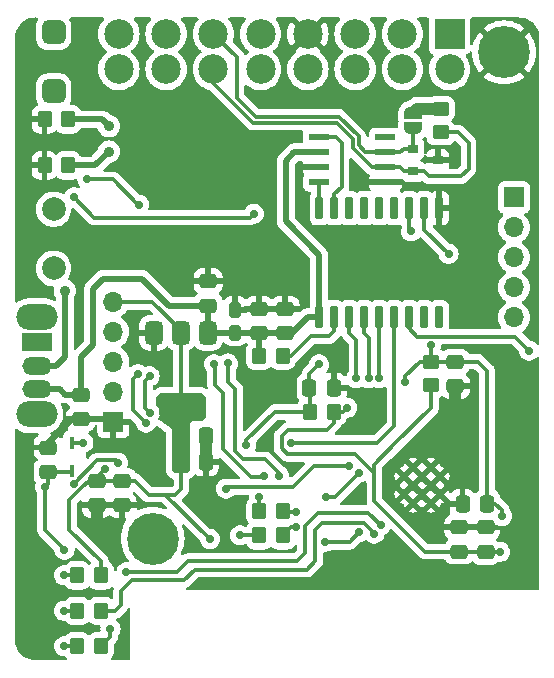
<source format=gbr>
%TF.GenerationSoftware,KiCad,Pcbnew,8.0.4*%
%TF.CreationDate,2024-10-05T16:08:08-03:00*%
%TF.ProjectId,DongleALIVEv2.0,446f6e67-6c65-4414-9c49-564576322e30,2.0*%
%TF.SameCoordinates,Original*%
%TF.FileFunction,Copper,L2,Bot*%
%TF.FilePolarity,Positive*%
%FSLAX46Y46*%
G04 Gerber Fmt 4.6, Leading zero omitted, Abs format (unit mm)*
G04 Created by KiCad (PCBNEW 8.0.4) date 2024-10-05 16:08:08*
%MOMM*%
%LPD*%
G01*
G04 APERTURE LIST*
G04 Aperture macros list*
%AMRoundRect*
0 Rectangle with rounded corners*
0 $1 Rounding radius*
0 $2 $3 $4 $5 $6 $7 $8 $9 X,Y pos of 4 corners*
0 Add a 4 corners polygon primitive as box body*
4,1,4,$2,$3,$4,$5,$6,$7,$8,$9,$2,$3,0*
0 Add four circle primitives for the rounded corners*
1,1,$1+$1,$2,$3*
1,1,$1+$1,$4,$5*
1,1,$1+$1,$6,$7*
1,1,$1+$1,$8,$9*
0 Add four rect primitives between the rounded corners*
20,1,$1+$1,$2,$3,$4,$5,0*
20,1,$1+$1,$4,$5,$6,$7,0*
20,1,$1+$1,$6,$7,$8,$9,0*
20,1,$1+$1,$8,$9,$2,$3,0*%
%AMFreePoly0*
4,1,19,0.500000,-0.750000,0.000000,-0.750000,0.000000,-0.744911,-0.071157,-0.744911,-0.207708,-0.704816,-0.327430,-0.627875,-0.420627,-0.520320,-0.479746,-0.390866,-0.500000,-0.250000,-0.500000,0.250000,-0.479746,0.390866,-0.420627,0.520320,-0.327430,0.627875,-0.207708,0.704816,-0.071157,0.744911,0.000000,0.744911,0.000000,0.750000,0.500000,0.750000,0.500000,-0.750000,0.500000,-0.750000,
$1*%
%AMFreePoly1*
4,1,19,0.000000,0.744911,0.071157,0.744911,0.207708,0.704816,0.327430,0.627875,0.420627,0.520320,0.479746,0.390866,0.500000,0.250000,0.500000,-0.250000,0.479746,-0.390866,0.420627,-0.520320,0.327430,-0.627875,0.207708,-0.704816,0.071157,-0.744911,0.000000,-0.744911,0.000000,-0.750000,-0.500000,-0.750000,-0.500000,0.750000,0.000000,0.750000,0.000000,0.744911,0.000000,0.744911,
$1*%
G04 Aperture macros list end*
%TA.AperFunction,ComponentPad*%
%ADD10R,1.700000X1.700000*%
%TD*%
%TA.AperFunction,ComponentPad*%
%ADD11O,1.700000X1.700000*%
%TD*%
%TA.AperFunction,ComponentPad*%
%ADD12O,3.500000X2.200000*%
%TD*%
%TA.AperFunction,ComponentPad*%
%ADD13R,2.500000X1.500000*%
%TD*%
%TA.AperFunction,ComponentPad*%
%ADD14O,2.500000X1.500000*%
%TD*%
%TA.AperFunction,ComponentPad*%
%ADD15C,0.700000*%
%TD*%
%TA.AperFunction,ComponentPad*%
%ADD16C,4.400000*%
%TD*%
%TA.AperFunction,ComponentPad*%
%ADD17R,2.500000X2.500000*%
%TD*%
%TA.AperFunction,ComponentPad*%
%ADD18C,2.500000*%
%TD*%
%TA.AperFunction,HeatsinkPad*%
%ADD19C,0.600000*%
%TD*%
%TA.AperFunction,ComponentPad*%
%ADD20RoundRect,0.500000X-0.500000X0.500000X-0.500000X-0.500000X0.500000X-0.500000X0.500000X0.500000X0*%
%TD*%
%TA.AperFunction,ComponentPad*%
%ADD21C,2.000000*%
%TD*%
%TA.AperFunction,SMDPad,CuDef*%
%ADD22RoundRect,0.250000X0.475000X-0.337500X0.475000X0.337500X-0.475000X0.337500X-0.475000X-0.337500X0*%
%TD*%
%TA.AperFunction,SMDPad,CuDef*%
%ADD23RoundRect,0.250000X0.350000X0.450000X-0.350000X0.450000X-0.350000X-0.450000X0.350000X-0.450000X0*%
%TD*%
%TA.AperFunction,SMDPad,CuDef*%
%ADD24RoundRect,0.250000X-0.475000X0.337500X-0.475000X-0.337500X0.475000X-0.337500X0.475000X0.337500X0*%
%TD*%
%TA.AperFunction,SMDPad,CuDef*%
%ADD25RoundRect,0.250000X0.337500X0.475000X-0.337500X0.475000X-0.337500X-0.475000X0.337500X-0.475000X0*%
%TD*%
%TA.AperFunction,SMDPad,CuDef*%
%ADD26RoundRect,0.250000X-0.337500X-0.475000X0.337500X-0.475000X0.337500X0.475000X-0.337500X0.475000X0*%
%TD*%
%TA.AperFunction,SMDPad,CuDef*%
%ADD27FreePoly0,90.000000*%
%TD*%
%TA.AperFunction,SMDPad,CuDef*%
%ADD28FreePoly1,90.000000*%
%TD*%
%TA.AperFunction,SMDPad,CuDef*%
%ADD29R,0.460000X1.040000*%
%TD*%
%TA.AperFunction,SMDPad,CuDef*%
%ADD30RoundRect,0.075000X-0.225000X0.880000X-0.225000X-0.880000X0.225000X-0.880000X0.225000X0.880000X0*%
%TD*%
%TA.AperFunction,SMDPad,CuDef*%
%ADD31RoundRect,0.250000X0.275000X-0.400000X0.275000X0.400000X-0.275000X0.400000X-0.275000X-0.400000X0*%
%TD*%
%TA.AperFunction,SMDPad,CuDef*%
%ADD32R,1.750000X0.600000*%
%TD*%
%TA.AperFunction,SMDPad,CuDef*%
%ADD33RoundRect,0.375000X-0.375000X0.625000X-0.375000X-0.625000X0.375000X-0.625000X0.375000X0.625000X0*%
%TD*%
%TA.AperFunction,SMDPad,CuDef*%
%ADD34RoundRect,0.500000X-1.400000X0.500000X-1.400000X-0.500000X1.400000X-0.500000X1.400000X0.500000X0*%
%TD*%
%TA.AperFunction,SMDPad,CuDef*%
%ADD35RoundRect,0.250000X-0.450000X0.350000X-0.450000X-0.350000X0.450000X-0.350000X0.450000X0.350000X0*%
%TD*%
%TA.AperFunction,SMDPad,CuDef*%
%ADD36R,0.900000X0.800000*%
%TD*%
%TA.AperFunction,SMDPad,CuDef*%
%ADD37RoundRect,0.250000X-0.350000X-0.450000X0.350000X-0.450000X0.350000X0.450000X-0.350000X0.450000X0*%
%TD*%
%TA.AperFunction,ViaPad*%
%ADD38C,0.700000*%
%TD*%
%TA.AperFunction,ViaPad*%
%ADD39C,0.900000*%
%TD*%
%TA.AperFunction,Conductor*%
%ADD40C,0.300000*%
%TD*%
%TA.AperFunction,Conductor*%
%ADD41C,0.500000*%
%TD*%
%TA.AperFunction,Conductor*%
%ADD42C,1.000000*%
%TD*%
G04 APERTURE END LIST*
D10*
%TO.P,J2,1,Pin_1*%
%TO.N,GND*%
X123725000Y-105125000D03*
D11*
%TO.P,J2,2,Pin_2*%
%TO.N,/Microcontroller/TX2*%
X123725000Y-102585000D03*
%TO.P,J2,3,Pin_3*%
%TO.N,/Microcontroller/RX2*%
X123725000Y-100045000D03*
%TO.P,J2,4,Pin_4*%
%TO.N,unconnected-(J2-Pin_4-Pad4)*%
X123725000Y-97505000D03*
%TO.P,J2,5,Pin_5*%
%TO.N,+3V3*%
X123725000Y-94965000D03*
%TD*%
D12*
%TO.P,SW3,*%
%TO.N,*%
X117225000Y-96275000D03*
X117225000Y-104475000D03*
D13*
%TO.P,SW3,1,C*%
%TO.N,unconnected-(SW3-C-Pad1)*%
X117225000Y-98375000D03*
D14*
%TO.P,SW3,2,B*%
%TO.N,/VoltageRegulatorESD/Vout*%
X117225000Y-100375000D03*
%TO.P,SW3,3,A*%
%TO.N,5v*%
X117225000Y-102375000D03*
%TD*%
D15*
%TO.P,H2,1,1*%
%TO.N,GND*%
X125395000Y-115005000D03*
X125878274Y-113838274D03*
X125878274Y-116171726D03*
X127045000Y-113355000D03*
D16*
X127045000Y-115005000D03*
D15*
X127045000Y-116655000D03*
X128211726Y-113838274D03*
X128211726Y-116171726D03*
X128695000Y-115005000D03*
%TD*%
D17*
%TO.P,J1,1,1*%
%TO.N,unconnected-(J1-Pad1)*%
X152195000Y-72285000D03*
D18*
%TO.P,J1,2,2*%
%TO.N,unconnected-(J1-Pad2)*%
X148195000Y-72285000D03*
%TO.P,J1,3,3*%
%TO.N,unconnected-(J1-Pad3)*%
X144195000Y-72285000D03*
%TO.P,J1,4,GND*%
%TO.N,GND*%
X140195000Y-72285000D03*
%TO.P,J1,5,5*%
%TO.N,unconnected-(J1-Pad5)*%
X136195000Y-72285000D03*
%TO.P,J1,6,CAN_LOW*%
%TO.N,/CAN_controller/CAN_LOW*%
X132195000Y-72285000D03*
%TO.P,J1,7,7*%
%TO.N,unconnected-(J1-Pad7)*%
X128195000Y-72285000D03*
%TO.P,J1,8,8*%
%TO.N,unconnected-(J1-Pad8)*%
X124195000Y-72285000D03*
%TO.P,J1,9,9*%
%TO.N,unconnected-(J1-Pad9)*%
X152195000Y-75285000D03*
%TO.P,J1,10,10*%
%TO.N,unconnected-(J1-Pad10)*%
X148195000Y-75285000D03*
%TO.P,J1,11,11*%
%TO.N,unconnected-(J1-Pad11)*%
X144195000Y-75285000D03*
%TO.P,J1,12,12*%
%TO.N,unconnected-(J1-Pad12)*%
X140195000Y-75285000D03*
%TO.P,J1,13,13*%
%TO.N,unconnected-(J1-Pad13)*%
X136195000Y-75285000D03*
%TO.P,J1,14,CAN_HIGH*%
%TO.N,/CAN_controller/CAN_HIGH*%
X132195000Y-75285000D03*
%TO.P,J1,15,15*%
%TO.N,unconnected-(J1-Pad15)*%
X128195000Y-75285000D03*
%TO.P,J1,16,VIN*%
%TO.N,/VoltageRegulatorESD/Car_Battery_12v*%
X124195000Y-75285000D03*
%TD*%
D15*
%TO.P,H1,1,1*%
%TO.N,GND*%
X155155000Y-73845000D03*
X155638274Y-72678274D03*
X155638274Y-75011726D03*
X156805000Y-72195000D03*
D16*
X156805000Y-73845000D03*
D15*
X156805000Y-75495000D03*
X157971726Y-72678274D03*
X157971726Y-75011726D03*
X158455000Y-73845000D03*
%TD*%
D19*
%TO.P,U1,39,GND*%
%TO.N,GND*%
X148330000Y-109717500D03*
X148330000Y-111242500D03*
X149092500Y-108955000D03*
X149092500Y-110480000D03*
X149092500Y-112005000D03*
X149855000Y-109717500D03*
X149855000Y-111242500D03*
X150617500Y-108955000D03*
X150617500Y-110480000D03*
X150617500Y-112005000D03*
X151380000Y-109717500D03*
X151380000Y-111242500D03*
%TD*%
D20*
%TO.P,F1,1*%
%TO.N,/VoltageRegulatorESD/12v_in*%
X118665000Y-72125000D03*
X118665000Y-77125000D03*
D21*
%TO.P,F1,2*%
%TO.N,/VoltageRegulatorESD/12v_fuse*%
X118665000Y-87125000D03*
X118665000Y-92125000D03*
%TD*%
D10*
%TO.P,J3,1,Pin_1*%
%TO.N,unconnected-(J3-Pin_1-Pad1)*%
X157645000Y-86125000D03*
D11*
%TO.P,J3,2,Pin_2*%
%TO.N,unconnected-(J3-Pin_2-Pad2)*%
X157645000Y-88665000D03*
%TO.P,J3,3,Pin_3*%
%TO.N,/Microcontroller/SDA*%
X157645000Y-91205000D03*
%TO.P,J3,4,Pin_4*%
%TO.N,/Microcontroller/SCL*%
X157645000Y-93745000D03*
%TO.P,J3,5,Pin_5*%
%TO.N,unconnected-(J3-Pin_5-Pad5)*%
X157645000Y-96285000D03*
%TD*%
D22*
%TO.P,C12,1*%
%TO.N,5v*%
X131745000Y-95290000D03*
%TO.P,C12,2*%
%TO.N,GND*%
X131745000Y-93215000D03*
%TD*%
D23*
%TO.P,R10,1*%
%TO.N,/VoltageRegulatorESD/12v_in*%
X119895000Y-83415000D03*
%TO.P,R10,2*%
%TO.N,GND*%
X117895000Y-83415000D03*
%TD*%
D24*
%TO.P,C20,1*%
%TO.N,+3V3*%
X124465000Y-110115000D03*
%TO.P,C20,2*%
%TO.N,GND*%
X124465000Y-112190000D03*
%TD*%
D25*
%TO.P,C3,1*%
%TO.N,GND*%
X142402500Y-102235000D03*
%TO.P,C3,2*%
%TO.N,IO0*%
X140327500Y-102235000D03*
%TD*%
D23*
%TO.P,R9,1*%
%TO.N,/VoltageRegulatorESD/GND_resistence_protect*%
X119895000Y-79515000D03*
%TO.P,R9,2*%
%TO.N,GND*%
X117895000Y-79515000D03*
%TD*%
D22*
%TO.P,C15,1*%
%TO.N,5v*%
X136045000Y-97612500D03*
%TO.P,C15,2*%
%TO.N,GND*%
X136045000Y-95537500D03*
%TD*%
D26*
%TO.P,C14,1*%
%TO.N,+3V3*%
X129467500Y-106355000D03*
%TO.P,C14,2*%
%TO.N,GND*%
X131542500Y-106355000D03*
%TD*%
D22*
%TO.P,C23,1*%
%TO.N,/MicroUSB_Port/VBUS*%
X118195000Y-109372500D03*
%TO.P,C23,2*%
%TO.N,GND*%
X118195000Y-107297500D03*
%TD*%
D27*
%TO.P,JP1,1,A*%
%TO.N,/CAN_controller/CAN_LOW*%
X149105000Y-80260000D03*
D28*
%TO.P,JP1,2,B*%
%TO.N,Net-(JP1-B)*%
X149105000Y-78960000D03*
%TD*%
D23*
%TO.P,R14,1*%
%TO.N,+3V3*%
X122665000Y-118125000D03*
%TO.P,R14,2*%
%TO.N,/VoltageRegulatorESD/power_led*%
X120665000Y-118125000D03*
%TD*%
D22*
%TO.P,C2,1*%
%TO.N,+3V3*%
X152985000Y-116112500D03*
%TO.P,C2,2*%
%TO.N,GND*%
X152985000Y-114037500D03*
%TD*%
D29*
%TO.P,D7,1,K*%
%TO.N,5v*%
X120185000Y-106875000D03*
%TO.P,D7,2,A*%
%TO.N,/MicroUSB_Port/VBUS*%
X120185000Y-109255000D03*
%TD*%
D26*
%TO.P,C4,1*%
%TO.N,GND*%
X153287500Y-112065000D03*
%TO.P,C4,2*%
%TO.N,EN*%
X155362500Y-112065000D03*
%TD*%
D22*
%TO.P,C17,1*%
%TO.N,5v*%
X138265000Y-97612500D03*
%TO.P,C17,2*%
%TO.N,GND*%
X138265000Y-95537500D03*
%TD*%
D23*
%TO.P,R4,1*%
%TO.N,/Microcontroller/RXD0*%
X138065000Y-112675000D03*
%TO.P,R4,2*%
%TO.N,/MicroUSB_Port/TXD*%
X136065000Y-112675000D03*
%TD*%
D30*
%TO.P,U5,1,TXCAN*%
%TO.N,/CAN_controller/TX_can*%
X141165000Y-87045000D03*
%TO.P,U5,2,RXCAN*%
%TO.N,/CAN_controller/RX_can*%
X142435000Y-87045000D03*
%TO.P,U5,3,CLKOUT/SOF*%
%TO.N,unconnected-(U5-CLKOUT{slash}SOF-Pad3)*%
X143705000Y-87045000D03*
%TO.P,U5,4,~{TX0RTS}*%
%TO.N,unconnected-(U5-~{TX0RTS}-Pad4)*%
X144975000Y-87045000D03*
%TO.P,U5,5,~{TX1RTS}*%
%TO.N,unconnected-(U5-~{TX1RTS}-Pad5)*%
X146245000Y-87045000D03*
%TO.P,U5,6,~{TX2RTS}*%
%TO.N,unconnected-(U5-~{TX2RTS}-Pad6)*%
X147515000Y-87045000D03*
%TO.P,U5,7,OSC2*%
%TO.N,/CAN_controller/osc2*%
X148785000Y-87045000D03*
%TO.P,U5,8,OSC1*%
%TO.N,/CAN_controller/osc1*%
X150055000Y-87045000D03*
%TO.P,U5,9,VSS*%
%TO.N,GND*%
X151325000Y-87045000D03*
%TO.P,U5,10,~{RX1BF}*%
%TO.N,unconnected-(U5-~{RX1BF}-Pad10)*%
X151325000Y-96265000D03*
%TO.P,U5,11,~{RX0BF}*%
%TO.N,unconnected-(U5-~{RX0BF}-Pad11)*%
X150055000Y-96265000D03*
%TO.P,U5,12,~{INT}*%
%TO.N,/CAN_controller/CAN_INT*%
X148785000Y-96265000D03*
%TO.P,U5,13,SCK*%
%TO.N,SCLK*%
X147515000Y-96265000D03*
%TO.P,U5,14,SI*%
%TO.N,MOSI*%
X146245000Y-96265000D03*
%TO.P,U5,15,SO*%
%TO.N,MISO*%
X144975000Y-96265000D03*
%TO.P,U5,16,~{CS}*%
%TO.N,/CAN_controller/CAN_CS*%
X143705000Y-96265000D03*
%TO.P,U5,17,~{RESET}*%
%TO.N,/CAN_controller/RESET_MCP*%
X142435000Y-96265000D03*
%TO.P,U5,18,VDD*%
%TO.N,5v*%
X141165000Y-96265000D03*
%TD*%
D26*
%TO.P,C13,1*%
%TO.N,+3V3*%
X129467500Y-108525000D03*
%TO.P,C13,2*%
%TO.N,GND*%
X131542500Y-108525000D03*
%TD*%
D23*
%TO.P,R5,1*%
%TO.N,/Microcontroller/CAN_debug*%
X122665000Y-121125000D03*
%TO.P,R5,2*%
%TO.N,/Microcontroller/can_led*%
X120665000Y-121125000D03*
%TD*%
D31*
%TO.P,C16,1*%
%TO.N,5v*%
X134035000Y-97570000D03*
%TO.P,C16,2*%
%TO.N,GND*%
X134035000Y-95620000D03*
%TD*%
D22*
%TO.P,C1,1*%
%TO.N,+3V3*%
X155245000Y-116130000D03*
%TO.P,C1,2*%
%TO.N,GND*%
X155245000Y-114055000D03*
%TD*%
D24*
%TO.P,C21,1*%
%TO.N,+3V3*%
X122305000Y-110115000D03*
%TO.P,C21,2*%
%TO.N,GND*%
X122305000Y-112190000D03*
%TD*%
D32*
%TO.P,U4,1,TXD*%
%TO.N,/CAN_controller/TX_can*%
X141165000Y-84825000D03*
%TO.P,U4,2,GND*%
%TO.N,GND*%
X141165000Y-83555000D03*
%TO.P,U4,3,VCC*%
%TO.N,5v*%
X141165000Y-82285000D03*
%TO.P,U4,4,RXD*%
%TO.N,/CAN_controller/RX_can*%
X141165000Y-81015000D03*
%TO.P,U4,5,VREF*%
%TO.N,unconnected-(U4-VREF-Pad5)*%
X146765000Y-81015000D03*
%TO.P,U4,6,CANL*%
%TO.N,/CAN_controller/CAN_LOW*%
X146765000Y-82285000D03*
%TO.P,U4,7,CANH*%
%TO.N,/CAN_controller/CAN_HIGH*%
X146765000Y-83555000D03*
%TO.P,U4,8,S*%
%TO.N,GND*%
X146765000Y-84825000D03*
%TD*%
D22*
%TO.P,C5,1*%
%TO.N,GND*%
X152675000Y-102102500D03*
%TO.P,C5,2*%
%TO.N,EN*%
X152675000Y-100027500D03*
%TD*%
D33*
%TO.P,U3,1,ADJ*%
%TO.N,GND*%
X127142500Y-97585000D03*
%TO.P,U3,2,VO*%
%TO.N,+3V3*%
X129442500Y-97585000D03*
D34*
X129442500Y-103885000D03*
D33*
%TO.P,U3,3,VI*%
%TO.N,5v*%
X131742500Y-97585000D03*
%TD*%
D35*
%TO.P,R16,1*%
%TO.N,Net-(JP1-B)*%
X151435000Y-78620000D03*
%TO.P,R16,2*%
%TO.N,/CAN_controller/CAN_HIGH*%
X151435000Y-80620000D03*
%TD*%
D36*
%TO.P,D6,1,1*%
%TO.N,/CAN_controller/CAN_HIGH*%
X149095000Y-83900000D03*
%TO.P,D6,2,2*%
%TO.N,/CAN_controller/CAN_LOW*%
X149095000Y-82000000D03*
%TO.P,D6,3,3*%
%TO.N,GND*%
X151195000Y-82950000D03*
%TD*%
D35*
%TO.P,R2,1*%
%TO.N,EN*%
X150605000Y-100025000D03*
%TO.P,R2,2*%
%TO.N,+3V3*%
X150605000Y-102025000D03*
%TD*%
D22*
%TO.P,C22,1*%
%TO.N,GND*%
X120955000Y-104890000D03*
%TO.P,C22,2*%
%TO.N,5v*%
X120955000Y-102815000D03*
%TD*%
D23*
%TO.P,R6,1*%
%TO.N,/Microcontroller/BLE_debug*%
X122665000Y-124125000D03*
%TO.P,R6,2*%
%TO.N,/Microcontroller/ble_led*%
X120665000Y-124125000D03*
%TD*%
D37*
%TO.P,R1,1*%
%TO.N,IO0*%
X140365000Y-104295000D03*
%TO.P,R1,2*%
%TO.N,+3V3*%
X142365000Y-104295000D03*
%TD*%
D23*
%TO.P,R3,1*%
%TO.N,/Microcontroller/TXD0*%
X138065000Y-114735000D03*
%TO.P,R3,2*%
%TO.N,/MicroUSB_Port/RXD*%
X136065000Y-114735000D03*
%TD*%
D37*
%TO.P,R15,1*%
%TO.N,5v*%
X136045000Y-99545000D03*
%TO.P,R15,2*%
%TO.N,/CAN_controller/RESET_MCP*%
X138045000Y-99545000D03*
%TD*%
D38*
%TO.N,GND*%
X142955000Y-98345000D03*
X146415000Y-93355000D03*
D39*
X150245000Y-118415000D03*
D38*
X157955000Y-99985000D03*
X147325000Y-91495000D03*
X144395000Y-111565000D03*
X155705000Y-87575000D03*
X146975000Y-115895000D03*
X150185000Y-90495000D03*
X124605000Y-81085000D03*
X118165000Y-116155000D03*
X131275000Y-111535000D03*
X150025000Y-73785000D03*
X135195000Y-118845000D03*
X116075000Y-106665000D03*
X146235000Y-73705000D03*
X122075000Y-81085000D03*
X133195000Y-118845000D03*
X124665000Y-91685000D03*
D39*
X127715000Y-107535000D03*
D38*
X123615000Y-115655000D03*
X148325000Y-90495000D03*
X149565000Y-93175000D03*
X129755000Y-86745000D03*
X134515000Y-101235000D03*
D39*
X145165000Y-118415000D03*
D38*
X152515000Y-82935000D03*
X116725000Y-119605000D03*
X132195000Y-118845000D03*
D39*
X127715000Y-109745000D03*
D38*
X136270000Y-103620000D03*
X153945000Y-92255000D03*
X146415000Y-90495000D03*
X130385000Y-73715000D03*
X144975000Y-115895000D03*
X136615000Y-83185000D03*
X134195000Y-71385000D03*
X124735000Y-122895000D03*
X134195000Y-118845000D03*
X137265000Y-90115000D03*
X149775000Y-85165000D03*
X122305000Y-113305000D03*
X124085000Y-116635000D03*
X129755000Y-89075000D03*
X147325000Y-90495000D03*
X152675000Y-103215000D03*
X147335000Y-89565000D03*
X138215000Y-73655000D03*
X133315000Y-115185000D03*
X145975000Y-115895000D03*
X153945000Y-91255000D03*
X157925000Y-118795000D03*
X131195000Y-118845000D03*
X146425000Y-89565000D03*
X153945000Y-89395000D03*
X122565000Y-106855000D03*
X127285000Y-85165000D03*
X120835000Y-96785000D03*
X146415000Y-91495000D03*
X136980000Y-106790000D03*
X124735000Y-124895000D03*
X118125000Y-94155000D03*
X139665000Y-100025000D03*
X146415000Y-92355000D03*
X124735000Y-123895000D03*
X136195000Y-118845000D03*
X124735000Y-121895000D03*
D39*
X142625000Y-118415000D03*
D38*
X140425000Y-118795000D03*
X116725000Y-122635000D03*
X142205000Y-73705000D03*
X149185000Y-90495000D03*
X154495000Y-96525000D03*
X128235000Y-101285000D03*
X137195000Y-118845000D03*
X138195000Y-118845000D03*
X126175000Y-73695000D03*
X121035000Y-113405000D03*
D39*
X147705000Y-118415000D03*
X152785000Y-118415000D03*
D38*
X148325000Y-91495000D03*
D39*
X116535000Y-84575000D03*
D38*
X149185000Y-91495000D03*
X150185000Y-91495000D03*
X155705000Y-89935000D03*
X153945000Y-90395000D03*
D39*
X155325000Y-118415000D03*
D38*
X143435000Y-89725000D03*
X122565000Y-91695000D03*
X129615000Y-94015000D03*
%TO.N,+3V3*%
X131885000Y-115045000D03*
X143525000Y-103935000D03*
X156455000Y-116135000D03*
X122985000Y-109085000D03*
%TO.N,IO0*%
X141145000Y-100265000D03*
X134985000Y-107085000D03*
%TO.N,EN*%
X150615000Y-98655000D03*
X156624998Y-113125000D03*
X143680000Y-108860000D03*
X133255000Y-110775000D03*
X148430000Y-101720000D03*
D39*
%TO.N,/VoltageRegulatorESD/Vout*%
X119615000Y-94025000D03*
D38*
%TO.N,5v*%
X121185000Y-106875000D03*
%TO.N,/CAN_controller/osc1*%
X152105000Y-90905000D03*
%TO.N,/CAN_controller/osc2*%
X148935000Y-89005000D03*
%TO.N,/MicroUSB_Port/VBUS*%
X117949999Y-110613478D03*
X119585000Y-115945000D03*
%TO.N,/VoltageRegulatorESD/power_led*%
X119545000Y-118125000D03*
D39*
%TO.N,/VoltageRegulatorESD/12v_in*%
X123345000Y-82245000D03*
D38*
%TO.N,/Microcontroller/SCL*%
X144525000Y-114485000D03*
X141655000Y-115285000D03*
%TO.N,/Microcontroller/SDA*%
X144530000Y-109440000D03*
X141695000Y-111465000D03*
%TO.N,/MicroUSB_Port/D-*%
X120393229Y-110371733D03*
X124115000Y-108585000D03*
%TO.N,/Microcontroller/TXD0*%
X139205000Y-114035000D03*
%TO.N,/MicroUSB_Port/RXD*%
X136448776Y-109691175D03*
X134470000Y-114740000D03*
X126785000Y-101265000D03*
X126795000Y-104345000D03*
X132255000Y-100255000D03*
%TO.N,/MicroUSB_Port/TXD*%
X126469810Y-105184200D03*
X125805000Y-101095000D03*
X133415000Y-100185000D03*
X137770025Y-109699975D03*
X136050000Y-111470000D03*
%TO.N,/Microcontroller/CAN_debug*%
X145815000Y-114595000D03*
%TO.N,/Microcontroller/BLE_debug*%
X124835000Y-117865000D03*
X146355000Y-113875000D03*
X123475000Y-122635000D03*
%TO.N,/VoltageRegulatorESD/EN*%
X120395000Y-86115000D03*
X135605000Y-87515000D03*
%TO.N,/VoltageRegulatorESD/FREQ*%
X125890000Y-86730000D03*
X121525000Y-84585000D03*
%TO.N,/CAN_controller/CAN_INT*%
X158925000Y-99105000D03*
%TO.N,/CAN_controller/CAN_CS*%
X144285000Y-101425000D03*
%TO.N,SCLK*%
X138725000Y-106895000D03*
%TO.N,MISO*%
X145335000Y-101415000D03*
%TO.N,MOSI*%
X146234492Y-101445320D03*
%TO.N,/Microcontroller/can_led*%
X119565000Y-121125000D03*
%TO.N,/Microcontroller/ble_led*%
X119575000Y-124125000D03*
D39*
%TO.N,/VoltageRegulatorESD/GND_resistence_protect*%
X123345000Y-80095000D03*
D38*
%TO.N,/Microcontroller/RXD0*%
X139175000Y-112755000D03*
%TD*%
D40*
%TO.N,/Microcontroller/SDA*%
X144530000Y-109440000D02*
X142505000Y-111465000D01*
X142505000Y-111465000D02*
X141695000Y-111465000D01*
%TO.N,EN*%
X149685000Y-100025000D02*
X150605000Y-100025000D01*
X148430000Y-101720000D02*
X148430000Y-101280000D01*
X148430000Y-101280000D02*
X149685000Y-100025000D01*
X133395000Y-110635000D02*
X133255000Y-110775000D01*
X138915000Y-110635000D02*
X133395000Y-110635000D01*
X140695000Y-108855000D02*
X138915000Y-110635000D01*
X143675000Y-108855000D02*
X140695000Y-108855000D01*
X143680000Y-108860000D02*
X143675000Y-108855000D01*
D41*
%TO.N,GND*%
X142402500Y-98897500D02*
X142402500Y-102235000D01*
X152515000Y-82935000D02*
X152500000Y-82950000D01*
D42*
X131542500Y-108525000D02*
X131542500Y-106355000D01*
D41*
X120230000Y-104890000D02*
X120955000Y-104890000D01*
X128225000Y-116185000D02*
X127045000Y-115005000D01*
X142955000Y-98345000D02*
X142402500Y-98897500D01*
X118195000Y-107297500D02*
X118195000Y-106925000D01*
D42*
X127045000Y-113365000D02*
X127045000Y-115005000D01*
X152675000Y-103215000D02*
X152675000Y-102102500D01*
D41*
X118195000Y-106925000D02*
X120230000Y-104890000D01*
X120955000Y-104890000D02*
X123490000Y-104890000D01*
X152500000Y-82950000D02*
X151195000Y-82950000D01*
X123490000Y-104890000D02*
X123725000Y-105125000D01*
D42*
X122305000Y-113305000D02*
X122305000Y-112190000D01*
D40*
%TO.N,+3V3*%
X155227500Y-116112500D02*
X155245000Y-116130000D01*
X152985000Y-116112500D02*
X150122500Y-116112500D01*
X141805000Y-105805000D02*
X142365000Y-105245000D01*
X121093229Y-110661683D02*
X119995000Y-111759912D01*
X124465000Y-110115000D02*
X125555000Y-110115000D01*
X129467500Y-110782500D02*
X129467500Y-108525000D01*
X127375000Y-111295000D02*
X128955000Y-111295000D01*
X156450000Y-116130000D02*
X155245000Y-116130000D01*
X128135000Y-111295000D02*
X127375000Y-111295000D01*
X145815000Y-111805000D02*
X145815000Y-109785000D01*
X147605000Y-106955000D02*
X150605000Y-103955000D01*
X145815000Y-109785000D02*
X145815000Y-109625000D01*
X138475000Y-105805000D02*
X141805000Y-105805000D01*
X145815000Y-109625000D02*
X145815000Y-109445000D01*
X144215000Y-107845000D02*
X138465000Y-107845000D01*
X131885000Y-115045000D02*
X128135000Y-111295000D01*
X122305000Y-110115000D02*
X122305000Y-109765000D01*
X145815000Y-109445000D02*
X144215000Y-107845000D01*
X150122500Y-116112500D02*
X145815000Y-111805000D01*
X137985000Y-107365000D02*
X137985000Y-106295000D01*
X119995000Y-114255000D02*
X122665000Y-116925000D01*
X137985000Y-106295000D02*
X138475000Y-105805000D01*
X143165000Y-104295000D02*
X143525000Y-103935000D01*
X122305000Y-110115000D02*
X121635000Y-110115000D01*
X145815000Y-109625000D02*
X145815000Y-108745000D01*
X142365000Y-104295000D02*
X143165000Y-104295000D01*
X124465000Y-110115000D02*
X122305000Y-110115000D01*
X122665000Y-116925000D02*
X122665000Y-118125000D01*
X127025000Y-94965000D02*
X123725000Y-94965000D01*
X125555000Y-110115000D02*
X126735000Y-111295000D01*
X128955000Y-111295000D02*
X129467500Y-110782500D01*
X129442500Y-103885000D02*
X129442500Y-97585000D01*
X150605000Y-103955000D02*
X150605000Y-102025000D01*
X119995000Y-111759912D02*
X119995000Y-114255000D01*
X126735000Y-111295000D02*
X127375000Y-111295000D01*
X129442500Y-97585000D02*
X129442500Y-97382500D01*
X122305000Y-109765000D02*
X122985000Y-109085000D01*
X129442500Y-97382500D02*
X127025000Y-94965000D01*
X138465000Y-107845000D02*
X137985000Y-107365000D01*
X142365000Y-105245000D02*
X142365000Y-104295000D01*
X121635000Y-110115000D02*
X121093229Y-110656771D01*
X156455000Y-116135000D02*
X156450000Y-116130000D01*
X152985000Y-116112500D02*
X155227500Y-116112500D01*
X145815000Y-108745000D02*
X147605000Y-106955000D01*
X121093229Y-110656771D02*
X121093229Y-110661683D01*
%TO.N,IO0*%
X140365000Y-102272500D02*
X140327500Y-102235000D01*
X134985000Y-107085000D02*
X134985000Y-106695000D01*
X141145000Y-100265000D02*
X140327500Y-101082500D01*
X140327500Y-101082500D02*
X140327500Y-102235000D01*
X137385000Y-104295000D02*
X140365000Y-104295000D01*
X134985000Y-106695000D02*
X137385000Y-104295000D01*
X140365000Y-104295000D02*
X140365000Y-102272500D01*
%TO.N,EN*%
X150607500Y-100027500D02*
X150605000Y-100025000D01*
X156624998Y-113125000D02*
X156624998Y-112614998D01*
X152675000Y-100027500D02*
X150607500Y-100027500D01*
X156624998Y-112614998D02*
X156075000Y-112065000D01*
X155362500Y-112065000D02*
X155362500Y-100782500D01*
X156075000Y-112065000D02*
X155362500Y-112065000D01*
X155362500Y-100782500D02*
X154607500Y-100027500D01*
X150605000Y-98665000D02*
X150615000Y-98655000D01*
X150605000Y-100025000D02*
X150605000Y-98665000D01*
X154607500Y-100027500D02*
X152675000Y-100027500D01*
D41*
%TO.N,/VoltageRegulatorESD/Vout*%
X119625000Y-99595000D02*
X118845000Y-100375000D01*
X118845000Y-100375000D02*
X117225000Y-100375000D01*
X119625000Y-94035000D02*
X119625000Y-99595000D01*
X119615000Y-94025000D02*
X119625000Y-94035000D01*
%TO.N,5v*%
X117225000Y-102375000D02*
X119225000Y-102375000D01*
X122855000Y-93015000D02*
X126145000Y-93015000D01*
X136045000Y-97612500D02*
X138265000Y-97612500D01*
X131742500Y-97585000D02*
X131742500Y-95292500D01*
X134035000Y-97570000D02*
X136002500Y-97570000D01*
X141165000Y-96265000D02*
X141165000Y-91005000D01*
X140175000Y-96265000D02*
X141165000Y-96265000D01*
X136002500Y-97570000D02*
X136045000Y-97612500D01*
X119665000Y-102815000D02*
X120955000Y-102815000D01*
X120955000Y-102815000D02*
X120955000Y-99665000D01*
X136045000Y-97612500D02*
X136045000Y-99545000D01*
X138315000Y-88155000D02*
X138315000Y-83015000D01*
X141165000Y-91005000D02*
X138315000Y-88155000D01*
X139045000Y-82285000D02*
X141165000Y-82285000D01*
X138265000Y-97612500D02*
X138827500Y-97612500D01*
X122025000Y-93845000D02*
X122855000Y-93015000D01*
X126145000Y-93015000D02*
X128420000Y-95290000D01*
X131742500Y-97585000D02*
X134020000Y-97585000D01*
X138315000Y-83015000D02*
X139045000Y-82285000D01*
X122025000Y-98595000D02*
X122025000Y-93845000D01*
X138827500Y-97612500D02*
X140175000Y-96265000D01*
X119225000Y-102375000D02*
X119665000Y-102815000D01*
X128420000Y-95290000D02*
X131745000Y-95290000D01*
X131742500Y-95292500D02*
X131745000Y-95290000D01*
X134020000Y-97585000D02*
X134035000Y-97570000D01*
D40*
X121185000Y-106875000D02*
X120185000Y-106875000D01*
D41*
X120955000Y-99665000D02*
X122025000Y-98595000D01*
D40*
%TO.N,/CAN_controller/osc1*%
X152105000Y-90905000D02*
X150055000Y-88855000D01*
X150055000Y-88855000D02*
X150055000Y-87045000D01*
%TO.N,/CAN_controller/osc2*%
X148785000Y-88855000D02*
X148935000Y-89005000D01*
X148785000Y-87045000D02*
X148785000Y-88855000D01*
%TO.N,/MicroUSB_Port/VBUS*%
X118197500Y-109375000D02*
X120065000Y-109375000D01*
X118195000Y-109372500D02*
X118197500Y-109375000D01*
X117945000Y-110618477D02*
X117945000Y-114285000D01*
X117945000Y-114285000D02*
X119585000Y-115925000D01*
X117949999Y-110613478D02*
X118195000Y-110368477D01*
X117949999Y-110613478D02*
X117945000Y-110618477D01*
X118195000Y-110368477D02*
X118195000Y-109372500D01*
X120065000Y-109375000D02*
X120185000Y-109255000D01*
X119585000Y-115925000D02*
X119585000Y-115945000D01*
%TO.N,/VoltageRegulatorESD/power_led*%
X119545000Y-118125000D02*
X120665000Y-118125000D01*
%TO.N,/CAN_controller/CAN_LOW*%
X146765000Y-82285000D02*
X145065000Y-82285000D01*
X144495000Y-81715000D02*
X144495000Y-80957893D01*
X149095000Y-80270000D02*
X149105000Y-80260000D01*
X134175000Y-77705000D02*
X134175000Y-74265000D01*
X145065000Y-82285000D02*
X144495000Y-81715000D01*
X148300000Y-82000000D02*
X149095000Y-82000000D01*
X148015000Y-82285000D02*
X148300000Y-82000000D01*
X135775000Y-79305000D02*
X134175000Y-77705000D01*
X146765000Y-82285000D02*
X148015000Y-82285000D01*
X142842107Y-79305000D02*
X135775000Y-79305000D01*
X149095000Y-82000000D02*
X149095000Y-80270000D01*
X144495000Y-80957893D02*
X142842107Y-79305000D01*
X134175000Y-74265000D02*
X132195000Y-72285000D01*
D41*
%TO.N,/VoltageRegulatorESD/12v_in*%
X123335000Y-82245000D02*
X122165000Y-83415000D01*
X123345000Y-82245000D02*
X123335000Y-82245000D01*
X122165000Y-83415000D02*
X119895000Y-83415000D01*
D40*
%TO.N,/CAN_controller/CAN_HIGH*%
X149095000Y-83900000D02*
X148370000Y-83900000D01*
X148370000Y-83900000D02*
X148025000Y-83555000D01*
X142635001Y-79805000D02*
X135567893Y-79805000D01*
X153805000Y-81505000D02*
X152920000Y-80620000D01*
X148025000Y-83555000D02*
X146765000Y-83555000D01*
X152920000Y-80620000D02*
X151435000Y-80620000D01*
X143995000Y-81925000D02*
X143995000Y-81164999D01*
X150000000Y-83900000D02*
X150435000Y-84335000D01*
X149095000Y-83900000D02*
X150000000Y-83900000D01*
X150435000Y-84335000D02*
X153175000Y-84335000D01*
X135567893Y-79805000D02*
X132195000Y-76432107D01*
X143995000Y-81164999D02*
X142635001Y-79805000D01*
X132195000Y-76432107D02*
X132195000Y-75285000D01*
X146765000Y-83555000D02*
X145625000Y-83555000D01*
X153175000Y-84335000D02*
X153805000Y-83705000D01*
X153805000Y-83705000D02*
X153805000Y-81505000D01*
X145625000Y-83555000D02*
X143995000Y-81925000D01*
%TO.N,/Microcontroller/SCL*%
X144525000Y-114485000D02*
X143725000Y-115285000D01*
X143725000Y-115285000D02*
X141655000Y-115285000D01*
%TO.N,/MicroUSB_Port/D-*%
X120393229Y-110358815D02*
X120393229Y-110371733D01*
X123915000Y-108385000D02*
X122367044Y-108385000D01*
X122367044Y-108385000D02*
X120393229Y-110358815D01*
X124115000Y-108585000D02*
X123915000Y-108385000D01*
D42*
%TO.N,Net-(JP1-B)*%
X151430000Y-78615000D02*
X151435000Y-78620000D01*
X149450000Y-78615000D02*
X151430000Y-78615000D01*
X149105000Y-78960000D02*
X149450000Y-78615000D01*
D40*
%TO.N,/Microcontroller/TXD0*%
X138765000Y-114035000D02*
X138065000Y-114735000D01*
X139205000Y-114035000D02*
X138765000Y-114035000D01*
%TO.N,/MicroUSB_Port/RXD*%
X132335000Y-100335000D02*
X132335000Y-102005000D01*
X135350000Y-109790000D02*
X135850000Y-109790000D01*
X134665000Y-114735000D02*
X136065000Y-114735000D01*
X132995000Y-102665000D02*
X132995000Y-107435000D01*
X132335000Y-102005000D02*
X132995000Y-102665000D01*
X126785000Y-101285000D02*
X126395000Y-101675000D01*
X132255000Y-100255000D02*
X132335000Y-100335000D01*
X126395000Y-101675000D02*
X126395000Y-103945000D01*
X126785000Y-101265000D02*
X126785000Y-101285000D01*
X136349951Y-109790000D02*
X136448776Y-109691175D01*
X132995000Y-107435000D02*
X135350000Y-109790000D01*
X134660000Y-114740000D02*
X134470000Y-114740000D01*
X134665000Y-114735000D02*
X134660000Y-114740000D01*
X135850000Y-109790000D02*
X136349951Y-109790000D01*
X126395000Y-103945000D02*
X126795000Y-104345000D01*
%TO.N,/MicroUSB_Port/TXD*%
X136585000Y-108295000D02*
X134725000Y-108295000D01*
X133415000Y-101715000D02*
X133415000Y-100185000D01*
X136050000Y-111470000D02*
X136050000Y-112660000D01*
X125405000Y-104119390D02*
X126469810Y-105184200D01*
X136050000Y-112660000D02*
X136065000Y-112675000D01*
X134725000Y-108295000D02*
X134035000Y-107605000D01*
X125405000Y-101495000D02*
X125405000Y-104119390D01*
X137770025Y-109699975D02*
X137770025Y-109480025D01*
X125805000Y-101095000D02*
X125405000Y-101495000D01*
X137770025Y-109480025D02*
X136585000Y-108295000D01*
X134035000Y-107605000D02*
X134035000Y-102335000D01*
X134035000Y-102335000D02*
X133415000Y-101715000D01*
%TO.N,/Microcontroller/CAN_debug*%
X141385000Y-113685000D02*
X140825000Y-114245000D01*
X124365000Y-120615000D02*
X123855000Y-121125000D01*
X145815000Y-114595000D02*
X145815000Y-114575000D01*
X145815000Y-114575000D02*
X144925000Y-113685000D01*
X140825000Y-116935000D02*
X140115000Y-117645000D01*
X123855000Y-121125000D02*
X122665000Y-121125000D01*
X129705000Y-118535000D02*
X125285000Y-118535000D01*
X140115000Y-117645000D02*
X130595000Y-117645000D01*
X140825000Y-114245000D02*
X140825000Y-116935000D01*
X125285000Y-118535000D02*
X124365000Y-119455000D01*
X144925000Y-113685000D02*
X141385000Y-113685000D01*
X130595000Y-117645000D02*
X129705000Y-118535000D01*
X124365000Y-119455000D02*
X124365000Y-120615000D01*
%TO.N,/Microcontroller/BLE_debug*%
X130045000Y-116915000D02*
X129085000Y-117875000D01*
X139265000Y-116915000D02*
X130045000Y-116915000D01*
X145325000Y-112845000D02*
X141025000Y-112845000D01*
X124845000Y-117875000D02*
X124835000Y-117865000D01*
X123475000Y-123315000D02*
X122665000Y-124125000D01*
X123475000Y-122635000D02*
X123475000Y-123315000D01*
X139945000Y-113925000D02*
X139945000Y-116235000D01*
X146355000Y-113875000D02*
X145325000Y-112845000D01*
X141025000Y-112845000D02*
X139945000Y-113925000D01*
X139945000Y-116235000D02*
X139265000Y-116915000D01*
X129085000Y-117875000D02*
X124845000Y-117875000D01*
%TO.N,/VoltageRegulatorESD/EN*%
X122115000Y-87835000D02*
X135285000Y-87835000D01*
X135285000Y-87835000D02*
X135605000Y-87515000D01*
X120395000Y-86115000D02*
X122115000Y-87835000D01*
%TO.N,/VoltageRegulatorESD/FREQ*%
X125890000Y-86730000D02*
X125810000Y-86730000D01*
X125810000Y-86730000D02*
X123665000Y-84585000D01*
X123665000Y-84585000D02*
X121525000Y-84585000D01*
%TO.N,/CAN_controller/RESET_MCP*%
X141955000Y-97895000D02*
X142435000Y-97415000D01*
X138045000Y-99545000D02*
X138775000Y-99545000D01*
X140425000Y-97895000D02*
X141955000Y-97895000D01*
X138775000Y-99545000D02*
X140425000Y-97895000D01*
X142435000Y-97415000D02*
X142435000Y-96265000D01*
%TO.N,/CAN_controller/CAN_CS*%
X143705000Y-97605000D02*
X143705000Y-96265000D01*
X144285000Y-98185000D02*
X143705000Y-97605000D01*
X144285000Y-101425000D02*
X144285000Y-98185000D01*
%TO.N,/CAN_controller/TX_can*%
X141165000Y-87045000D02*
X141165000Y-84825000D01*
%TO.N,/CAN_controller/RX_can*%
X142435000Y-85865000D02*
X143065000Y-85235000D01*
X142585000Y-81015000D02*
X141165000Y-81015000D01*
X142435000Y-87045000D02*
X142435000Y-85865000D01*
X143065000Y-81495000D02*
X142585000Y-81015000D01*
X143065000Y-85235000D02*
X143065000Y-81495000D01*
%TO.N,SCLK*%
X138725000Y-106895000D02*
X138745000Y-106875000D01*
X146075000Y-106875000D02*
X147515000Y-105435000D01*
X147515000Y-105435000D02*
X147515000Y-96265000D01*
X138745000Y-106875000D02*
X146075000Y-106875000D01*
%TO.N,MISO*%
X144975000Y-97625000D02*
X144975000Y-96265000D01*
X145335000Y-97985000D02*
X144975000Y-97625000D01*
X145335000Y-101415000D02*
X145335000Y-97985000D01*
%TO.N,MOSI*%
X146245000Y-101434812D02*
X146245000Y-96265000D01*
X146234492Y-101445320D02*
X146245000Y-101434812D01*
%TO.N,/Microcontroller/can_led*%
X119565000Y-121125000D02*
X120665000Y-121125000D01*
%TO.N,/Microcontroller/ble_led*%
X119575000Y-124125000D02*
X120665000Y-124125000D01*
D41*
%TO.N,/VoltageRegulatorESD/GND_resistence_protect*%
X123345000Y-80095000D02*
X122765000Y-79515000D01*
X122765000Y-79515000D02*
X119895000Y-79515000D01*
D40*
%TO.N,/Microcontroller/RXD0*%
X139175000Y-112755000D02*
X138145000Y-112755000D01*
X138145000Y-112755000D02*
X138065000Y-112675000D01*
%TO.N,/CAN_controller/CAN_INT*%
X149470001Y-97905000D02*
X148785000Y-97219999D01*
X148785000Y-97219999D02*
X148785000Y-96265000D01*
X157725000Y-97905000D02*
X149470001Y-97905000D01*
X158925000Y-99105000D02*
X157725000Y-97905000D01*
%TD*%
%TA.AperFunction,Conductor*%
%TO.N,+3V3*%
G36*
X131200677Y-102704685D02*
G01*
X131221319Y-102721319D01*
X131528681Y-103028681D01*
X131562166Y-103090004D01*
X131565000Y-103116362D01*
X131565000Y-104643638D01*
X131545315Y-104710677D01*
X131528681Y-104731319D01*
X131211319Y-105048681D01*
X131149996Y-105082166D01*
X131123638Y-105085000D01*
X130424999Y-105085000D01*
X130245000Y-105264999D01*
X130245000Y-109183638D01*
X130225315Y-109250677D01*
X130208681Y-109271319D01*
X130071319Y-109408681D01*
X130009996Y-109442166D01*
X129983638Y-109445000D01*
X128926362Y-109445000D01*
X128859323Y-109425315D01*
X128838681Y-109408681D01*
X128711319Y-109281319D01*
X128677834Y-109219996D01*
X128675000Y-109193638D01*
X128675000Y-105714999D01*
X127736747Y-105076189D01*
X127733310Y-105073763D01*
X127558082Y-104945547D01*
X127515603Y-104890073D01*
X127509859Y-104820440D01*
X127523914Y-104783482D01*
X127576250Y-104692835D01*
X127631497Y-104522803D01*
X127650185Y-104345000D01*
X127631497Y-104167197D01*
X127576250Y-103997165D01*
X127486859Y-103842335D01*
X127423542Y-103772014D01*
X127367229Y-103709472D01*
X127366021Y-103708385D01*
X127365526Y-103707581D01*
X127362882Y-103704645D01*
X127363419Y-103704161D01*
X127329377Y-103648896D01*
X127325000Y-103616241D01*
X127325000Y-103116362D01*
X127344685Y-103049323D01*
X127361319Y-103028681D01*
X127668681Y-102721319D01*
X127730004Y-102687834D01*
X127756362Y-102685000D01*
X131133638Y-102685000D01*
X131200677Y-102704685D01*
G37*
%TD.AperFunction*%
%TD*%
%TA.AperFunction,Conductor*%
%TO.N,GND*%
G36*
X115591330Y-105738649D02*
G01*
X115736155Y-105843870D01*
X115839167Y-105896357D01*
X115960616Y-105958239D01*
X115960618Y-105958239D01*
X115960621Y-105958241D01*
X116200215Y-106036090D01*
X116449038Y-106075500D01*
X116449039Y-106075500D01*
X117288122Y-106075500D01*
X117355161Y-106095185D01*
X117400916Y-106147989D01*
X117410860Y-106217147D01*
X117381835Y-106280703D01*
X117353219Y-106305039D01*
X117251654Y-106367684D01*
X117127684Y-106491654D01*
X117035643Y-106640875D01*
X117035641Y-106640880D01*
X116980494Y-106807302D01*
X116980493Y-106807309D01*
X116970000Y-106910013D01*
X116970000Y-107047500D01*
X118321000Y-107047500D01*
X118388039Y-107067185D01*
X118433794Y-107119989D01*
X118445000Y-107171500D01*
X118445000Y-107423500D01*
X118425315Y-107490539D01*
X118372511Y-107536294D01*
X118321000Y-107547500D01*
X116970001Y-107547500D01*
X116970001Y-107684986D01*
X116980494Y-107787697D01*
X117035641Y-107954119D01*
X117035643Y-107954124D01*
X117127684Y-108103345D01*
X117251655Y-108227316D01*
X117251659Y-108227319D01*
X117254656Y-108229168D01*
X117256279Y-108230972D01*
X117257323Y-108231798D01*
X117257181Y-108231976D01*
X117301381Y-108281116D01*
X117312602Y-108350079D01*
X117284759Y-108414161D01*
X117254661Y-108440241D01*
X117251349Y-108442283D01*
X117251343Y-108442288D01*
X117127289Y-108566342D01*
X117035187Y-108715663D01*
X117035185Y-108715668D01*
X117019566Y-108762803D01*
X116980001Y-108882203D01*
X116980001Y-108882204D01*
X116980000Y-108882204D01*
X116969500Y-108984983D01*
X116969500Y-109760001D01*
X116969501Y-109760007D01*
X116980000Y-109862796D01*
X116980001Y-109862799D01*
X117035185Y-110029331D01*
X117035187Y-110029336D01*
X117038303Y-110034388D01*
X117127288Y-110178656D01*
X117127289Y-110178657D01*
X117127290Y-110178658D01*
X117131766Y-110184319D01*
X117130447Y-110185361D01*
X117159667Y-110238873D01*
X117156432Y-110303549D01*
X117113503Y-110435670D01*
X117113502Y-110435672D01*
X117094814Y-110613478D01*
X117113502Y-110791283D01*
X117113503Y-110791285D01*
X117168746Y-110961307D01*
X117168749Y-110961313D01*
X117258138Y-111116141D01*
X117262647Y-111121148D01*
X117292879Y-111184138D01*
X117294500Y-111204124D01*
X117294500Y-114349071D01*
X117318461Y-114469525D01*
X117318462Y-114469535D01*
X117318463Y-114469535D01*
X117319498Y-114474743D01*
X117319499Y-114474745D01*
X117368533Y-114593125D01*
X117396179Y-114634500D01*
X117438053Y-114697170D01*
X117439726Y-114699673D01*
X117439727Y-114699674D01*
X118704022Y-115963968D01*
X118737507Y-116025291D01*
X118739661Y-116038682D01*
X118748503Y-116122803D01*
X118748504Y-116122805D01*
X118748504Y-116122807D01*
X118803747Y-116292829D01*
X118803750Y-116292835D01*
X118893141Y-116447665D01*
X118934812Y-116493946D01*
X119012764Y-116580521D01*
X119012767Y-116580523D01*
X119012770Y-116580526D01*
X119157407Y-116685612D01*
X119320733Y-116758329D01*
X119495609Y-116795500D01*
X119495610Y-116795500D01*
X119674389Y-116795500D01*
X119674391Y-116795500D01*
X119849267Y-116758329D01*
X120012593Y-116685612D01*
X120157230Y-116580526D01*
X120276859Y-116447665D01*
X120366250Y-116292835D01*
X120421497Y-116122803D01*
X120440185Y-115945000D01*
X120439186Y-115935499D01*
X120438632Y-115930224D01*
X120451199Y-115861494D01*
X120498930Y-115810469D01*
X120566670Y-115793350D01*
X120632912Y-115815571D01*
X120649633Y-115829579D01*
X121786662Y-116966607D01*
X121820147Y-117027930D01*
X121815163Y-117097622D01*
X121786661Y-117141971D01*
X121752679Y-117175952D01*
X121691355Y-117209436D01*
X121621664Y-117204450D01*
X121577318Y-117175950D01*
X121483657Y-117082289D01*
X121483656Y-117082288D01*
X121373754Y-117014500D01*
X121334336Y-116990187D01*
X121334331Y-116990185D01*
X121332862Y-116989698D01*
X121167797Y-116935001D01*
X121167795Y-116935000D01*
X121065010Y-116924500D01*
X120264998Y-116924500D01*
X120264980Y-116924501D01*
X120162203Y-116935000D01*
X120162200Y-116935001D01*
X119995668Y-116990185D01*
X119995663Y-116990187D01*
X119846345Y-117082287D01*
X119722286Y-117206345D01*
X119716578Y-117215600D01*
X119664629Y-117262323D01*
X119611041Y-117274500D01*
X119455609Y-117274500D01*
X119424954Y-117281015D01*
X119280733Y-117311670D01*
X119280728Y-117311672D01*
X119117408Y-117384387D01*
X118972768Y-117489475D01*
X118853140Y-117622336D01*
X118763750Y-117777164D01*
X118763747Y-117777170D01*
X118708504Y-117947192D01*
X118708503Y-117947194D01*
X118689815Y-118125000D01*
X118708503Y-118302805D01*
X118708504Y-118302807D01*
X118763747Y-118472829D01*
X118763750Y-118472835D01*
X118853141Y-118627665D01*
X118878379Y-118655694D01*
X118972764Y-118760521D01*
X118972767Y-118760523D01*
X118972770Y-118760526D01*
X119117407Y-118865612D01*
X119280733Y-118938329D01*
X119455609Y-118975500D01*
X119455610Y-118975500D01*
X119611042Y-118975500D01*
X119678081Y-118995185D01*
X119716580Y-119034402D01*
X119722288Y-119043656D01*
X119846344Y-119167712D01*
X119995666Y-119259814D01*
X120162203Y-119314999D01*
X120264991Y-119325500D01*
X121065008Y-119325499D01*
X121065016Y-119325498D01*
X121065019Y-119325498D01*
X121121302Y-119319748D01*
X121167797Y-119314999D01*
X121334334Y-119259814D01*
X121483656Y-119167712D01*
X121577319Y-119074049D01*
X121638642Y-119040564D01*
X121708334Y-119045548D01*
X121752681Y-119074049D01*
X121846344Y-119167712D01*
X121995666Y-119259814D01*
X122162203Y-119314999D01*
X122264991Y-119325500D01*
X123065008Y-119325499D01*
X123065016Y-119325498D01*
X123065019Y-119325498D01*
X123121302Y-119319748D01*
X123167797Y-119314999D01*
X123334334Y-119259814D01*
X123483656Y-119167712D01*
X123548581Y-119102786D01*
X123609900Y-119069304D01*
X123679592Y-119074288D01*
X123735526Y-119116159D01*
X123759943Y-119181623D01*
X123750821Y-119237920D01*
X123739500Y-119265251D01*
X123739497Y-119265261D01*
X123714500Y-119390928D01*
X123714500Y-120013770D01*
X123694815Y-120080809D01*
X123642011Y-120126564D01*
X123572853Y-120136508D01*
X123509297Y-120107483D01*
X123502819Y-120101451D01*
X123483657Y-120082289D01*
X123483656Y-120082288D01*
X123334334Y-119990186D01*
X123167797Y-119935001D01*
X123167795Y-119935000D01*
X123065010Y-119924500D01*
X122264998Y-119924500D01*
X122264980Y-119924501D01*
X122162203Y-119935000D01*
X122162200Y-119935001D01*
X121995668Y-119990185D01*
X121995663Y-119990187D01*
X121846342Y-120082289D01*
X121752681Y-120175951D01*
X121691358Y-120209436D01*
X121621666Y-120204452D01*
X121577319Y-120175951D01*
X121483657Y-120082289D01*
X121483656Y-120082288D01*
X121334334Y-119990186D01*
X121167797Y-119935001D01*
X121167795Y-119935000D01*
X121065010Y-119924500D01*
X120264998Y-119924500D01*
X120264980Y-119924501D01*
X120162203Y-119935000D01*
X120162200Y-119935001D01*
X119995668Y-119990185D01*
X119995663Y-119990187D01*
X119846342Y-120082289D01*
X119722287Y-120206344D01*
X119716580Y-120215598D01*
X119664632Y-120262322D01*
X119611042Y-120274500D01*
X119475609Y-120274500D01*
X119452749Y-120279359D01*
X119300733Y-120311670D01*
X119300728Y-120311672D01*
X119137408Y-120384387D01*
X118992768Y-120489475D01*
X118873140Y-120622336D01*
X118783750Y-120777164D01*
X118783747Y-120777170D01*
X118728504Y-120947192D01*
X118728503Y-120947194D01*
X118709815Y-121125000D01*
X118728503Y-121302805D01*
X118728504Y-121302807D01*
X118783747Y-121472829D01*
X118783750Y-121472835D01*
X118873141Y-121627665D01*
X118914812Y-121673946D01*
X118992764Y-121760521D01*
X118992767Y-121760523D01*
X118992770Y-121760526D01*
X119137407Y-121865612D01*
X119300733Y-121938329D01*
X119475609Y-121975500D01*
X119475610Y-121975500D01*
X119611042Y-121975500D01*
X119678081Y-121995185D01*
X119716581Y-122034404D01*
X119722286Y-122043654D01*
X119722288Y-122043656D01*
X119846344Y-122167712D01*
X119995666Y-122259814D01*
X120162203Y-122314999D01*
X120264991Y-122325500D01*
X121065008Y-122325499D01*
X121065016Y-122325498D01*
X121065019Y-122325498D01*
X121121302Y-122319748D01*
X121167797Y-122314999D01*
X121334334Y-122259814D01*
X121483656Y-122167712D01*
X121577319Y-122074049D01*
X121638642Y-122040564D01*
X121708334Y-122045548D01*
X121752681Y-122074049D01*
X121846344Y-122167712D01*
X121995666Y-122259814D01*
X122162203Y-122314999D01*
X122264991Y-122325500D01*
X122514630Y-122325499D01*
X122581668Y-122345183D01*
X122627423Y-122397987D01*
X122637950Y-122462461D01*
X122619815Y-122634999D01*
X122635848Y-122787538D01*
X122623279Y-122856268D01*
X122575547Y-122907292D01*
X122512527Y-122924500D01*
X122264999Y-122924500D01*
X122264980Y-122924501D01*
X122162203Y-122935000D01*
X122162200Y-122935001D01*
X121995668Y-122990185D01*
X121995663Y-122990187D01*
X121846342Y-123082289D01*
X121752681Y-123175951D01*
X121691358Y-123209436D01*
X121621666Y-123204452D01*
X121577319Y-123175951D01*
X121483657Y-123082289D01*
X121483656Y-123082288D01*
X121334334Y-122990186D01*
X121167797Y-122935001D01*
X121167795Y-122935000D01*
X121065010Y-122924500D01*
X120264998Y-122924500D01*
X120264980Y-122924501D01*
X120162203Y-122935000D01*
X120162200Y-122935001D01*
X119995668Y-122990185D01*
X119995663Y-122990187D01*
X119846342Y-123082289D01*
X119722287Y-123206344D01*
X119716580Y-123215598D01*
X119664632Y-123262322D01*
X119611042Y-123274500D01*
X119485609Y-123274500D01*
X119454954Y-123281015D01*
X119310733Y-123311670D01*
X119310728Y-123311672D01*
X119147408Y-123384387D01*
X119002768Y-123489475D01*
X118883140Y-123622336D01*
X118793750Y-123777164D01*
X118793747Y-123777170D01*
X118738504Y-123947192D01*
X118738503Y-123947194D01*
X118719815Y-124125000D01*
X118738503Y-124302805D01*
X118738504Y-124302807D01*
X118793747Y-124472829D01*
X118793750Y-124472835D01*
X118883141Y-124627665D01*
X118924812Y-124673946D01*
X119002764Y-124760521D01*
X119002767Y-124760523D01*
X119002770Y-124760526D01*
X119147407Y-124865612D01*
X119310733Y-124938329D01*
X119485609Y-124975500D01*
X119485610Y-124975500D01*
X119611042Y-124975500D01*
X119678081Y-124995185D01*
X119716581Y-125034404D01*
X119722286Y-125043654D01*
X119761451Y-125082819D01*
X119794936Y-125144142D01*
X119789952Y-125213834D01*
X119748080Y-125269767D01*
X119682616Y-125294184D01*
X119673770Y-125294500D01*
X117099428Y-125294500D01*
X117090582Y-125294184D01*
X116861827Y-125277823D01*
X116844315Y-125275305D01*
X116624559Y-125227501D01*
X116607584Y-125222517D01*
X116396860Y-125143922D01*
X116380767Y-125136572D01*
X116183384Y-125028794D01*
X116168501Y-125019230D01*
X116001658Y-124894336D01*
X115988449Y-124884448D01*
X115975090Y-124872872D01*
X115816057Y-124713842D01*
X115804472Y-124700474D01*
X115669688Y-124520429D01*
X115660126Y-124505549D01*
X115552341Y-124308162D01*
X115544991Y-124292069D01*
X115466395Y-124081355D01*
X115461410Y-124064380D01*
X115413600Y-123844620D01*
X115411082Y-123827109D01*
X115394761Y-123598982D01*
X115394445Y-123590133D01*
X115394445Y-105838967D01*
X115414130Y-105771928D01*
X115466934Y-105726173D01*
X115536092Y-105716229D01*
X115591330Y-105738649D01*
G37*
%TD.AperFunction*%
%TA.AperFunction,Conductor*%
G36*
X125124417Y-120881319D02*
G01*
X125166788Y-120936875D01*
X125175000Y-120981249D01*
X125175000Y-125170500D01*
X125155315Y-125237539D01*
X125102511Y-125283294D01*
X125051000Y-125294500D01*
X123656230Y-125294500D01*
X123589191Y-125274815D01*
X123543436Y-125222011D01*
X123533492Y-125152853D01*
X123562517Y-125089297D01*
X123568549Y-125082819D01*
X123607712Y-125043656D01*
X123699814Y-124894334D01*
X123754999Y-124727797D01*
X123765500Y-124625009D01*
X123765499Y-123995807D01*
X123785183Y-123928769D01*
X123801813Y-123908132D01*
X123980277Y-123729669D01*
X124051465Y-123623127D01*
X124100501Y-123504744D01*
X124106517Y-123474500D01*
X124124442Y-123384388D01*
X124125500Y-123379071D01*
X124125500Y-123231197D01*
X124145185Y-123164158D01*
X124157352Y-123148223D01*
X124166859Y-123137665D01*
X124256250Y-122982835D01*
X124311497Y-122812803D01*
X124330185Y-122635000D01*
X124311497Y-122457197D01*
X124256250Y-122287165D01*
X124166859Y-122132335D01*
X124114378Y-122074049D01*
X124047235Y-121999478D01*
X124047232Y-121999476D01*
X124047231Y-121999475D01*
X124047230Y-121999474D01*
X124006506Y-121969886D01*
X123963841Y-121914556D01*
X123957863Y-121844943D01*
X123990469Y-121783148D01*
X124039343Y-121753381D01*
X124039116Y-121752832D01*
X124042648Y-121751368D01*
X124043410Y-121750905D01*
X124044730Y-121750503D01*
X124044744Y-121750501D01*
X124163127Y-121701465D01*
X124269669Y-121630277D01*
X124870277Y-121029669D01*
X124941465Y-120923127D01*
X124941466Y-120923122D01*
X124941639Y-120922801D01*
X124941775Y-120922662D01*
X124944849Y-120918062D01*
X124945721Y-120918644D01*
X124990599Y-120872954D01*
X125058736Y-120857491D01*
X125124417Y-120881319D01*
G37*
%TD.AperFunction*%
%TA.AperFunction,Conductor*%
G36*
X157471231Y-98575185D02*
G01*
X157491873Y-98591819D01*
X158046371Y-99146317D01*
X158079856Y-99207640D01*
X158082010Y-99221031D01*
X158088503Y-99282803D01*
X158088504Y-99282805D01*
X158088504Y-99282807D01*
X158143747Y-99452829D01*
X158143750Y-99452835D01*
X158233141Y-99607665D01*
X158243775Y-99619475D01*
X158352764Y-99740521D01*
X158352767Y-99740523D01*
X158352770Y-99740526D01*
X158497407Y-99845612D01*
X158660733Y-99918329D01*
X158835609Y-99955500D01*
X158835610Y-99955500D01*
X159014389Y-99955500D01*
X159014391Y-99955500D01*
X159189267Y-99918329D01*
X159352593Y-99845612D01*
X159497230Y-99740526D01*
X159516077Y-99719595D01*
X159577295Y-99651605D01*
X159636781Y-99614956D01*
X159706638Y-99616286D01*
X159764687Y-99655173D01*
X159792497Y-99719269D01*
X159793445Y-99734577D01*
X159793445Y-119246000D01*
X159773760Y-119313039D01*
X159720956Y-119358794D01*
X159669445Y-119370000D01*
X130012359Y-119370000D01*
X129945320Y-119350315D01*
X129899565Y-119297511D01*
X129889621Y-119228353D01*
X129918646Y-119164797D01*
X129964906Y-119131439D01*
X129972060Y-119128475D01*
X130013127Y-119111465D01*
X130119669Y-119040277D01*
X130828127Y-118331819D01*
X130889450Y-118298334D01*
X130915808Y-118295500D01*
X140179071Y-118295500D01*
X140263615Y-118278682D01*
X140304744Y-118270501D01*
X140423127Y-118221465D01*
X140436043Y-118212835D01*
X140529669Y-118150277D01*
X141330277Y-117349669D01*
X141401466Y-117243126D01*
X141450501Y-117124743D01*
X141463338Y-117060212D01*
X141475500Y-116999069D01*
X141475500Y-116259500D01*
X141495185Y-116192461D01*
X141547989Y-116146706D01*
X141599500Y-116135500D01*
X141744389Y-116135500D01*
X141744391Y-116135500D01*
X141919267Y-116098329D01*
X142082593Y-116025612D01*
X142174025Y-115959182D01*
X142239831Y-115935702D01*
X142246911Y-115935500D01*
X143789071Y-115935500D01*
X143873615Y-115918682D01*
X143914744Y-115910501D01*
X144033127Y-115861465D01*
X144037820Y-115858329D01*
X144139669Y-115790277D01*
X144563092Y-115366853D01*
X144624413Y-115333370D01*
X144624477Y-115333356D01*
X144789267Y-115298329D01*
X144952593Y-115225612D01*
X145035010Y-115165732D01*
X145100816Y-115142251D01*
X145168870Y-115158076D01*
X145200046Y-115183077D01*
X145242764Y-115230521D01*
X145242767Y-115230523D01*
X145242770Y-115230526D01*
X145387407Y-115335612D01*
X145550733Y-115408329D01*
X145725609Y-115445500D01*
X145725610Y-115445500D01*
X145904389Y-115445500D01*
X145904391Y-115445500D01*
X146079267Y-115408329D01*
X146242593Y-115335612D01*
X146387230Y-115230526D01*
X146391658Y-115225609D01*
X146432507Y-115180241D01*
X146506859Y-115097665D01*
X146596250Y-114942835D01*
X146651497Y-114772803D01*
X146654910Y-114740329D01*
X146681493Y-114675713D01*
X146727797Y-114640008D01*
X146782593Y-114615612D01*
X146927230Y-114510526D01*
X147046859Y-114377665D01*
X147098916Y-114287500D01*
X147120105Y-114250800D01*
X147170672Y-114202584D01*
X147239279Y-114189361D01*
X147304144Y-114215329D01*
X147315173Y-114225119D01*
X149707825Y-116617772D01*
X149707832Y-116617778D01*
X149809355Y-116685613D01*
X149809354Y-116685613D01*
X149809361Y-116685616D01*
X149814373Y-116688965D01*
X149932756Y-116738001D01*
X149932760Y-116738001D01*
X149932761Y-116738002D01*
X150058428Y-116763000D01*
X150058431Y-116763000D01*
X151752072Y-116763000D01*
X151819111Y-116782685D01*
X151857609Y-116821901D01*
X151917288Y-116918656D01*
X152041344Y-117042712D01*
X152190666Y-117134814D01*
X152357203Y-117189999D01*
X152459991Y-117200500D01*
X153510008Y-117200499D01*
X153510016Y-117200498D01*
X153510019Y-117200498D01*
X153566302Y-117194748D01*
X153612797Y-117189999D01*
X153779334Y-117134814D01*
X153928656Y-117042712D01*
X154018569Y-116952799D01*
X154079892Y-116919314D01*
X154149584Y-116924298D01*
X154193931Y-116952799D01*
X154301344Y-117060212D01*
X154450666Y-117152314D01*
X154617203Y-117207499D01*
X154719991Y-117218000D01*
X155770008Y-117217999D01*
X155770016Y-117217998D01*
X155770019Y-117217998D01*
X155826302Y-117212248D01*
X155872797Y-117207499D01*
X156039334Y-117152314D01*
X156188656Y-117060212D01*
X156233682Y-117015185D01*
X156295003Y-116981699D01*
X156347143Y-116981575D01*
X156365609Y-116985500D01*
X156365611Y-116985500D01*
X156544389Y-116985500D01*
X156544391Y-116985500D01*
X156719267Y-116948329D01*
X156882593Y-116875612D01*
X157027230Y-116770526D01*
X157028304Y-116769334D01*
X157058988Y-116735255D01*
X157146859Y-116637665D01*
X157236250Y-116482835D01*
X157291497Y-116312803D01*
X157310185Y-116135000D01*
X157291497Y-115957197D01*
X157238260Y-115793350D01*
X157236252Y-115787170D01*
X157236249Y-115787164D01*
X157174679Y-115680521D01*
X157146859Y-115632335D01*
X157100003Y-115580296D01*
X157027235Y-115499478D01*
X157027232Y-115499476D01*
X157027231Y-115499475D01*
X157027230Y-115499474D01*
X156882593Y-115394388D01*
X156719267Y-115321671D01*
X156719265Y-115321670D01*
X156554609Y-115286672D01*
X156544391Y-115284500D01*
X156365609Y-115284500D01*
X156365605Y-115284500D01*
X156355383Y-115286672D01*
X156285716Y-115281351D01*
X156241929Y-115253061D01*
X156188657Y-115199789D01*
X156188656Y-115199788D01*
X156185342Y-115197743D01*
X156183546Y-115195748D01*
X156182989Y-115195307D01*
X156183064Y-115195211D01*
X156138618Y-115145797D01*
X156127397Y-115076834D01*
X156155240Y-115012752D01*
X156185348Y-114986665D01*
X156188342Y-114984818D01*
X156312315Y-114860845D01*
X156404356Y-114711624D01*
X156404358Y-114711619D01*
X156459505Y-114545197D01*
X156459506Y-114545190D01*
X156469999Y-114442486D01*
X156470000Y-114442473D01*
X156470000Y-114305000D01*
X154045862Y-114305000D01*
X153986264Y-114287500D01*
X151760001Y-114287500D01*
X151760001Y-114424986D01*
X151770494Y-114527697D01*
X151825641Y-114694119D01*
X151825643Y-114694124D01*
X151917684Y-114843345D01*
X152041655Y-114967316D01*
X152041659Y-114967319D01*
X152044656Y-114969168D01*
X152046279Y-114970972D01*
X152047323Y-114971798D01*
X152047181Y-114971976D01*
X152091381Y-115021116D01*
X152102602Y-115090079D01*
X152074759Y-115154161D01*
X152044661Y-115180241D01*
X152041349Y-115182283D01*
X152041343Y-115182288D01*
X151917289Y-115306342D01*
X151899237Y-115335610D01*
X151862983Y-115394388D01*
X151857611Y-115403097D01*
X151805663Y-115449821D01*
X151752072Y-115462000D01*
X150443308Y-115462000D01*
X150376269Y-115442315D01*
X150355627Y-115425681D01*
X147651606Y-112721660D01*
X148729392Y-112721660D01*
X148729392Y-112721661D01*
X148743192Y-112730333D01*
X148743191Y-112730333D01*
X148913361Y-112789878D01*
X149092497Y-112810062D01*
X149092503Y-112810062D01*
X149271638Y-112789878D01*
X149271641Y-112789877D01*
X149441805Y-112730334D01*
X149441806Y-112730334D01*
X149455606Y-112721661D01*
X149455606Y-112721660D01*
X150254392Y-112721660D01*
X150254392Y-112721661D01*
X150268192Y-112730333D01*
X150268191Y-112730333D01*
X150438361Y-112789878D01*
X150617497Y-112810062D01*
X150617503Y-112810062D01*
X150796638Y-112789878D01*
X150796641Y-112789877D01*
X150966805Y-112730334D01*
X150966806Y-112730334D01*
X150980606Y-112721661D01*
X150980606Y-112721660D01*
X150617501Y-112358553D01*
X150617500Y-112358553D01*
X150254392Y-112721660D01*
X149455606Y-112721660D01*
X149092501Y-112358553D01*
X149092500Y-112358553D01*
X148729392Y-112721660D01*
X147651606Y-112721660D01*
X146889106Y-111959160D01*
X147966892Y-111959160D01*
X147966892Y-111959161D01*
X147980692Y-111967833D01*
X147980691Y-111967833D01*
X148150861Y-112027378D01*
X148193482Y-112032180D01*
X148257896Y-112059246D01*
X148297451Y-112116840D01*
X148302819Y-112141515D01*
X148307621Y-112184138D01*
X148367165Y-112354304D01*
X148375838Y-112368107D01*
X148738946Y-112005000D01*
X148709109Y-111975163D01*
X148942500Y-111975163D01*
X148942500Y-112034837D01*
X148965336Y-112089968D01*
X149007532Y-112132164D01*
X149062663Y-112155000D01*
X149122337Y-112155000D01*
X149177468Y-112132164D01*
X149219664Y-112089968D01*
X149242500Y-112034837D01*
X149242500Y-112004999D01*
X149446053Y-112004999D01*
X149446053Y-112005000D01*
X149809160Y-112368106D01*
X149841122Y-112364506D01*
X149868885Y-112364507D01*
X149900838Y-112368107D01*
X150263946Y-112005000D01*
X150234109Y-111975163D01*
X150467500Y-111975163D01*
X150467500Y-112034837D01*
X150490336Y-112089968D01*
X150532532Y-112132164D01*
X150587663Y-112155000D01*
X150647337Y-112155000D01*
X150702468Y-112132164D01*
X150744664Y-112089968D01*
X150767500Y-112034837D01*
X150767500Y-112004999D01*
X150971053Y-112004999D01*
X150971053Y-112005000D01*
X151334160Y-112368106D01*
X151334161Y-112368106D01*
X151342834Y-112354306D01*
X151342834Y-112354305D01*
X151402378Y-112184139D01*
X151407180Y-112141518D01*
X151434246Y-112077103D01*
X151491840Y-112037548D01*
X151516518Y-112032180D01*
X151559139Y-112027378D01*
X151729305Y-111967834D01*
X151729306Y-111967834D01*
X151743106Y-111959161D01*
X151743106Y-111959160D01*
X151380000Y-111596053D01*
X151343768Y-111632286D01*
X151343766Y-111632288D01*
X150971053Y-112004999D01*
X150767500Y-112004999D01*
X150767500Y-111975163D01*
X150744664Y-111920032D01*
X150702468Y-111877836D01*
X150647337Y-111855000D01*
X150587663Y-111855000D01*
X150532532Y-111877836D01*
X150490336Y-111920032D01*
X150467500Y-111975163D01*
X150234109Y-111975163D01*
X149891233Y-111632287D01*
X149855000Y-111596053D01*
X149818767Y-111632287D01*
X149818766Y-111632288D01*
X149446053Y-112004999D01*
X149242500Y-112004999D01*
X149242500Y-111975163D01*
X149219664Y-111920032D01*
X149177468Y-111877836D01*
X149122337Y-111855000D01*
X149062663Y-111855000D01*
X149007532Y-111877836D01*
X148965336Y-111920032D01*
X148942500Y-111975163D01*
X148709109Y-111975163D01*
X148329999Y-111596053D01*
X148329998Y-111596053D01*
X147966892Y-111959160D01*
X146889106Y-111959160D01*
X146501819Y-111571873D01*
X146468334Y-111510550D01*
X146465500Y-111484192D01*
X146465500Y-111242497D01*
X147524938Y-111242497D01*
X147524938Y-111242502D01*
X147545121Y-111421638D01*
X147604665Y-111591804D01*
X147613338Y-111605607D01*
X147976446Y-111242500D01*
X147976446Y-111242499D01*
X147946610Y-111212663D01*
X148180000Y-111212663D01*
X148180000Y-111272337D01*
X148202836Y-111327468D01*
X148245032Y-111369664D01*
X148300163Y-111392500D01*
X148359837Y-111392500D01*
X148414968Y-111369664D01*
X148457164Y-111327468D01*
X148480000Y-111272337D01*
X148480000Y-111242500D01*
X148683553Y-111242500D01*
X148718718Y-111277664D01*
X149092500Y-111651446D01*
X149501446Y-111242500D01*
X149471609Y-111212663D01*
X149705000Y-111212663D01*
X149705000Y-111272337D01*
X149727836Y-111327468D01*
X149770032Y-111369664D01*
X149825163Y-111392500D01*
X149884837Y-111392500D01*
X149939968Y-111369664D01*
X149982164Y-111327468D01*
X150005000Y-111272337D01*
X150005000Y-111242500D01*
X150208553Y-111242500D01*
X150243718Y-111277664D01*
X150617500Y-111651446D01*
X151026446Y-111242500D01*
X150996609Y-111212663D01*
X151230000Y-111212663D01*
X151230000Y-111272337D01*
X151252836Y-111327468D01*
X151295032Y-111369664D01*
X151350163Y-111392500D01*
X151409837Y-111392500D01*
X151464968Y-111369664D01*
X151507164Y-111327468D01*
X151530000Y-111272337D01*
X151530000Y-111242500D01*
X151733553Y-111242500D01*
X152108712Y-111617658D01*
X152130938Y-111621551D01*
X152182318Y-111668900D01*
X152200000Y-111732717D01*
X152200000Y-111815000D01*
X153037500Y-111815000D01*
X153037500Y-110840000D01*
X152900027Y-110840000D01*
X152900012Y-110840001D01*
X152797302Y-110850494D01*
X152630880Y-110905641D01*
X152630875Y-110905643D01*
X152481657Y-110997682D01*
X152369510Y-111109829D01*
X152308187Y-111143313D01*
X152238495Y-111138329D01*
X152182562Y-111096457D01*
X152164787Y-111063101D01*
X152105334Y-110893194D01*
X152105333Y-110893192D01*
X152096661Y-110879392D01*
X152096660Y-110879392D01*
X151733553Y-111242500D01*
X151530000Y-111242500D01*
X151530000Y-111212663D01*
X151507164Y-111157532D01*
X151464968Y-111115336D01*
X151409837Y-111092500D01*
X151350163Y-111092500D01*
X151295032Y-111115336D01*
X151252836Y-111157532D01*
X151230000Y-111212663D01*
X150996609Y-111212663D01*
X150658343Y-110874397D01*
X150617500Y-110833553D01*
X150576657Y-110874397D01*
X150576656Y-110874398D01*
X150208553Y-111242500D01*
X150005000Y-111242500D01*
X150005000Y-111212663D01*
X149982164Y-111157532D01*
X149939968Y-111115336D01*
X149884837Y-111092500D01*
X149825163Y-111092500D01*
X149770032Y-111115336D01*
X149727836Y-111157532D01*
X149705000Y-111212663D01*
X149471609Y-111212663D01*
X149133343Y-110874397D01*
X149092500Y-110833553D01*
X149051657Y-110874397D01*
X149051656Y-110874398D01*
X148683553Y-111242500D01*
X148480000Y-111242500D01*
X148480000Y-111212663D01*
X148457164Y-111157532D01*
X148414968Y-111115336D01*
X148359837Y-111092500D01*
X148300163Y-111092500D01*
X148245032Y-111115336D01*
X148202836Y-111157532D01*
X148180000Y-111212663D01*
X147946610Y-111212663D01*
X147613338Y-110879391D01*
X147613337Y-110879391D01*
X147604667Y-110893191D01*
X147604662Y-110893201D01*
X147545122Y-111063358D01*
X147545121Y-111063361D01*
X147524938Y-111242497D01*
X146465500Y-111242497D01*
X146465500Y-110525838D01*
X147966891Y-110525838D01*
X148329998Y-110888946D01*
X148329999Y-110888946D01*
X148705892Y-110513054D01*
X148738946Y-110480000D01*
X148709109Y-110450163D01*
X148942500Y-110450163D01*
X148942500Y-110509837D01*
X148965336Y-110564968D01*
X149007532Y-110607164D01*
X149062663Y-110630000D01*
X149122337Y-110630000D01*
X149177468Y-110607164D01*
X149219664Y-110564968D01*
X149242500Y-110509837D01*
X149242500Y-110480000D01*
X149446053Y-110480000D01*
X149479108Y-110513054D01*
X149855000Y-110888946D01*
X150263946Y-110480000D01*
X150234109Y-110450163D01*
X150467500Y-110450163D01*
X150467500Y-110509837D01*
X150490336Y-110564968D01*
X150532532Y-110607164D01*
X150587663Y-110630000D01*
X150647337Y-110630000D01*
X150702468Y-110607164D01*
X150744664Y-110564968D01*
X150767500Y-110509837D01*
X150767500Y-110480000D01*
X150971053Y-110480000D01*
X151004108Y-110513054D01*
X151380000Y-110888946D01*
X151380001Y-110888946D01*
X151743107Y-110525838D01*
X151739507Y-110493885D01*
X151739506Y-110466122D01*
X151743106Y-110434160D01*
X151380000Y-110071053D01*
X151337865Y-110113190D01*
X151337863Y-110113191D01*
X150971053Y-110480000D01*
X150767500Y-110480000D01*
X150767500Y-110450163D01*
X150744664Y-110395032D01*
X150702468Y-110352836D01*
X150647337Y-110330000D01*
X150587663Y-110330000D01*
X150532532Y-110352836D01*
X150490336Y-110395032D01*
X150467500Y-110450163D01*
X150234109Y-110450163D01*
X149897136Y-110113190D01*
X149855000Y-110071053D01*
X149812864Y-110113190D01*
X149812863Y-110113191D01*
X149446053Y-110480000D01*
X149242500Y-110480000D01*
X149242500Y-110450163D01*
X149219664Y-110395032D01*
X149177468Y-110352836D01*
X149122337Y-110330000D01*
X149062663Y-110330000D01*
X149007532Y-110352836D01*
X148965336Y-110395032D01*
X148942500Y-110450163D01*
X148709109Y-110450163D01*
X148329999Y-110071053D01*
X148329998Y-110071053D01*
X147966892Y-110434160D01*
X147970493Y-110466119D01*
X147970492Y-110493884D01*
X147966891Y-110525838D01*
X146465500Y-110525838D01*
X146465500Y-109717497D01*
X147524938Y-109717497D01*
X147524938Y-109717502D01*
X147545121Y-109896638D01*
X147604665Y-110066804D01*
X147613338Y-110080607D01*
X147976446Y-109717500D01*
X147976446Y-109717499D01*
X147946610Y-109687663D01*
X148180000Y-109687663D01*
X148180000Y-109747337D01*
X148202836Y-109802468D01*
X148245032Y-109844664D01*
X148300163Y-109867500D01*
X148359837Y-109867500D01*
X148414968Y-109844664D01*
X148457164Y-109802468D01*
X148480000Y-109747337D01*
X148480000Y-109717499D01*
X148683553Y-109717499D01*
X148726062Y-109760007D01*
X148726063Y-109760009D01*
X149092500Y-110126446D01*
X149501446Y-109717500D01*
X149471609Y-109687663D01*
X149705000Y-109687663D01*
X149705000Y-109747337D01*
X149727836Y-109802468D01*
X149770032Y-109844664D01*
X149825163Y-109867500D01*
X149884837Y-109867500D01*
X149939968Y-109844664D01*
X149982164Y-109802468D01*
X150005000Y-109747337D01*
X150005000Y-109717499D01*
X150208553Y-109717499D01*
X150251062Y-109760007D01*
X150251063Y-109760009D01*
X150617500Y-110126446D01*
X151026446Y-109717500D01*
X150996609Y-109687663D01*
X151230000Y-109687663D01*
X151230000Y-109747337D01*
X151252836Y-109802468D01*
X151295032Y-109844664D01*
X151350163Y-109867500D01*
X151409837Y-109867500D01*
X151464968Y-109844664D01*
X151507164Y-109802468D01*
X151530000Y-109747337D01*
X151530000Y-109717500D01*
X151733553Y-109717500D01*
X152096660Y-110080606D01*
X152096661Y-110080606D01*
X152105334Y-110066806D01*
X152105334Y-110066805D01*
X152164877Y-109896641D01*
X152164878Y-109896638D01*
X152185062Y-109717502D01*
X152185062Y-109717497D01*
X152164878Y-109538361D01*
X152105333Y-109368192D01*
X152096661Y-109354392D01*
X152096660Y-109354392D01*
X151733553Y-109717500D01*
X151530000Y-109717500D01*
X151530000Y-109687663D01*
X151507164Y-109632532D01*
X151464968Y-109590336D01*
X151409837Y-109567500D01*
X151350163Y-109567500D01*
X151295032Y-109590336D01*
X151252836Y-109632532D01*
X151230000Y-109687663D01*
X150996609Y-109687663D01*
X150661085Y-109352139D01*
X150617500Y-109308553D01*
X150573915Y-109352139D01*
X150573914Y-109352140D01*
X150208553Y-109717499D01*
X150005000Y-109717499D01*
X150005000Y-109687663D01*
X149982164Y-109632532D01*
X149939968Y-109590336D01*
X149884837Y-109567500D01*
X149825163Y-109567500D01*
X149770032Y-109590336D01*
X149727836Y-109632532D01*
X149705000Y-109687663D01*
X149471609Y-109687663D01*
X149136085Y-109352139D01*
X149092500Y-109308553D01*
X149048915Y-109352139D01*
X149048914Y-109352140D01*
X148683553Y-109717499D01*
X148480000Y-109717499D01*
X148480000Y-109687663D01*
X148457164Y-109632532D01*
X148414968Y-109590336D01*
X148359837Y-109567500D01*
X148300163Y-109567500D01*
X148245032Y-109590336D01*
X148202836Y-109632532D01*
X148180000Y-109687663D01*
X147946610Y-109687663D01*
X147613338Y-109354391D01*
X147613337Y-109354391D01*
X147604667Y-109368191D01*
X147604662Y-109368201D01*
X147545122Y-109538358D01*
X147545121Y-109538361D01*
X147524938Y-109717497D01*
X146465500Y-109717497D01*
X146465500Y-109065808D01*
X146484578Y-109000837D01*
X147966891Y-109000837D01*
X147966891Y-109000838D01*
X148329998Y-109363946D01*
X148329999Y-109363946D01*
X148701783Y-108992164D01*
X148738946Y-108954999D01*
X148738946Y-108954998D01*
X148709111Y-108925163D01*
X148942500Y-108925163D01*
X148942500Y-108984837D01*
X148965336Y-109039968D01*
X149007532Y-109082164D01*
X149062663Y-109105000D01*
X149122337Y-109105000D01*
X149177468Y-109082164D01*
X149219664Y-109039968D01*
X149242500Y-108984837D01*
X149242500Y-108954998D01*
X149446053Y-108954998D01*
X149446053Y-108954999D01*
X149855000Y-109363946D01*
X150226783Y-108992164D01*
X150263946Y-108954999D01*
X150263946Y-108954998D01*
X150234111Y-108925163D01*
X150467500Y-108925163D01*
X150467500Y-108984837D01*
X150490336Y-109039968D01*
X150532532Y-109082164D01*
X150587663Y-109105000D01*
X150647337Y-109105000D01*
X150702468Y-109082164D01*
X150744664Y-109039968D01*
X150767500Y-108984837D01*
X150767500Y-108954998D01*
X150971053Y-108954998D01*
X150971053Y-108954999D01*
X151380000Y-109363946D01*
X151380001Y-109363946D01*
X151743107Y-109000838D01*
X151729304Y-108992165D01*
X151559138Y-108932621D01*
X151516515Y-108927819D01*
X151452102Y-108900752D01*
X151412547Y-108843157D01*
X151407180Y-108818482D01*
X151402378Y-108775861D01*
X151342833Y-108605692D01*
X151334161Y-108591892D01*
X151334160Y-108591892D01*
X150971053Y-108954998D01*
X150767500Y-108954998D01*
X150767500Y-108925163D01*
X150744664Y-108870032D01*
X150702468Y-108827836D01*
X150647337Y-108805000D01*
X150587663Y-108805000D01*
X150532532Y-108827836D01*
X150490336Y-108870032D01*
X150467500Y-108925163D01*
X150234111Y-108925163D01*
X149900837Y-108591890D01*
X149868885Y-108595491D01*
X149841122Y-108595492D01*
X149809160Y-108591891D01*
X149446053Y-108954998D01*
X149242500Y-108954998D01*
X149242500Y-108925163D01*
X149219664Y-108870032D01*
X149177468Y-108827836D01*
X149122337Y-108805000D01*
X149062663Y-108805000D01*
X149007532Y-108827836D01*
X148965336Y-108870032D01*
X148942500Y-108925163D01*
X148709111Y-108925163D01*
X148375838Y-108591891D01*
X148375837Y-108591891D01*
X148367167Y-108605691D01*
X148367162Y-108605701D01*
X148307622Y-108775858D01*
X148302819Y-108818484D01*
X148275752Y-108882898D01*
X148218156Y-108922452D01*
X148193484Y-108927819D01*
X148150858Y-108932622D01*
X147980701Y-108992162D01*
X147980694Y-108992166D01*
X147966891Y-109000837D01*
X146484578Y-109000837D01*
X146485185Y-108998769D01*
X146501819Y-108978127D01*
X147241609Y-108238337D01*
X148729391Y-108238337D01*
X148729391Y-108238338D01*
X149092500Y-108601446D01*
X149092501Y-108601446D01*
X149455607Y-108238338D01*
X149455605Y-108238337D01*
X150254391Y-108238337D01*
X150254391Y-108238338D01*
X150617500Y-108601446D01*
X150617501Y-108601446D01*
X150980607Y-108238338D01*
X150966804Y-108229665D01*
X150796638Y-108170121D01*
X150617503Y-108149938D01*
X150617497Y-108149938D01*
X150438361Y-108170121D01*
X150438358Y-108170122D01*
X150268201Y-108229662D01*
X150268191Y-108229667D01*
X150254391Y-108238337D01*
X149455605Y-108238337D01*
X149441804Y-108229665D01*
X149271638Y-108170121D01*
X149092503Y-108149938D01*
X149092497Y-108149938D01*
X148913361Y-108170121D01*
X148913358Y-108170122D01*
X148743201Y-108229662D01*
X148743191Y-108229667D01*
X148729391Y-108238337D01*
X147241609Y-108238337D01*
X151110273Y-104369673D01*
X151110277Y-104369669D01*
X151181465Y-104263127D01*
X151212508Y-104188182D01*
X151230501Y-104144744D01*
X151239359Y-104100214D01*
X151255500Y-104019071D01*
X151255500Y-103188732D01*
X151275185Y-103121693D01*
X151327989Y-103075938D01*
X151340495Y-103071026D01*
X151374334Y-103059814D01*
X151523656Y-102967712D01*
X151523659Y-102967708D01*
X151528897Y-102964478D01*
X151596289Y-102946038D01*
X151662953Y-102966960D01*
X151681675Y-102982336D01*
X151731654Y-103032315D01*
X151880875Y-103124356D01*
X151880880Y-103124358D01*
X152047302Y-103179505D01*
X152047309Y-103179506D01*
X152150019Y-103189999D01*
X152424999Y-103189999D01*
X152925000Y-103189999D01*
X153199972Y-103189999D01*
X153199986Y-103189998D01*
X153302697Y-103179505D01*
X153469119Y-103124358D01*
X153469124Y-103124356D01*
X153618345Y-103032315D01*
X153742315Y-102908345D01*
X153834356Y-102759124D01*
X153834358Y-102759119D01*
X153889505Y-102592697D01*
X153889506Y-102592690D01*
X153899999Y-102489986D01*
X153900000Y-102489973D01*
X153900000Y-102352500D01*
X152925000Y-102352500D01*
X152925000Y-103189999D01*
X152424999Y-103189999D01*
X152425000Y-103189998D01*
X152425000Y-101976500D01*
X152444685Y-101909461D01*
X152497489Y-101863706D01*
X152549000Y-101852500D01*
X153899999Y-101852500D01*
X153899999Y-101715028D01*
X153899998Y-101715013D01*
X153889505Y-101612302D01*
X153834358Y-101445880D01*
X153834356Y-101445875D01*
X153742315Y-101296654D01*
X153618344Y-101172683D01*
X153618341Y-101172681D01*
X153615339Y-101170829D01*
X153613713Y-101169021D01*
X153612677Y-101168202D01*
X153612817Y-101168024D01*
X153568617Y-101118880D01*
X153557397Y-101049917D01*
X153585243Y-100985836D01*
X153615344Y-100959754D01*
X153618656Y-100957712D01*
X153742712Y-100833656D01*
X153802389Y-100736902D01*
X153854337Y-100690179D01*
X153907928Y-100678000D01*
X154286692Y-100678000D01*
X154353731Y-100697685D01*
X154374373Y-100714319D01*
X154675681Y-101015627D01*
X154709166Y-101076950D01*
X154712000Y-101103308D01*
X154712000Y-110832072D01*
X154692315Y-110899111D01*
X154653098Y-110937609D01*
X154628466Y-110952803D01*
X154556342Y-110997289D01*
X154432288Y-111121343D01*
X154432283Y-111121349D01*
X154430241Y-111124661D01*
X154428247Y-111126453D01*
X154427807Y-111127011D01*
X154427711Y-111126935D01*
X154378291Y-111171383D01*
X154309328Y-111182602D01*
X154245247Y-111154755D01*
X154219168Y-111124656D01*
X154217319Y-111121659D01*
X154217316Y-111121655D01*
X154093345Y-110997684D01*
X153944124Y-110905643D01*
X153944119Y-110905641D01*
X153777697Y-110850494D01*
X153777690Y-110850493D01*
X153674986Y-110840000D01*
X153537500Y-110840000D01*
X153537500Y-112191000D01*
X153517815Y-112258039D01*
X153465011Y-112303794D01*
X153413500Y-112315000D01*
X152200001Y-112315000D01*
X152200001Y-112589986D01*
X152210494Y-112692697D01*
X152265975Y-112860126D01*
X152268377Y-112929954D01*
X152232645Y-112989996D01*
X152196780Y-113011218D01*
X152197421Y-113012592D01*
X152190875Y-113015643D01*
X152041654Y-113107684D01*
X151917684Y-113231654D01*
X151825643Y-113380875D01*
X151825641Y-113380880D01*
X151770494Y-113547302D01*
X151770493Y-113547309D01*
X151760000Y-113650013D01*
X151760000Y-113787500D01*
X154184138Y-113787500D01*
X154243736Y-113805000D01*
X156073690Y-113805000D01*
X156140729Y-113824685D01*
X156146571Y-113828678D01*
X156197405Y-113865612D01*
X156360731Y-113938329D01*
X156535607Y-113975500D01*
X156535608Y-113975500D01*
X156714387Y-113975500D01*
X156714389Y-113975500D01*
X156889265Y-113938329D01*
X157052591Y-113865612D01*
X157197228Y-113760526D01*
X157208545Y-113747958D01*
X157247224Y-113705000D01*
X157316857Y-113627665D01*
X157406248Y-113472835D01*
X157461495Y-113302803D01*
X157480183Y-113125000D01*
X157461495Y-112947197D01*
X157410379Y-112789878D01*
X157406250Y-112777170D01*
X157406247Y-112777164D01*
X157392784Y-112753845D01*
X157316857Y-112622335D01*
X157304816Y-112608962D01*
X157275350Y-112550183D01*
X157250500Y-112425259D01*
X157250499Y-112425258D01*
X157250499Y-112425254D01*
X157226317Y-112366873D01*
X157201464Y-112306872D01*
X157199407Y-112303794D01*
X157130276Y-112200330D01*
X157130270Y-112200323D01*
X156489670Y-111559724D01*
X156488610Y-111558854D01*
X156488204Y-111558258D01*
X156485361Y-111555415D01*
X156485900Y-111554875D01*
X156449278Y-111501106D01*
X156443921Y-111475603D01*
X156443808Y-111474501D01*
X156439999Y-111437203D01*
X156384814Y-111270666D01*
X156292712Y-111121344D01*
X156168656Y-110997288D01*
X156071902Y-110937610D01*
X156025179Y-110885663D01*
X156013000Y-110832072D01*
X156013000Y-100718428D01*
X155988002Y-100592761D01*
X155988001Y-100592760D01*
X155988001Y-100592756D01*
X155938965Y-100474373D01*
X155911189Y-100432803D01*
X155898959Y-100414500D01*
X155867774Y-100367827D01*
X155022173Y-99522226D01*
X155018433Y-99519727D01*
X154915627Y-99451035D01*
X154909591Y-99448535D01*
X154797244Y-99401999D01*
X154797238Y-99401997D01*
X154671571Y-99377000D01*
X154671569Y-99377000D01*
X153907928Y-99377000D01*
X153840889Y-99357315D01*
X153802389Y-99318097D01*
X153780621Y-99282805D01*
X153742712Y-99221344D01*
X153618656Y-99097288D01*
X153471474Y-99006506D01*
X153469336Y-99005187D01*
X153469331Y-99005185D01*
X153433410Y-98993282D01*
X153302797Y-98950001D01*
X153302795Y-98950000D01*
X153200010Y-98939500D01*
X152149998Y-98939500D01*
X152149980Y-98939501D01*
X152047203Y-98950000D01*
X152047200Y-98950001D01*
X151880668Y-99005185D01*
X151880663Y-99005187D01*
X151731342Y-99097289D01*
X151722681Y-99105951D01*
X151661358Y-99139436D01*
X151591666Y-99134452D01*
X151547319Y-99105951D01*
X151523655Y-99082287D01*
X151478965Y-99054722D01*
X151432241Y-99002774D01*
X151421020Y-98933811D01*
X151426129Y-98910874D01*
X151451497Y-98832803D01*
X151468972Y-98666537D01*
X151495557Y-98601924D01*
X151552854Y-98561939D01*
X151592293Y-98555500D01*
X157404192Y-98555500D01*
X157471231Y-98575185D01*
G37*
%TD.AperFunction*%
%TA.AperFunction,Conductor*%
G36*
X125542986Y-111031402D02*
G01*
X125574143Y-111054089D01*
X126320325Y-111800272D01*
X126320326Y-111800273D01*
X126320329Y-111800275D01*
X126320331Y-111800277D01*
X126423287Y-111869069D01*
X126426873Y-111871465D01*
X126545256Y-111920501D01*
X126545260Y-111920501D01*
X126545261Y-111920502D01*
X126670928Y-111945500D01*
X126670931Y-111945500D01*
X127310931Y-111945500D01*
X127814192Y-111945500D01*
X127881231Y-111965185D01*
X127901873Y-111981819D01*
X128238010Y-112317956D01*
X128271495Y-112379279D01*
X128266511Y-112448971D01*
X128224639Y-112504904D01*
X128159175Y-112529321D01*
X128099438Y-112518713D01*
X128004175Y-112475839D01*
X128004164Y-112475835D01*
X127692341Y-112378667D01*
X127371038Y-112319786D01*
X127045000Y-112300065D01*
X126718961Y-112319786D01*
X126397658Y-112378667D01*
X126085835Y-112475835D01*
X126085824Y-112475839D01*
X125864891Y-112575272D01*
X125795678Y-112584835D01*
X125732283Y-112555461D01*
X125694833Y-112496476D01*
X125690000Y-112462196D01*
X125690000Y-112440000D01*
X124715000Y-112440000D01*
X124715000Y-113277499D01*
X124715232Y-113277731D01*
X124781480Y-113297184D01*
X124827235Y-113349988D01*
X124837179Y-113419146D01*
X124820558Y-113465649D01*
X124649898Y-113747956D01*
X124649897Y-113747958D01*
X124515839Y-114045824D01*
X124515835Y-114045835D01*
X124418667Y-114357658D01*
X124359786Y-114678961D01*
X124340065Y-115005000D01*
X124359786Y-115331038D01*
X124418667Y-115652341D01*
X124515835Y-115964164D01*
X124515839Y-115964175D01*
X124649897Y-116262041D01*
X124649898Y-116262043D01*
X124818887Y-116541586D01*
X125020329Y-116798707D01*
X125025130Y-116803508D01*
X125058615Y-116864831D01*
X125053631Y-116934523D01*
X125011759Y-116990456D01*
X124946295Y-117014873D01*
X124924495Y-117014510D01*
X124924400Y-117014500D01*
X124924391Y-117014500D01*
X124745609Y-117014500D01*
X124714954Y-117021015D01*
X124570733Y-117051670D01*
X124570728Y-117051672D01*
X124407408Y-117124387D01*
X124262768Y-117229475D01*
X124143140Y-117362336D01*
X124053750Y-117517164D01*
X124053747Y-117517171D01*
X124007411Y-117659780D01*
X123967973Y-117717456D01*
X123903615Y-117744654D01*
X123834768Y-117732739D01*
X123783293Y-117685495D01*
X123765640Y-117627768D01*
X123765498Y-117624980D01*
X123754999Y-117522203D01*
X123754998Y-117522200D01*
X123744154Y-117489474D01*
X123699814Y-117355666D01*
X123607712Y-117206344D01*
X123483656Y-117082288D01*
X123374402Y-117014900D01*
X123327679Y-116962953D01*
X123315500Y-116909362D01*
X123315500Y-116860928D01*
X123290502Y-116735261D01*
X123290501Y-116735260D01*
X123290501Y-116735256D01*
X123241840Y-116617778D01*
X123241466Y-116616875D01*
X123241461Y-116616866D01*
X123170277Y-116510332D01*
X123142774Y-116482829D01*
X123079669Y-116419724D01*
X121882748Y-115222803D01*
X120681819Y-114021873D01*
X120648334Y-113960550D01*
X120645500Y-113934192D01*
X120645500Y-112577486D01*
X121080001Y-112577486D01*
X121090494Y-112680197D01*
X121145641Y-112846619D01*
X121145643Y-112846624D01*
X121237684Y-112995845D01*
X121361654Y-113119815D01*
X121510875Y-113211856D01*
X121510880Y-113211858D01*
X121677302Y-113267005D01*
X121677309Y-113267006D01*
X121780019Y-113277499D01*
X122054999Y-113277499D01*
X122555000Y-113277499D01*
X122829972Y-113277499D01*
X122829986Y-113277498D01*
X122932697Y-113267005D01*
X123099119Y-113211858D01*
X123099124Y-113211856D01*
X123248345Y-113119815D01*
X123297319Y-113070842D01*
X123358642Y-113037357D01*
X123428334Y-113042341D01*
X123472681Y-113070842D01*
X123521654Y-113119815D01*
X123670875Y-113211856D01*
X123670880Y-113211858D01*
X123837302Y-113267005D01*
X123837309Y-113267006D01*
X123940019Y-113277499D01*
X124214999Y-113277499D01*
X124215000Y-113277498D01*
X124215000Y-112440000D01*
X122555000Y-112440000D01*
X122555000Y-113277499D01*
X122054999Y-113277499D01*
X122055000Y-113277498D01*
X122055000Y-112440000D01*
X121080001Y-112440000D01*
X121080001Y-112577486D01*
X120645500Y-112577486D01*
X120645500Y-112080719D01*
X120665185Y-112013680D01*
X120681815Y-111993042D01*
X120868320Y-111806537D01*
X120929642Y-111773053D01*
X120999334Y-111778037D01*
X121055267Y-111819909D01*
X121079684Y-111885373D01*
X121080000Y-111894219D01*
X121080000Y-111940000D01*
X125689999Y-111940000D01*
X125689999Y-111802528D01*
X125689998Y-111802513D01*
X125679505Y-111699802D01*
X125624358Y-111533380D01*
X125624356Y-111533375D01*
X125532315Y-111384154D01*
X125408344Y-111260183D01*
X125408341Y-111260181D01*
X125405339Y-111258329D01*
X125403713Y-111256521D01*
X125402677Y-111255702D01*
X125402817Y-111255524D01*
X125358617Y-111206380D01*
X125347397Y-111137417D01*
X125375243Y-111073336D01*
X125405344Y-111047254D01*
X125408656Y-111045212D01*
X125408660Y-111045207D01*
X125408663Y-111045206D01*
X125409549Y-111044506D01*
X125410271Y-111044214D01*
X125414811Y-111041415D01*
X125415289Y-111042190D01*
X125474344Y-111018364D01*
X125542986Y-111031402D01*
G37*
%TD.AperFunction*%
%TA.AperFunction,Conductor*%
G36*
X131735539Y-106124685D02*
G01*
X131781294Y-106177489D01*
X131792500Y-106229000D01*
X131792500Y-108275000D01*
X132629999Y-108275000D01*
X132635946Y-108269052D01*
X132649684Y-108222268D01*
X132702488Y-108176513D01*
X132771646Y-108166569D01*
X132835202Y-108195594D01*
X132841680Y-108201626D01*
X134412873Y-109772819D01*
X134446358Y-109834142D01*
X134441374Y-109903834D01*
X134399502Y-109959767D01*
X134334038Y-109984184D01*
X134325192Y-109984500D01*
X133596899Y-109984500D01*
X133546464Y-109973780D01*
X133519267Y-109961671D01*
X133519265Y-109961670D01*
X133370379Y-109930024D01*
X133344391Y-109924500D01*
X133165609Y-109924500D01*
X133139625Y-109930023D01*
X132990733Y-109961670D01*
X132990728Y-109961672D01*
X132827408Y-110034387D01*
X132682768Y-110139475D01*
X132563140Y-110272336D01*
X132473750Y-110427164D01*
X132473747Y-110427170D01*
X132418504Y-110597192D01*
X132418503Y-110597194D01*
X132399815Y-110775000D01*
X132418503Y-110952805D01*
X132418504Y-110952807D01*
X132473747Y-111122829D01*
X132473750Y-111122835D01*
X132563141Y-111277665D01*
X132604812Y-111323946D01*
X132682764Y-111410521D01*
X132682767Y-111410523D01*
X132682770Y-111410526D01*
X132827407Y-111515612D01*
X132990733Y-111588329D01*
X133165609Y-111625500D01*
X133165610Y-111625500D01*
X133344389Y-111625500D01*
X133344391Y-111625500D01*
X133519267Y-111588329D01*
X133682593Y-111515612D01*
X133827230Y-111410526D01*
X133902862Y-111326527D01*
X133962349Y-111289879D01*
X133995012Y-111285500D01*
X135076491Y-111285500D01*
X135143530Y-111305185D01*
X135189285Y-111357989D01*
X135199811Y-111422460D01*
X135195341Y-111465000D01*
X135194815Y-111470000D01*
X135208968Y-111604660D01*
X135196398Y-111673390D01*
X135173329Y-111705301D01*
X135122292Y-111756338D01*
X135030187Y-111905663D01*
X135030185Y-111905668D01*
X135008778Y-111970272D01*
X134975001Y-112072203D01*
X134975001Y-112072204D01*
X134975000Y-112072204D01*
X134964500Y-112174983D01*
X134964500Y-113175001D01*
X134964501Y-113175019D01*
X134975000Y-113277796D01*
X134975001Y-113277799D01*
X135030185Y-113444331D01*
X135030187Y-113444336D01*
X135122289Y-113593657D01*
X135145951Y-113617319D01*
X135179436Y-113678642D01*
X135174452Y-113748334D01*
X135145951Y-113792681D01*
X135122289Y-113816342D01*
X135042221Y-113946154D01*
X134990273Y-113992878D01*
X134921310Y-114004101D01*
X134886250Y-113994337D01*
X134734267Y-113926671D01*
X134734265Y-113926670D01*
X134606594Y-113899533D01*
X134559391Y-113889500D01*
X134380609Y-113889500D01*
X134349954Y-113896015D01*
X134205733Y-113926670D01*
X134205728Y-113926672D01*
X134042408Y-113999387D01*
X133897768Y-114104475D01*
X133778140Y-114237336D01*
X133688750Y-114392164D01*
X133688747Y-114392170D01*
X133633504Y-114562192D01*
X133633503Y-114562194D01*
X133614815Y-114740000D01*
X133633503Y-114917805D01*
X133633504Y-114917807D01*
X133688747Y-115087829D01*
X133688750Y-115087835D01*
X133778141Y-115242665D01*
X133812974Y-115281351D01*
X133897764Y-115375521D01*
X133897767Y-115375523D01*
X133897770Y-115375526D01*
X134042407Y-115480612D01*
X134205733Y-115553329D01*
X134380609Y-115590500D01*
X134380610Y-115590500D01*
X134559389Y-115590500D01*
X134559391Y-115590500D01*
X134734267Y-115553329D01*
X134891089Y-115483507D01*
X134960335Y-115474224D01*
X135023612Y-115503852D01*
X135047059Y-115531690D01*
X135122288Y-115653656D01*
X135246344Y-115777712D01*
X135395666Y-115869814D01*
X135562203Y-115924999D01*
X135664991Y-115935500D01*
X136465008Y-115935499D01*
X136465016Y-115935498D01*
X136465019Y-115935498D01*
X136521302Y-115929748D01*
X136567797Y-115924999D01*
X136734334Y-115869814D01*
X136883656Y-115777712D01*
X136977319Y-115684049D01*
X137038642Y-115650564D01*
X137108334Y-115655548D01*
X137152681Y-115684049D01*
X137246344Y-115777712D01*
X137395666Y-115869814D01*
X137562203Y-115924999D01*
X137664991Y-115935500D01*
X138465008Y-115935499D01*
X138465016Y-115935498D01*
X138465019Y-115935498D01*
X138521302Y-115929748D01*
X138567797Y-115924999D01*
X138734334Y-115869814D01*
X138883656Y-115777712D01*
X139007712Y-115653656D01*
X139064961Y-115560839D01*
X139116909Y-115514115D01*
X139185871Y-115502892D01*
X139249954Y-115530736D01*
X139288810Y-115588804D01*
X139294500Y-115625936D01*
X139294500Y-115914192D01*
X139274815Y-115981231D01*
X139258181Y-116001873D01*
X139031873Y-116228181D01*
X138970550Y-116261666D01*
X138944192Y-116264500D01*
X129980929Y-116264500D01*
X129855261Y-116289497D01*
X129855255Y-116289499D01*
X129736874Y-116338534D01*
X129736873Y-116338535D01*
X129630331Y-116409723D01*
X129630328Y-116409725D01*
X129625266Y-116413108D01*
X129624271Y-116411619D01*
X129567714Y-116435620D01*
X129498850Y-116423809D01*
X129447304Y-116376642D01*
X129429440Y-116309094D01*
X129440319Y-116261559D01*
X129574160Y-115964175D01*
X129574164Y-115964164D01*
X129671332Y-115652341D01*
X129730213Y-115331038D01*
X129749934Y-115005000D01*
X129730213Y-114678961D01*
X129671332Y-114357658D01*
X129574164Y-114045835D01*
X129574160Y-114045824D01*
X129531286Y-113950561D01*
X129521723Y-113881349D01*
X129551097Y-113817954D01*
X129610081Y-113780503D01*
X129679950Y-113780887D01*
X129732043Y-113811989D01*
X131006371Y-115086317D01*
X131039856Y-115147640D01*
X131042010Y-115161031D01*
X131048503Y-115222803D01*
X131048504Y-115222805D01*
X131048504Y-115222807D01*
X131103747Y-115392829D01*
X131103750Y-115392835D01*
X131193141Y-115547665D01*
X131205004Y-115560840D01*
X131312764Y-115680521D01*
X131312767Y-115680523D01*
X131312770Y-115680526D01*
X131457407Y-115785612D01*
X131620733Y-115858329D01*
X131795609Y-115895500D01*
X131795610Y-115895500D01*
X131974389Y-115895500D01*
X131974391Y-115895500D01*
X132149267Y-115858329D01*
X132312593Y-115785612D01*
X132457230Y-115680526D01*
X132576859Y-115547665D01*
X132666250Y-115392835D01*
X132721497Y-115222803D01*
X132740185Y-115045000D01*
X132721497Y-114867197D01*
X132670948Y-114711624D01*
X132666252Y-114697170D01*
X132666249Y-114697164D01*
X132664491Y-114694119D01*
X132576859Y-114542335D01*
X132518163Y-114477147D01*
X132457235Y-114409478D01*
X132457232Y-114409476D01*
X132457231Y-114409475D01*
X132457230Y-114409474D01*
X132312593Y-114304388D01*
X132149267Y-114231671D01*
X132149265Y-114231670D01*
X132012423Y-114202584D01*
X131984989Y-114196752D01*
X131923508Y-114163561D01*
X131923090Y-114163144D01*
X129552627Y-111792681D01*
X129519142Y-111731358D01*
X129524126Y-111661666D01*
X129552627Y-111617319D01*
X129972771Y-111197175D01*
X129972776Y-111197170D01*
X130020027Y-111126453D01*
X130043964Y-111090629D01*
X130055260Y-111063358D01*
X130093001Y-110972244D01*
X130099890Y-110937611D01*
X130101261Y-110930720D01*
X130101261Y-110930717D01*
X130118000Y-110846569D01*
X130118000Y-110022002D01*
X130137685Y-109954963D01*
X130190489Y-109909208D01*
X130198649Y-109905827D01*
X130252257Y-109885832D01*
X130313580Y-109852347D01*
X130428761Y-109766123D01*
X130566123Y-109628761D01*
X130578781Y-109614668D01*
X130638224Y-109577949D01*
X130708083Y-109579195D01*
X130736128Y-109591991D01*
X130885875Y-109684356D01*
X130885880Y-109684358D01*
X131052302Y-109739505D01*
X131052309Y-109739506D01*
X131155019Y-109749999D01*
X131292499Y-109749999D01*
X131792500Y-109749999D01*
X131929972Y-109749999D01*
X131929986Y-109749998D01*
X132032697Y-109739505D01*
X132199119Y-109684358D01*
X132199124Y-109684356D01*
X132348345Y-109592315D01*
X132472315Y-109468345D01*
X132564356Y-109319124D01*
X132564358Y-109319119D01*
X132619505Y-109152697D01*
X132619506Y-109152690D01*
X132629999Y-109049986D01*
X132630000Y-109049973D01*
X132630000Y-108775000D01*
X131792500Y-108775000D01*
X131792500Y-109749999D01*
X131292499Y-109749999D01*
X131292500Y-109749998D01*
X131292500Y-106229000D01*
X131312185Y-106161961D01*
X131364989Y-106116206D01*
X131416500Y-106105000D01*
X131668500Y-106105000D01*
X131735539Y-106124685D01*
G37*
%TD.AperFunction*%
%TA.AperFunction,Conductor*%
G36*
X145101474Y-110165676D02*
G01*
X145150169Y-110215782D01*
X145164500Y-110273649D01*
X145164500Y-111869069D01*
X145183482Y-111964495D01*
X145183482Y-111964496D01*
X145189497Y-111994737D01*
X145189498Y-111994740D01*
X145189499Y-111994744D01*
X145201223Y-112023048D01*
X145208692Y-112092516D01*
X145177418Y-112154995D01*
X145117329Y-112190648D01*
X145086662Y-112194500D01*
X142992868Y-112194500D01*
X142925829Y-112174815D01*
X142880074Y-112122011D01*
X142870130Y-112052853D01*
X142899155Y-111989297D01*
X142915542Y-111974841D01*
X142914965Y-111974137D01*
X142919663Y-111970280D01*
X142919669Y-111970277D01*
X144568092Y-110321853D01*
X144629413Y-110288370D01*
X144629477Y-110288356D01*
X144794267Y-110253329D01*
X144957593Y-110180612D01*
X144967614Y-110173330D01*
X145033420Y-110149851D01*
X145101474Y-110165676D01*
G37*
%TD.AperFunction*%
%TA.AperFunction,Conductor*%
G36*
X125201166Y-104851348D02*
G01*
X125245513Y-104879849D01*
X125591181Y-105225517D01*
X125624666Y-105286840D01*
X125626820Y-105300231D01*
X125633313Y-105362003D01*
X125633314Y-105362005D01*
X125633314Y-105362007D01*
X125688557Y-105532029D01*
X125688560Y-105532035D01*
X125777951Y-105686865D01*
X125786037Y-105695845D01*
X125897574Y-105819721D01*
X125897577Y-105819723D01*
X125897580Y-105819726D01*
X126042217Y-105924812D01*
X126205543Y-105997529D01*
X126380419Y-106034700D01*
X126380420Y-106034700D01*
X126559199Y-106034700D01*
X126559201Y-106034700D01*
X126734077Y-105997529D01*
X126897403Y-105924812D01*
X127042040Y-105819726D01*
X127161669Y-105686865D01*
X127251060Y-105532035D01*
X127251060Y-105532033D01*
X127254309Y-105526407D01*
X127255608Y-105527156D01*
X127295862Y-105479791D01*
X127362709Y-105459464D01*
X127429935Y-105478504D01*
X127436266Y-105482765D01*
X127441806Y-105486747D01*
X127445243Y-105489173D01*
X127452256Y-105494035D01*
X127452321Y-105494080D01*
X127811534Y-105738649D01*
X128115286Y-105945459D01*
X128159622Y-105999458D01*
X128169500Y-106047956D01*
X128169500Y-109193640D01*
X128172397Y-109247688D01*
X128172397Y-109247689D01*
X128175229Y-109274022D01*
X128175232Y-109274049D01*
X128183885Y-109327445D01*
X128183885Y-109327447D01*
X128199083Y-109368192D01*
X128234168Y-109462257D01*
X128256555Y-109503256D01*
X128266882Y-109522169D01*
X128267653Y-109523580D01*
X128353877Y-109638761D01*
X128481239Y-109766123D01*
X128481255Y-109766137D01*
X128481262Y-109766144D01*
X128521480Y-109802271D01*
X128521492Y-109802281D01*
X128521500Y-109802288D01*
X128542142Y-109818922D01*
X128586026Y-109850567D01*
X128716903Y-109910338D01*
X128727935Y-109913577D01*
X128786712Y-109951350D01*
X128815738Y-110014905D01*
X128817000Y-110032554D01*
X128817000Y-110461692D01*
X128797315Y-110528731D01*
X128780681Y-110549373D01*
X128721873Y-110608181D01*
X128660550Y-110641666D01*
X128634192Y-110644500D01*
X127055808Y-110644500D01*
X126988769Y-110624815D01*
X126968127Y-110608181D01*
X125969674Y-109609727D01*
X125969673Y-109609726D01*
X125952405Y-109598188D01*
X125863127Y-109538535D01*
X125830898Y-109525185D01*
X125744742Y-109489498D01*
X125744740Y-109489497D01*
X125683055Y-109477227D01*
X125621144Y-109444841D01*
X125601709Y-109420707D01*
X125569323Y-109368201D01*
X125532712Y-109308844D01*
X125408656Y-109184788D01*
X125315888Y-109127569D01*
X125259336Y-109092687D01*
X125259331Y-109092685D01*
X125257862Y-109092198D01*
X125092797Y-109037501D01*
X125092795Y-109037500D01*
X125022436Y-109030312D01*
X124957745Y-109003915D01*
X124917594Y-108946734D01*
X124914732Y-108876923D01*
X124917101Y-108868659D01*
X124951497Y-108762803D01*
X124970185Y-108585000D01*
X124951497Y-108407197D01*
X124915042Y-108295001D01*
X124896252Y-108237170D01*
X124896249Y-108237164D01*
X124891921Y-108229667D01*
X124806859Y-108082335D01*
X124760003Y-108030296D01*
X124687235Y-107949478D01*
X124687232Y-107949476D01*
X124687231Y-107949475D01*
X124687230Y-107949474D01*
X124542593Y-107844388D01*
X124379267Y-107771671D01*
X124379265Y-107771670D01*
X124244978Y-107743127D01*
X124204391Y-107734500D01*
X124025609Y-107734500D01*
X124025605Y-107734500D01*
X124019143Y-107735179D01*
X124019023Y-107734042D01*
X123985214Y-107734261D01*
X123985132Y-107735097D01*
X123979070Y-107734500D01*
X123979069Y-107734500D01*
X122302975Y-107734500D01*
X122302973Y-107734500D01*
X122177305Y-107759497D01*
X122177299Y-107759499D01*
X122058918Y-107808534D01*
X121952370Y-107879726D01*
X121952369Y-107879727D01*
X121636681Y-108195416D01*
X121575358Y-108228901D01*
X121505666Y-108223917D01*
X121449733Y-108182045D01*
X121425316Y-108116581D01*
X121425000Y-108107735D01*
X121425000Y-107779659D01*
X121444685Y-107712620D01*
X121497489Y-107666865D01*
X121498372Y-107666466D01*
X121612593Y-107615612D01*
X121757230Y-107510526D01*
X121775227Y-107490539D01*
X121783148Y-107481741D01*
X121876859Y-107377665D01*
X121966250Y-107222835D01*
X122021497Y-107052803D01*
X122040185Y-106875000D01*
X122021497Y-106697197D01*
X121966250Y-106527165D01*
X121876859Y-106372335D01*
X121830003Y-106320296D01*
X121757235Y-106239478D01*
X121757232Y-106239476D01*
X121757231Y-106239475D01*
X121757230Y-106239474D01*
X121640482Y-106154651D01*
X121597819Y-106099323D01*
X121591840Y-106029709D01*
X121624446Y-105967914D01*
X121674366Y-105936629D01*
X121749119Y-105911858D01*
X121749124Y-105911856D01*
X121898345Y-105819815D01*
X122022315Y-105695845D01*
X122114356Y-105546624D01*
X122114358Y-105546619D01*
X122133294Y-105489475D01*
X122173066Y-105432030D01*
X122237582Y-105405207D01*
X122306358Y-105417522D01*
X122357558Y-105465065D01*
X122375000Y-105528479D01*
X122375000Y-106022844D01*
X122381401Y-106082372D01*
X122381403Y-106082379D01*
X122431645Y-106217086D01*
X122431649Y-106217093D01*
X122517809Y-106332187D01*
X122517812Y-106332190D01*
X122632906Y-106418350D01*
X122632913Y-106418354D01*
X122767620Y-106468596D01*
X122767627Y-106468598D01*
X122827155Y-106474999D01*
X122827172Y-106475000D01*
X123475000Y-106475000D01*
X123475000Y-105558012D01*
X123532007Y-105590925D01*
X123659174Y-105625000D01*
X123790826Y-105625000D01*
X123917993Y-105590925D01*
X123975000Y-105558012D01*
X123975000Y-106475000D01*
X124622828Y-106475000D01*
X124622844Y-106474999D01*
X124682372Y-106468598D01*
X124682379Y-106468596D01*
X124817086Y-106418354D01*
X124817093Y-106418350D01*
X124932187Y-106332190D01*
X124932190Y-106332187D01*
X125018350Y-106217093D01*
X125018354Y-106217086D01*
X125068596Y-106082379D01*
X125068598Y-106082372D01*
X125074999Y-106022844D01*
X125075000Y-106022827D01*
X125075000Y-105375000D01*
X124158012Y-105375000D01*
X124190925Y-105317993D01*
X124225000Y-105190826D01*
X124225000Y-105059174D01*
X124190925Y-104932007D01*
X124158012Y-104875000D01*
X125079031Y-104875000D01*
X125131474Y-104846364D01*
X125201166Y-104851348D01*
G37*
%TD.AperFunction*%
%TA.AperFunction,Conductor*%
G36*
X138293829Y-104965185D02*
G01*
X138339584Y-105017989D01*
X138349528Y-105087147D01*
X138320503Y-105150703D01*
X138274242Y-105184061D01*
X138236220Y-105199810D01*
X138166881Y-105228530D01*
X138166863Y-105228540D01*
X138060332Y-105299721D01*
X138060325Y-105299727D01*
X137479725Y-105880328D01*
X137479724Y-105880329D01*
X137479723Y-105880331D01*
X137450003Y-105924812D01*
X137439671Y-105940275D01*
X137439670Y-105940276D01*
X137408538Y-105986867D01*
X137408533Y-105986875D01*
X137359499Y-106105255D01*
X137359497Y-106105261D01*
X137334500Y-106230928D01*
X137334500Y-107429070D01*
X137355571Y-107534995D01*
X137355571Y-107534997D01*
X137359497Y-107554736D01*
X137359501Y-107554749D01*
X137408532Y-107673123D01*
X137416459Y-107684986D01*
X137479716Y-107779659D01*
X137479726Y-107779673D01*
X138050325Y-108350272D01*
X138050332Y-108350278D01*
X138156863Y-108421459D01*
X138156867Y-108421461D01*
X138156874Y-108421466D01*
X138202419Y-108440331D01*
X138202420Y-108440331D01*
X138202421Y-108440332D01*
X138275251Y-108470499D01*
X138275256Y-108470501D01*
X138275260Y-108470501D01*
X138275261Y-108470502D01*
X138400928Y-108495500D01*
X138400931Y-108495500D01*
X138400932Y-108495500D01*
X138529069Y-108495500D01*
X139835193Y-108495500D01*
X139902232Y-108515185D01*
X139947987Y-108567989D01*
X139957931Y-108637147D01*
X139928906Y-108700703D01*
X139922875Y-108707178D01*
X139356032Y-109274022D01*
X138836891Y-109793163D01*
X138775568Y-109826648D01*
X138705876Y-109821664D01*
X138649943Y-109779792D01*
X138625526Y-109714328D01*
X138625210Y-109705482D01*
X138625210Y-109699977D01*
X138623916Y-109687663D01*
X138606522Y-109522172D01*
X138551275Y-109352140D01*
X138461884Y-109197310D01*
X138415028Y-109145271D01*
X138342260Y-109064453D01*
X138342257Y-109064451D01*
X138342256Y-109064450D01*
X138342255Y-109064449D01*
X138197618Y-108959363D01*
X138167582Y-108945990D01*
X138130338Y-108920392D01*
X136999674Y-107789727D01*
X136999673Y-107789726D01*
X136996636Y-107787697D01*
X136893127Y-107718535D01*
X136893128Y-107718535D01*
X136893123Y-107718532D01*
X136774749Y-107669501D01*
X136774748Y-107669500D01*
X136774744Y-107669499D01*
X136774737Y-107669497D01*
X136774735Y-107669497D01*
X136772573Y-107669067D01*
X136649071Y-107644500D01*
X136649069Y-107644500D01*
X135858819Y-107644500D01*
X135791780Y-107624815D01*
X135746025Y-107572011D01*
X135736081Y-107502853D01*
X135751432Y-107458500D01*
X135766250Y-107432835D01*
X135821497Y-107262803D01*
X135840185Y-107085000D01*
X135821497Y-106907197D01*
X135813404Y-106882289D01*
X135811409Y-106812448D01*
X135843652Y-106756292D01*
X137618127Y-104981819D01*
X137679450Y-104948334D01*
X137705808Y-104945500D01*
X138226790Y-104945500D01*
X138293829Y-104965185D01*
G37*
%TD.AperFunction*%
%TA.AperFunction,Conductor*%
G36*
X119436039Y-103532496D02*
G01*
X119446087Y-103536658D01*
X119446091Y-103536658D01*
X119446092Y-103536659D01*
X119591079Y-103565500D01*
X119591082Y-103565500D01*
X119591083Y-103565500D01*
X119738917Y-103565500D01*
X119783752Y-103565500D01*
X119850791Y-103585185D01*
X119881531Y-103616497D01*
X119882807Y-103615489D01*
X119887288Y-103621156D01*
X120011344Y-103745212D01*
X120014628Y-103747237D01*
X120014653Y-103747253D01*
X120016445Y-103749246D01*
X120017011Y-103749693D01*
X120016934Y-103749789D01*
X120061379Y-103799199D01*
X120072603Y-103868161D01*
X120044761Y-103932244D01*
X120014665Y-103958326D01*
X120011660Y-103960179D01*
X120011655Y-103960183D01*
X119887684Y-104084154D01*
X119795643Y-104233375D01*
X119795641Y-104233380D01*
X119740494Y-104399802D01*
X119740493Y-104399809D01*
X119730000Y-104502513D01*
X119730000Y-104640000D01*
X121081000Y-104640000D01*
X121148039Y-104659685D01*
X121193794Y-104712489D01*
X121205000Y-104764000D01*
X121205000Y-105016000D01*
X121185315Y-105083039D01*
X121132511Y-105128794D01*
X121081000Y-105140000D01*
X119730001Y-105140000D01*
X119730001Y-105277486D01*
X119740494Y-105380197D01*
X119795641Y-105546619D01*
X119795645Y-105546628D01*
X119883674Y-105689346D01*
X119902114Y-105756738D01*
X119881191Y-105823402D01*
X119827549Y-105868171D01*
X119821468Y-105870624D01*
X119712671Y-105911202D01*
X119712664Y-105911206D01*
X119597455Y-105997452D01*
X119597452Y-105997455D01*
X119511206Y-106112664D01*
X119511202Y-106112671D01*
X119460908Y-106247517D01*
X119454501Y-106307116D01*
X119454500Y-106307135D01*
X119454500Y-106384477D01*
X119434815Y-106451516D01*
X119382011Y-106497271D01*
X119312853Y-106507215D01*
X119249297Y-106478190D01*
X119242819Y-106472158D01*
X119138345Y-106367684D01*
X118989124Y-106275643D01*
X118989119Y-106275641D01*
X118822697Y-106220494D01*
X118822690Y-106220493D01*
X118719986Y-106210000D01*
X118497448Y-106210000D01*
X118430409Y-106190315D01*
X118384654Y-106137511D01*
X118374710Y-106068353D01*
X118403735Y-106004797D01*
X118459128Y-105968070D01*
X118489379Y-105958241D01*
X118713845Y-105843870D01*
X118917656Y-105695793D01*
X119095793Y-105517656D01*
X119243870Y-105313845D01*
X119358241Y-105089379D01*
X119436090Y-104849785D01*
X119475500Y-104600962D01*
X119475500Y-104349038D01*
X119436090Y-104100215D01*
X119358241Y-103860621D01*
X119358239Y-103860618D01*
X119358239Y-103860616D01*
X119278110Y-103703355D01*
X119265214Y-103634686D01*
X119291490Y-103569945D01*
X119348597Y-103529688D01*
X119418402Y-103526696D01*
X119436039Y-103532496D01*
G37*
%TD.AperFunction*%
%TA.AperFunction,Conductor*%
G36*
X143048741Y-97823718D02*
G01*
X143104675Y-97865589D01*
X143119969Y-97892448D01*
X143128532Y-97913123D01*
X143199726Y-98019673D01*
X143199727Y-98019674D01*
X143598181Y-98418127D01*
X143631666Y-98479450D01*
X143634500Y-98505808D01*
X143634500Y-100828802D01*
X143614815Y-100895841D01*
X143602651Y-100911773D01*
X143593140Y-100922336D01*
X143503750Y-101077164D01*
X143503747Y-101077171D01*
X143471636Y-101176000D01*
X143432198Y-101233676D01*
X143367840Y-101260874D01*
X143298993Y-101248959D01*
X143266024Y-101225363D01*
X143208345Y-101167684D01*
X143059124Y-101075643D01*
X143059119Y-101075641D01*
X142892697Y-101020494D01*
X142892690Y-101020493D01*
X142789986Y-101010000D01*
X142652500Y-101010000D01*
X142652500Y-101985000D01*
X143499106Y-101985000D01*
X143540362Y-101962472D01*
X143610053Y-101967455D01*
X143658871Y-102000666D01*
X143666235Y-102008844D01*
X143712765Y-102060522D01*
X143712767Y-102060523D01*
X143712770Y-102060526D01*
X143857407Y-102165612D01*
X144020733Y-102238329D01*
X144195609Y-102275500D01*
X144195610Y-102275500D01*
X144374389Y-102275500D01*
X144374391Y-102275500D01*
X144549267Y-102238329D01*
X144712593Y-102165612D01*
X144743995Y-102142796D01*
X144809798Y-102119315D01*
X144877853Y-102135139D01*
X144889764Y-102142793D01*
X144907407Y-102155612D01*
X145070733Y-102228329D01*
X145245609Y-102265500D01*
X145245610Y-102265500D01*
X145424389Y-102265500D01*
X145424391Y-102265500D01*
X145599267Y-102228329D01*
X145700261Y-102183363D01*
X145769509Y-102174079D01*
X145801130Y-102183363D01*
X145806897Y-102185930D01*
X145806899Y-102185932D01*
X145970225Y-102258649D01*
X146145101Y-102295820D01*
X146145102Y-102295820D01*
X146323881Y-102295820D01*
X146323883Y-102295820D01*
X146498759Y-102258649D01*
X146662085Y-102185932D01*
X146667612Y-102181916D01*
X146733415Y-102158435D01*
X146801470Y-102174257D01*
X146850167Y-102224360D01*
X146864500Y-102282232D01*
X146864500Y-105114192D01*
X146844815Y-105181231D01*
X146828181Y-105201873D01*
X145841873Y-106188181D01*
X145780550Y-106221666D01*
X145754192Y-106224500D01*
X142604808Y-106224500D01*
X142537769Y-106204815D01*
X142492014Y-106152011D01*
X142482070Y-106082853D01*
X142511095Y-106019297D01*
X142517127Y-106012819D01*
X142870272Y-105659674D01*
X142870277Y-105659669D01*
X142941466Y-105553126D01*
X142964185Y-105498275D01*
X143008025Y-105443873D01*
X143028212Y-105433787D01*
X143027784Y-105432869D01*
X143034328Y-105429817D01*
X143034331Y-105429814D01*
X143034334Y-105429814D01*
X143183656Y-105337712D01*
X143307712Y-105213656D01*
X143399814Y-105064334D01*
X143447653Y-104919965D01*
X143487425Y-104862522D01*
X143496465Y-104855870D01*
X143503235Y-104851348D01*
X143504850Y-104850269D01*
X143522888Y-104838215D01*
X143576099Y-104802662D01*
X143619203Y-104784477D01*
X143752406Y-104756163D01*
X143789263Y-104748330D01*
X143789263Y-104748329D01*
X143789267Y-104748329D01*
X143952593Y-104675612D01*
X144097230Y-104570526D01*
X144216859Y-104437665D01*
X144306250Y-104282835D01*
X144361497Y-104112803D01*
X144380185Y-103935000D01*
X144361497Y-103757197D01*
X144321530Y-103634192D01*
X144306252Y-103587170D01*
X144306249Y-103587164D01*
X144216859Y-103432335D01*
X144160723Y-103369990D01*
X144097235Y-103299478D01*
X144097232Y-103299476D01*
X144097231Y-103299475D01*
X144097230Y-103299474D01*
X143952593Y-103194388D01*
X143789267Y-103121671D01*
X143789265Y-103121670D01*
X143661437Y-103094500D01*
X143614391Y-103084500D01*
X143577727Y-103084500D01*
X143510688Y-103064815D01*
X143464933Y-103012011D01*
X143454989Y-102942853D01*
X143460021Y-102921496D01*
X143479505Y-102862697D01*
X143479506Y-102862690D01*
X143489999Y-102759986D01*
X143490000Y-102759973D01*
X143490000Y-102485000D01*
X142276500Y-102485000D01*
X142209461Y-102465315D01*
X142163706Y-102412511D01*
X142152500Y-102361000D01*
X142152500Y-101010000D01*
X142015027Y-101010000D01*
X142015012Y-101010001D01*
X141912291Y-101020495D01*
X141910923Y-101020788D01*
X141910059Y-101020723D01*
X141905569Y-101021182D01*
X141905487Y-101020380D01*
X141841249Y-101015564D01*
X141785460Y-100973500D01*
X141761269Y-100907952D01*
X141776356Y-100839730D01*
X141792834Y-100816559D01*
X141836859Y-100767665D01*
X141926250Y-100612835D01*
X141981497Y-100442803D01*
X142000185Y-100265000D01*
X141981497Y-100087197D01*
X141933523Y-99939548D01*
X141926252Y-99917170D01*
X141926249Y-99917164D01*
X141920479Y-99907170D01*
X141836859Y-99762335D01*
X141790003Y-99710296D01*
X141717235Y-99629478D01*
X141717232Y-99629476D01*
X141717231Y-99629475D01*
X141717230Y-99629474D01*
X141572593Y-99524388D01*
X141409267Y-99451671D01*
X141409265Y-99451670D01*
X141264002Y-99420794D01*
X141234391Y-99414500D01*
X141055609Y-99414500D01*
X141025998Y-99420794D01*
X140880733Y-99451670D01*
X140880728Y-99451672D01*
X140717408Y-99524387D01*
X140572768Y-99629475D01*
X140453140Y-99762336D01*
X140363750Y-99917164D01*
X140363747Y-99917170D01*
X140308504Y-100087192D01*
X140308503Y-100087194D01*
X140308503Y-100087197D01*
X140302134Y-100147797D01*
X140302011Y-100148963D01*
X140275425Y-100213577D01*
X140266371Y-100223681D01*
X139822225Y-100667828D01*
X139822224Y-100667829D01*
X139801916Y-100698223D01*
X139776072Y-100736903D01*
X139757633Y-100764499D01*
X139751033Y-100774375D01*
X139701999Y-100892755D01*
X139701997Y-100892761D01*
X139675811Y-101024406D01*
X139673309Y-101023908D01*
X139651293Y-101078382D01*
X139619173Y-101106947D01*
X139521342Y-101167289D01*
X139397289Y-101291342D01*
X139305187Y-101440663D01*
X139305185Y-101440668D01*
X139286741Y-101496328D01*
X139250001Y-101607203D01*
X139250001Y-101607204D01*
X139250000Y-101607204D01*
X139239500Y-101709983D01*
X139239500Y-102760001D01*
X139239501Y-102760019D01*
X139250000Y-102862796D01*
X139250001Y-102862799D01*
X139305185Y-103029331D01*
X139305187Y-103029336D01*
X139309267Y-103035950D01*
X139345380Y-103094500D01*
X139397289Y-103178657D01*
X139420951Y-103202319D01*
X139454436Y-103263642D01*
X139449452Y-103333334D01*
X139425893Y-103369990D01*
X139426766Y-103370681D01*
X139422290Y-103376341D01*
X139330187Y-103525663D01*
X139330184Y-103525671D01*
X139318972Y-103559506D01*
X139279199Y-103616950D01*
X139214683Y-103643772D01*
X139201267Y-103644500D01*
X137320929Y-103644500D01*
X137195261Y-103669497D01*
X137195255Y-103669499D01*
X137161706Y-103683396D01*
X137161705Y-103683396D01*
X137076881Y-103718530D01*
X137076863Y-103718540D01*
X136970332Y-103789721D01*
X136970325Y-103789727D01*
X134897181Y-105862872D01*
X134835858Y-105896357D01*
X134766166Y-105891373D01*
X134710233Y-105849501D01*
X134685816Y-105784037D01*
X134685500Y-105775191D01*
X134685500Y-102270928D01*
X134660502Y-102145261D01*
X134660501Y-102145260D01*
X134660501Y-102145256D01*
X134611465Y-102026873D01*
X134601044Y-102011277D01*
X134599418Y-102008844D01*
X134540277Y-101920331D01*
X134540271Y-101920324D01*
X134101819Y-101481872D01*
X134068334Y-101420549D01*
X134065500Y-101394191D01*
X134065500Y-100781197D01*
X134085185Y-100714158D01*
X134097352Y-100698223D01*
X134106859Y-100687665D01*
X134196250Y-100532835D01*
X134251497Y-100362803D01*
X134270185Y-100185000D01*
X134251497Y-100007197D01*
X134218996Y-99907170D01*
X134196252Y-99837170D01*
X134196249Y-99837164D01*
X134180333Y-99809596D01*
X134106859Y-99682335D01*
X134059263Y-99629474D01*
X133987235Y-99549478D01*
X133987232Y-99549476D01*
X133987231Y-99549475D01*
X133987230Y-99549474D01*
X133842593Y-99444388D01*
X133679267Y-99371671D01*
X133679265Y-99371670D01*
X133551594Y-99344533D01*
X133504391Y-99334500D01*
X133325609Y-99334500D01*
X133294954Y-99341015D01*
X133150733Y-99371670D01*
X133150728Y-99371672D01*
X132987408Y-99444388D01*
X132987403Y-99444390D01*
X132859712Y-99537164D01*
X132793906Y-99560644D01*
X132725852Y-99544819D01*
X132713941Y-99537164D01*
X132696358Y-99524389D01*
X132682593Y-99514388D01*
X132519267Y-99441671D01*
X132519265Y-99441670D01*
X132391437Y-99414500D01*
X132344391Y-99404500D01*
X132165609Y-99404500D01*
X132134954Y-99411015D01*
X131990733Y-99441670D01*
X131990728Y-99441672D01*
X131827408Y-99514387D01*
X131682768Y-99619475D01*
X131563140Y-99752336D01*
X131473750Y-99907164D01*
X131473747Y-99907170D01*
X131418504Y-100077192D01*
X131418503Y-100077194D01*
X131411082Y-100147799D01*
X131399815Y-100255000D01*
X131418503Y-100432803D01*
X131418504Y-100432806D01*
X131418504Y-100432807D01*
X131473747Y-100602829D01*
X131473750Y-100602835D01*
X131563138Y-100757661D01*
X131563139Y-100757663D01*
X131563141Y-100757665D01*
X131652651Y-100857076D01*
X131682880Y-100920065D01*
X131684500Y-100940046D01*
X131684500Y-102069070D01*
X131693155Y-102112578D01*
X131701715Y-102155612D01*
X131701810Y-102156087D01*
X131701811Y-102156093D01*
X131707121Y-102182793D01*
X131700891Y-102252384D01*
X131658026Y-102307560D01*
X131592136Y-102330802D01*
X131524139Y-102314732D01*
X131512977Y-102307558D01*
X131473974Y-102279433D01*
X131343100Y-102219663D01*
X131276055Y-102199976D01*
X131228582Y-102193150D01*
X131133638Y-102179500D01*
X131133636Y-102179500D01*
X130217000Y-102179500D01*
X130149961Y-102159815D01*
X130104206Y-102107011D01*
X130093000Y-102055500D01*
X130093000Y-99127537D01*
X130112685Y-99060498D01*
X130161902Y-99016450D01*
X130291796Y-98952030D01*
X130440222Y-98832722D01*
X130495853Y-98763514D01*
X130553196Y-98723595D01*
X130623018Y-98721015D01*
X130683151Y-98756594D01*
X130689147Y-98763514D01*
X130744777Y-98832721D01*
X130744778Y-98832722D01*
X130893204Y-98952030D01*
X130893207Y-98952032D01*
X131063802Y-99036639D01*
X131063803Y-99036639D01*
X131063807Y-99036641D01*
X131248611Y-99082600D01*
X131291377Y-99085500D01*
X132193622Y-99085499D01*
X132236389Y-99082600D01*
X132421193Y-99036641D01*
X132591796Y-98952030D01*
X132740222Y-98832722D01*
X132859530Y-98684296D01*
X132944141Y-98513693D01*
X132950775Y-98487017D01*
X132986054Y-98426711D01*
X133048339Y-98395051D01*
X133117853Y-98402090D01*
X133161136Y-98434593D01*
X133162181Y-98433549D01*
X133167288Y-98438656D01*
X133291344Y-98562712D01*
X133440666Y-98654814D01*
X133607203Y-98709999D01*
X133709991Y-98720500D01*
X134360008Y-98720499D01*
X134360016Y-98720498D01*
X134360019Y-98720498D01*
X134416302Y-98714748D01*
X134462797Y-98709999D01*
X134629334Y-98654814D01*
X134778656Y-98562712D01*
X134862319Y-98479049D01*
X134923642Y-98445564D01*
X134993334Y-98450548D01*
X135037681Y-98479049D01*
X135064504Y-98505872D01*
X135097989Y-98567195D01*
X135093005Y-98636887D01*
X135082362Y-98658649D01*
X135010189Y-98775659D01*
X135010185Y-98775668D01*
X134994833Y-98821998D01*
X134955001Y-98942203D01*
X134955001Y-98942204D01*
X134955000Y-98942204D01*
X134944500Y-99044983D01*
X134944500Y-100045001D01*
X134944501Y-100045019D01*
X134955000Y-100147796D01*
X134955001Y-100147799D01*
X135010185Y-100314331D01*
X135010187Y-100314336D01*
X135022339Y-100334037D01*
X135102288Y-100463656D01*
X135226344Y-100587712D01*
X135375666Y-100679814D01*
X135542203Y-100734999D01*
X135644991Y-100745500D01*
X136445008Y-100745499D01*
X136445016Y-100745498D01*
X136445019Y-100745498D01*
X136501302Y-100739748D01*
X136547797Y-100734999D01*
X136714334Y-100679814D01*
X136863656Y-100587712D01*
X136957319Y-100494049D01*
X137018642Y-100460564D01*
X137088334Y-100465548D01*
X137132681Y-100494049D01*
X137226344Y-100587712D01*
X137375666Y-100679814D01*
X137542203Y-100734999D01*
X137644991Y-100745500D01*
X138445008Y-100745499D01*
X138445016Y-100745498D01*
X138445019Y-100745498D01*
X138501302Y-100739748D01*
X138547797Y-100734999D01*
X138714334Y-100679814D01*
X138863656Y-100587712D01*
X138987712Y-100463656D01*
X139079814Y-100314334D01*
X139134999Y-100147797D01*
X139135753Y-100140412D01*
X139162144Y-100075722D01*
X139185238Y-100054493D01*
X139184954Y-100054147D01*
X139189663Y-100050280D01*
X139189669Y-100050277D01*
X140658127Y-98581819D01*
X140719450Y-98548334D01*
X140745808Y-98545500D01*
X142019071Y-98545500D01*
X142103615Y-98528682D01*
X142144744Y-98520501D01*
X142263127Y-98471465D01*
X142269730Y-98467052D01*
X142269733Y-98467052D01*
X142344515Y-98417084D01*
X142369669Y-98400277D01*
X142917727Y-97852219D01*
X142979050Y-97818734D01*
X143048741Y-97823718D01*
G37*
%TD.AperFunction*%
%TA.AperFunction,Conductor*%
G36*
X126771231Y-95635185D02*
G01*
X126791873Y-95651819D01*
X127013373Y-95873319D01*
X127046858Y-95934642D01*
X127041874Y-96004334D01*
X127000002Y-96060267D01*
X126934538Y-96084684D01*
X126925692Y-96085000D01*
X126691403Y-96085000D01*
X126648675Y-96087897D01*
X126463976Y-96133831D01*
X126293477Y-96218390D01*
X126293474Y-96218392D01*
X126145133Y-96337632D01*
X126145132Y-96337633D01*
X126025892Y-96485974D01*
X126025890Y-96485977D01*
X125941331Y-96656476D01*
X125895397Y-96841175D01*
X125892500Y-96883903D01*
X125892500Y-97335000D01*
X127268500Y-97335000D01*
X127335539Y-97354685D01*
X127381294Y-97407489D01*
X127392500Y-97459000D01*
X127392500Y-99085000D01*
X127593597Y-99085000D01*
X127636324Y-99082102D01*
X127821023Y-99036168D01*
X127991522Y-98951609D01*
X127991525Y-98951607D01*
X128139866Y-98832367D01*
X128139867Y-98832366D01*
X128195533Y-98763115D01*
X128252876Y-98723196D01*
X128322698Y-98720616D01*
X128382831Y-98756194D01*
X128388805Y-98763089D01*
X128444778Y-98832722D01*
X128444780Y-98832724D01*
X128492354Y-98870965D01*
X128593204Y-98952030D01*
X128723096Y-99016450D01*
X128774407Y-99063869D01*
X128792000Y-99127537D01*
X128792000Y-102055500D01*
X128772315Y-102122539D01*
X128719511Y-102168294D01*
X128668000Y-102179500D01*
X127756360Y-102179500D01*
X127702311Y-102182397D01*
X127702310Y-102182397D01*
X127675977Y-102185229D01*
X127675950Y-102185232D01*
X127622554Y-102193885D01*
X127622552Y-102193885D01*
X127487747Y-102244166D01*
X127426422Y-102277651D01*
X127311240Y-102363876D01*
X127311228Y-102363886D01*
X127257181Y-102417934D01*
X127195858Y-102451419D01*
X127126166Y-102446435D01*
X127070233Y-102404563D01*
X127045816Y-102339099D01*
X127045500Y-102330253D01*
X127045500Y-102160532D01*
X127065185Y-102093493D01*
X127117989Y-102047738D01*
X127118893Y-102047329D01*
X127212593Y-102005612D01*
X127357230Y-101900526D01*
X127362229Y-101894975D01*
X127400473Y-101852500D01*
X127476859Y-101767665D01*
X127566250Y-101612835D01*
X127621497Y-101442803D01*
X127640185Y-101265000D01*
X127621497Y-101087197D01*
X127586116Y-100978305D01*
X127566252Y-100917170D01*
X127566249Y-100917164D01*
X127565809Y-100916402D01*
X127476859Y-100762335D01*
X127418648Y-100697685D01*
X127357235Y-100629478D01*
X127357232Y-100629476D01*
X127357231Y-100629475D01*
X127357230Y-100629474D01*
X127212593Y-100524388D01*
X127049267Y-100451671D01*
X127049265Y-100451670D01*
X126921594Y-100424533D01*
X126874391Y-100414500D01*
X126695609Y-100414500D01*
X126658439Y-100422400D01*
X126520734Y-100451670D01*
X126520729Y-100451672D01*
X126490494Y-100465133D01*
X126421244Y-100474416D01*
X126367178Y-100452170D01*
X126232593Y-100354388D01*
X126069267Y-100281671D01*
X126069265Y-100281670D01*
X125941594Y-100254533D01*
X125894391Y-100244500D01*
X125715609Y-100244500D01*
X125684954Y-100251015D01*
X125540733Y-100281670D01*
X125540728Y-100281672D01*
X125377408Y-100354388D01*
X125377403Y-100354390D01*
X125242023Y-100452750D01*
X125176217Y-100476230D01*
X125108163Y-100460404D01*
X125059468Y-100410299D01*
X125045593Y-100341820D01*
X125049360Y-100320349D01*
X125060063Y-100280408D01*
X125080659Y-100045000D01*
X125060063Y-99809592D01*
X125007911Y-99614956D01*
X124998905Y-99581344D01*
X124998904Y-99581343D01*
X124998903Y-99581337D01*
X124899035Y-99367171D01*
X124897281Y-99364665D01*
X124763494Y-99173597D01*
X124596402Y-99006506D01*
X124596396Y-99006501D01*
X124410842Y-98876575D01*
X124367217Y-98821998D01*
X124360023Y-98752500D01*
X124391546Y-98690145D01*
X124410842Y-98673425D01*
X124433026Y-98657891D01*
X124596401Y-98543495D01*
X124763495Y-98376401D01*
X124826727Y-98286096D01*
X125892500Y-98286096D01*
X125895397Y-98328824D01*
X125941331Y-98513523D01*
X126025890Y-98684022D01*
X126025892Y-98684025D01*
X126145132Y-98832366D01*
X126145133Y-98832367D01*
X126293474Y-98951607D01*
X126293477Y-98951609D01*
X126463976Y-99036168D01*
X126648675Y-99082102D01*
X126691403Y-99085000D01*
X126892500Y-99085000D01*
X126892500Y-97835000D01*
X125892500Y-97835000D01*
X125892500Y-98286096D01*
X124826727Y-98286096D01*
X124899035Y-98182830D01*
X124998903Y-97968663D01*
X125060063Y-97740408D01*
X125080659Y-97505000D01*
X125060063Y-97269592D01*
X125013626Y-97096285D01*
X124998905Y-97041344D01*
X124998904Y-97041343D01*
X124998903Y-97041337D01*
X124899035Y-96827171D01*
X124847262Y-96753230D01*
X124763494Y-96633597D01*
X124596402Y-96466506D01*
X124596396Y-96466501D01*
X124410842Y-96336575D01*
X124367217Y-96281998D01*
X124360023Y-96212500D01*
X124391546Y-96150145D01*
X124410842Y-96133425D01*
X124440560Y-96112616D01*
X124596401Y-96003495D01*
X124763495Y-95836401D01*
X124871575Y-95682047D01*
X124881147Y-95668377D01*
X124935724Y-95624752D01*
X124982722Y-95615500D01*
X126704192Y-95615500D01*
X126771231Y-95635185D01*
G37*
%TD.AperFunction*%
%TA.AperFunction,Conductor*%
G36*
X117282839Y-70909088D02*
G01*
X117328594Y-70961892D01*
X117338538Y-71031050D01*
X117325709Y-71070814D01*
X117231090Y-71251952D01*
X117175114Y-71447583D01*
X117175113Y-71447586D01*
X117171924Y-71483456D01*
X117164780Y-71563822D01*
X117164500Y-71566966D01*
X117164500Y-72683028D01*
X117164501Y-72683034D01*
X117175113Y-72802415D01*
X117231089Y-72998045D01*
X117231090Y-72998048D01*
X117231091Y-72998049D01*
X117325302Y-73178407D01*
X117325304Y-73178409D01*
X117453890Y-73336109D01*
X117547803Y-73412684D01*
X117611593Y-73464698D01*
X117791951Y-73558909D01*
X117987582Y-73614886D01*
X118106963Y-73625500D01*
X119223036Y-73625499D01*
X119342418Y-73614886D01*
X119538049Y-73558909D01*
X119718407Y-73464698D01*
X119876109Y-73336109D01*
X120004698Y-73178407D01*
X120098909Y-72998049D01*
X120154886Y-72802418D01*
X120165500Y-72683037D01*
X120165499Y-71566964D01*
X120154886Y-71447582D01*
X120098909Y-71251951D01*
X120004698Y-71071593D01*
X120004697Y-71071592D01*
X120004291Y-71070814D01*
X119990700Y-71002279D01*
X120016319Y-70937276D01*
X120073015Y-70896442D01*
X120114200Y-70889403D01*
X122811490Y-70889403D01*
X122878529Y-70909088D01*
X122924284Y-70961892D01*
X122934228Y-71031050D01*
X122908437Y-71090716D01*
X122908196Y-71091017D01*
X122908195Y-71091019D01*
X122853355Y-71159786D01*
X122744614Y-71296143D01*
X122613432Y-71523356D01*
X122517582Y-71767578D01*
X122517576Y-71767597D01*
X122459197Y-72023374D01*
X122459196Y-72023379D01*
X122439592Y-72284995D01*
X122439592Y-72285004D01*
X122459196Y-72546620D01*
X122459197Y-72546625D01*
X122517576Y-72802402D01*
X122517578Y-72802411D01*
X122517580Y-72802416D01*
X122613432Y-73046643D01*
X122744614Y-73273857D01*
X122863350Y-73422747D01*
X122908198Y-73478985D01*
X122951283Y-73518961D01*
X123100521Y-73657433D01*
X123127038Y-73675512D01*
X123137356Y-73682547D01*
X123181657Y-73736577D01*
X123189715Y-73805980D01*
X123158972Y-73868722D01*
X123137356Y-73887453D01*
X123100522Y-73912566D01*
X122908198Y-74091014D01*
X122744614Y-74296143D01*
X122613432Y-74523356D01*
X122517582Y-74767578D01*
X122517576Y-74767597D01*
X122459197Y-75023374D01*
X122459196Y-75023379D01*
X122439592Y-75284995D01*
X122439592Y-75285004D01*
X122459196Y-75546620D01*
X122459197Y-75546625D01*
X122517576Y-75802402D01*
X122517578Y-75802411D01*
X122517580Y-75802416D01*
X122613432Y-76046643D01*
X122744614Y-76273857D01*
X122865500Y-76425443D01*
X122908198Y-76478985D01*
X123059555Y-76619422D01*
X123100521Y-76657433D01*
X123317296Y-76805228D01*
X123317301Y-76805230D01*
X123317302Y-76805231D01*
X123317303Y-76805232D01*
X123442843Y-76865688D01*
X123553673Y-76919061D01*
X123553674Y-76919061D01*
X123553677Y-76919063D01*
X123804385Y-76996396D01*
X124063818Y-77035500D01*
X124326182Y-77035500D01*
X124585615Y-76996396D01*
X124836323Y-76919063D01*
X125072704Y-76805228D01*
X125289479Y-76657433D01*
X125481805Y-76478981D01*
X125645386Y-76273857D01*
X125776568Y-76046643D01*
X125872420Y-75802416D01*
X125930802Y-75546630D01*
X125950408Y-75285000D01*
X125936697Y-75102041D01*
X125930803Y-75023379D01*
X125930802Y-75023374D01*
X125930802Y-75023370D01*
X125872420Y-74767584D01*
X125776568Y-74523357D01*
X125645386Y-74296143D01*
X125481805Y-74091019D01*
X125481804Y-74091018D01*
X125481801Y-74091014D01*
X125289479Y-73912567D01*
X125260116Y-73892548D01*
X125252642Y-73887452D01*
X125208342Y-73833425D01*
X125200283Y-73764021D01*
X125231026Y-73701279D01*
X125252643Y-73682547D01*
X125289479Y-73657433D01*
X125481805Y-73478981D01*
X125645386Y-73273857D01*
X125776568Y-73046643D01*
X125872420Y-72802416D01*
X125930802Y-72546630D01*
X125930808Y-72546550D01*
X125950408Y-72285004D01*
X125950408Y-72284995D01*
X125930803Y-72023379D01*
X125930802Y-72023374D01*
X125930802Y-72023370D01*
X125872420Y-71767584D01*
X125776568Y-71523357D01*
X125645386Y-71296143D01*
X125481805Y-71091019D01*
X125481803Y-71091017D01*
X125481563Y-71090716D01*
X125455154Y-71026029D01*
X125467911Y-70957334D01*
X125515781Y-70906440D01*
X125578510Y-70889403D01*
X126811490Y-70889403D01*
X126878529Y-70909088D01*
X126924284Y-70961892D01*
X126934228Y-71031050D01*
X126908437Y-71090716D01*
X126908196Y-71091017D01*
X126908195Y-71091019D01*
X126853355Y-71159786D01*
X126744614Y-71296143D01*
X126613432Y-71523356D01*
X126517582Y-71767578D01*
X126517576Y-71767597D01*
X126459197Y-72023374D01*
X126459196Y-72023379D01*
X126439592Y-72284995D01*
X126439592Y-72285004D01*
X126459196Y-72546620D01*
X126459197Y-72546625D01*
X126517576Y-72802402D01*
X126517578Y-72802411D01*
X126517580Y-72802416D01*
X126613432Y-73046643D01*
X126744614Y-73273857D01*
X126863350Y-73422747D01*
X126908198Y-73478985D01*
X126951283Y-73518961D01*
X127100521Y-73657433D01*
X127127038Y-73675512D01*
X127137356Y-73682547D01*
X127181657Y-73736577D01*
X127189715Y-73805980D01*
X127158972Y-73868722D01*
X127137356Y-73887453D01*
X127100522Y-73912566D01*
X126908198Y-74091014D01*
X126744614Y-74296143D01*
X126613432Y-74523356D01*
X126517582Y-74767578D01*
X126517576Y-74767597D01*
X126459197Y-75023374D01*
X126459196Y-75023379D01*
X126439592Y-75284995D01*
X126439592Y-75285004D01*
X126459196Y-75546620D01*
X126459197Y-75546625D01*
X126517576Y-75802402D01*
X126517578Y-75802411D01*
X126517580Y-75802416D01*
X126613432Y-76046643D01*
X126744614Y-76273857D01*
X126865500Y-76425443D01*
X126908198Y-76478985D01*
X127059555Y-76619422D01*
X127100521Y-76657433D01*
X127317296Y-76805228D01*
X127317301Y-76805230D01*
X127317302Y-76805231D01*
X127317303Y-76805232D01*
X127442843Y-76865688D01*
X127553673Y-76919061D01*
X127553674Y-76919061D01*
X127553677Y-76919063D01*
X127804385Y-76996396D01*
X128063818Y-77035500D01*
X128326182Y-77035500D01*
X128585615Y-76996396D01*
X128836323Y-76919063D01*
X129072704Y-76805228D01*
X129289479Y-76657433D01*
X129481805Y-76478981D01*
X129645386Y-76273857D01*
X129776568Y-76046643D01*
X129872420Y-75802416D01*
X129930802Y-75546630D01*
X129950408Y-75285000D01*
X129936697Y-75102041D01*
X129930803Y-75023379D01*
X129930802Y-75023374D01*
X129930802Y-75023370D01*
X129872420Y-74767584D01*
X129776568Y-74523357D01*
X129645386Y-74296143D01*
X129481805Y-74091019D01*
X129481804Y-74091018D01*
X129481801Y-74091014D01*
X129289479Y-73912567D01*
X129260116Y-73892548D01*
X129252642Y-73887452D01*
X129208342Y-73833425D01*
X129200283Y-73764021D01*
X129231026Y-73701279D01*
X129252643Y-73682547D01*
X129289479Y-73657433D01*
X129481805Y-73478981D01*
X129645386Y-73273857D01*
X129776568Y-73046643D01*
X129872420Y-72802416D01*
X129930802Y-72546630D01*
X129930808Y-72546550D01*
X129950408Y-72285004D01*
X129950408Y-72284995D01*
X129930803Y-72023379D01*
X129930802Y-72023374D01*
X129930802Y-72023370D01*
X129872420Y-71767584D01*
X129776568Y-71523357D01*
X129645386Y-71296143D01*
X129481805Y-71091019D01*
X129481803Y-71091017D01*
X129481563Y-71090716D01*
X129455154Y-71026029D01*
X129467911Y-70957334D01*
X129515781Y-70906440D01*
X129578510Y-70889403D01*
X130811490Y-70889403D01*
X130878529Y-70909088D01*
X130924284Y-70961892D01*
X130934228Y-71031050D01*
X130908437Y-71090716D01*
X130908196Y-71091017D01*
X130908195Y-71091019D01*
X130853355Y-71159786D01*
X130744614Y-71296143D01*
X130613432Y-71523356D01*
X130517582Y-71767578D01*
X130517576Y-71767597D01*
X130459197Y-72023374D01*
X130459196Y-72023379D01*
X130439592Y-72284995D01*
X130439592Y-72285004D01*
X130459196Y-72546620D01*
X130459197Y-72546625D01*
X130517576Y-72802402D01*
X130517578Y-72802411D01*
X130517580Y-72802416D01*
X130613432Y-73046643D01*
X130744614Y-73273857D01*
X130863350Y-73422747D01*
X130908198Y-73478985D01*
X130951283Y-73518961D01*
X131100521Y-73657433D01*
X131127038Y-73675512D01*
X131137356Y-73682547D01*
X131181657Y-73736577D01*
X131189715Y-73805980D01*
X131158972Y-73868722D01*
X131137356Y-73887453D01*
X131100522Y-73912566D01*
X130908198Y-74091014D01*
X130744614Y-74296143D01*
X130613432Y-74523356D01*
X130517582Y-74767578D01*
X130517576Y-74767597D01*
X130459197Y-75023374D01*
X130459196Y-75023379D01*
X130439592Y-75284995D01*
X130439592Y-75285004D01*
X130459196Y-75546620D01*
X130459197Y-75546625D01*
X130517576Y-75802402D01*
X130517578Y-75802411D01*
X130517580Y-75802416D01*
X130613432Y-76046643D01*
X130744614Y-76273857D01*
X130865500Y-76425443D01*
X130908198Y-76478985D01*
X131059555Y-76619422D01*
X131100521Y-76657433D01*
X131317296Y-76805228D01*
X131317301Y-76805230D01*
X131317302Y-76805231D01*
X131317303Y-76805232D01*
X131442843Y-76865688D01*
X131553673Y-76919061D01*
X131553674Y-76919061D01*
X131553677Y-76919063D01*
X131804385Y-76996396D01*
X131804831Y-76996463D01*
X131805192Y-76996518D01*
X131805455Y-76996640D01*
X131808910Y-76997429D01*
X131808741Y-76998167D01*
X131868551Y-77025970D01*
X131874400Y-77031453D01*
X135153218Y-80310272D01*
X135153225Y-80310278D01*
X135259501Y-80381289D01*
X135259759Y-80381461D01*
X135259760Y-80381462D01*
X135259764Y-80381463D01*
X135259766Y-80381465D01*
X135378149Y-80430501D01*
X135378153Y-80430501D01*
X135378154Y-80430502D01*
X135503821Y-80455500D01*
X135503824Y-80455500D01*
X139675114Y-80455500D01*
X139742153Y-80475185D01*
X139787908Y-80527989D01*
X139797852Y-80597147D01*
X139795941Y-80607222D01*
X139795910Y-80607513D01*
X139795909Y-80607517D01*
X139789500Y-80667127D01*
X139789500Y-80667134D01*
X139789500Y-80667135D01*
X139789500Y-81362870D01*
X139789501Y-81362876D01*
X139793196Y-81397247D01*
X139780789Y-81466006D01*
X139733178Y-81517143D01*
X139669906Y-81534500D01*
X138971080Y-81534500D01*
X138826092Y-81563340D01*
X138826082Y-81563343D01*
X138689511Y-81619912D01*
X138689496Y-81619920D01*
X138643089Y-81650930D01*
X138643086Y-81650932D01*
X138566589Y-81702043D01*
X138566584Y-81702047D01*
X137732047Y-82536584D01*
X137732043Y-82536589D01*
X137707763Y-82572929D01*
X137707763Y-82572930D01*
X137649914Y-82659508D01*
X137593343Y-82796082D01*
X137593340Y-82796092D01*
X137564500Y-82941079D01*
X137564500Y-82941082D01*
X137564500Y-88228918D01*
X137564500Y-88228920D01*
X137564499Y-88228920D01*
X137593340Y-88373907D01*
X137593343Y-88373917D01*
X137649912Y-88510488D01*
X137649920Y-88510502D01*
X137674221Y-88546870D01*
X137674222Y-88546873D01*
X137732046Y-88633414D01*
X137732052Y-88633421D01*
X140378181Y-91279548D01*
X140411666Y-91340871D01*
X140414500Y-91367229D01*
X140414500Y-95125149D01*
X140405061Y-95172601D01*
X140379314Y-95234760D01*
X140379313Y-95234764D01*
X140364500Y-95347272D01*
X140364500Y-95390500D01*
X140344815Y-95457539D01*
X140292011Y-95503294D01*
X140240500Y-95514500D01*
X140101080Y-95514500D01*
X139956092Y-95543340D01*
X139956086Y-95543342D01*
X139819508Y-95599914D01*
X139819496Y-95599921D01*
X139770270Y-95632811D01*
X139770271Y-95632812D01*
X139696585Y-95682047D01*
X139627450Y-95751182D01*
X139566126Y-95784666D01*
X139539769Y-95787500D01*
X135103000Y-95787500D01*
X135085748Y-95804751D01*
X135083315Y-95813039D01*
X135030511Y-95858794D01*
X134979000Y-95870000D01*
X133909000Y-95870000D01*
X133841961Y-95850315D01*
X133796206Y-95797511D01*
X133785000Y-95746000D01*
X133785000Y-94470000D01*
X134285000Y-94470000D01*
X134285000Y-95370000D01*
X134777000Y-95370000D01*
X134794251Y-95352748D01*
X134796685Y-95344461D01*
X134849489Y-95298706D01*
X134901000Y-95287500D01*
X135795000Y-95287500D01*
X136295000Y-95287500D01*
X138015000Y-95287500D01*
X138515000Y-95287500D01*
X139489999Y-95287500D01*
X139489999Y-95150028D01*
X139489998Y-95150013D01*
X139479505Y-95047302D01*
X139424358Y-94880880D01*
X139424356Y-94880875D01*
X139332315Y-94731654D01*
X139208345Y-94607684D01*
X139059124Y-94515643D01*
X139059119Y-94515641D01*
X138892697Y-94460494D01*
X138892690Y-94460493D01*
X138789986Y-94450000D01*
X138515000Y-94450000D01*
X138515000Y-95287500D01*
X138015000Y-95287500D01*
X138015000Y-94450000D01*
X137740029Y-94450000D01*
X137740012Y-94450001D01*
X137637302Y-94460494D01*
X137470880Y-94515641D01*
X137470875Y-94515643D01*
X137321654Y-94607684D01*
X137242681Y-94686658D01*
X137181358Y-94720143D01*
X137111666Y-94715159D01*
X137067319Y-94686658D01*
X136988345Y-94607684D01*
X136839124Y-94515643D01*
X136839119Y-94515641D01*
X136672697Y-94460494D01*
X136672690Y-94460493D01*
X136569986Y-94450000D01*
X136295000Y-94450000D01*
X136295000Y-95287500D01*
X135795000Y-95287500D01*
X135795000Y-94450000D01*
X135520029Y-94450000D01*
X135520012Y-94450001D01*
X135417302Y-94460494D01*
X135250880Y-94515641D01*
X135250875Y-94515643D01*
X135101654Y-94607684D01*
X135017679Y-94691658D01*
X134956356Y-94725143D01*
X134886664Y-94720157D01*
X134842318Y-94691657D01*
X134778345Y-94627684D01*
X134629124Y-94535643D01*
X134629119Y-94535641D01*
X134462697Y-94480494D01*
X134462690Y-94480493D01*
X134359986Y-94470000D01*
X134285000Y-94470000D01*
X133785000Y-94470000D01*
X133784999Y-94469999D01*
X133710028Y-94470000D01*
X133710011Y-94470001D01*
X133607302Y-94480494D01*
X133440880Y-94535641D01*
X133440875Y-94535643D01*
X133291654Y-94627684D01*
X133167683Y-94751655D01*
X133167680Y-94751659D01*
X133161822Y-94761157D01*
X133109873Y-94807881D01*
X133040911Y-94819101D01*
X132976829Y-94791256D01*
X132938579Y-94735062D01*
X132924196Y-94691657D01*
X132904814Y-94633166D01*
X132812712Y-94483844D01*
X132688656Y-94359788D01*
X132685342Y-94357743D01*
X132683546Y-94355748D01*
X132682989Y-94355307D01*
X132683064Y-94355211D01*
X132638618Y-94305797D01*
X132627397Y-94236834D01*
X132655240Y-94172752D01*
X132685348Y-94146665D01*
X132688342Y-94144818D01*
X132812315Y-94020845D01*
X132904356Y-93871624D01*
X132904358Y-93871619D01*
X132959505Y-93705197D01*
X132959506Y-93705190D01*
X132969999Y-93602486D01*
X132970000Y-93602473D01*
X132970000Y-93465000D01*
X130520001Y-93465000D01*
X130520001Y-93602486D01*
X130530494Y-93705197D01*
X130585641Y-93871619D01*
X130585643Y-93871624D01*
X130677684Y-94020845D01*
X130801655Y-94144816D01*
X130801659Y-94144819D01*
X130804656Y-94146668D01*
X130806279Y-94148472D01*
X130807323Y-94149298D01*
X130807181Y-94149476D01*
X130851381Y-94198616D01*
X130862602Y-94267579D01*
X130834759Y-94331661D01*
X130804661Y-94357741D01*
X130801349Y-94359783D01*
X130801343Y-94359788D01*
X130677288Y-94483843D01*
X130672807Y-94489511D01*
X130670984Y-94488069D01*
X130627335Y-94527325D01*
X130573752Y-94539500D01*
X128782230Y-94539500D01*
X128715191Y-94519815D01*
X128694549Y-94503181D01*
X127018882Y-92827513D01*
X130520000Y-92827513D01*
X130520000Y-92965000D01*
X131495000Y-92965000D01*
X131995000Y-92965000D01*
X132969999Y-92965000D01*
X132969999Y-92827528D01*
X132969998Y-92827513D01*
X132959505Y-92724802D01*
X132904358Y-92558380D01*
X132904356Y-92558375D01*
X132812315Y-92409154D01*
X132688345Y-92285184D01*
X132539124Y-92193143D01*
X132539119Y-92193141D01*
X132372697Y-92137994D01*
X132372690Y-92137993D01*
X132269986Y-92127500D01*
X131995000Y-92127500D01*
X131995000Y-92965000D01*
X131495000Y-92965000D01*
X131495000Y-92127500D01*
X131220029Y-92127500D01*
X131220012Y-92127501D01*
X131117302Y-92137994D01*
X130950880Y-92193141D01*
X130950875Y-92193143D01*
X130801654Y-92285184D01*
X130677684Y-92409154D01*
X130585643Y-92558375D01*
X130585641Y-92558380D01*
X130530494Y-92724802D01*
X130530493Y-92724809D01*
X130520000Y-92827513D01*
X127018882Y-92827513D01*
X126623421Y-92432052D01*
X126623414Y-92432046D01*
X126534874Y-92372886D01*
X126534775Y-92372821D01*
X126500495Y-92349916D01*
X126500494Y-92349915D01*
X126500492Y-92349914D01*
X126363917Y-92293343D01*
X126363907Y-92293340D01*
X126218920Y-92264500D01*
X126218918Y-92264500D01*
X122928917Y-92264500D01*
X122781082Y-92264500D01*
X122781080Y-92264500D01*
X122636092Y-92293340D01*
X122636082Y-92293343D01*
X122499511Y-92349912D01*
X122499498Y-92349919D01*
X122376584Y-92432048D01*
X122376580Y-92432051D01*
X121442050Y-93366580D01*
X121442044Y-93366588D01*
X121392812Y-93440268D01*
X121392813Y-93440269D01*
X121359921Y-93489496D01*
X121359914Y-93489508D01*
X121303342Y-93626086D01*
X121303340Y-93626092D01*
X121274500Y-93771079D01*
X121274500Y-98232770D01*
X121254815Y-98299809D01*
X121238181Y-98320451D01*
X120587181Y-98971451D01*
X120525858Y-99004936D01*
X120456166Y-98999952D01*
X120400233Y-98958080D01*
X120375816Y-98892616D01*
X120375500Y-98883770D01*
X120375500Y-94640978D01*
X120395185Y-94573939D01*
X120403650Y-94562310D01*
X120405678Y-94559837D01*
X120409136Y-94555625D01*
X120497396Y-94390501D01*
X120551747Y-94211331D01*
X120570099Y-94025000D01*
X120553392Y-93855374D01*
X120551747Y-93838668D01*
X120551746Y-93838666D01*
X120497396Y-93659499D01*
X120466915Y-93602473D01*
X120409137Y-93494376D01*
X120409135Y-93494373D01*
X120290357Y-93349642D01*
X120145626Y-93230864D01*
X120145623Y-93230862D01*
X119980500Y-93142603D01*
X119974877Y-93140274D01*
X119975478Y-93138822D01*
X119923454Y-93104728D01*
X119894998Y-93040916D01*
X119905559Y-92971849D01*
X119914081Y-92956544D01*
X119989173Y-92841607D01*
X120089063Y-92613881D01*
X120150108Y-92372821D01*
X120152006Y-92349914D01*
X120170643Y-92125005D01*
X120170643Y-92124994D01*
X120150109Y-91877187D01*
X120150107Y-91877175D01*
X120089063Y-91636118D01*
X119989173Y-91408393D01*
X119853166Y-91200217D01*
X119745082Y-91082807D01*
X119684744Y-91017262D01*
X119488509Y-90864526D01*
X119488507Y-90864525D01*
X119488506Y-90864524D01*
X119269811Y-90746172D01*
X119269802Y-90746169D01*
X119034616Y-90665429D01*
X118789335Y-90624500D01*
X118540665Y-90624500D01*
X118295383Y-90665429D01*
X118060197Y-90746169D01*
X118060188Y-90746172D01*
X117841493Y-90864524D01*
X117645257Y-91017261D01*
X117476833Y-91200217D01*
X117340826Y-91408393D01*
X117240936Y-91636118D01*
X117179892Y-91877175D01*
X117179890Y-91877187D01*
X117159357Y-92124994D01*
X117159357Y-92125005D01*
X117179890Y-92372812D01*
X117179891Y-92372819D01*
X117179892Y-92372821D01*
X117180045Y-92373425D01*
X117240936Y-92613881D01*
X117340826Y-92841606D01*
X117476833Y-93049782D01*
X117476836Y-93049785D01*
X117645256Y-93232738D01*
X117841491Y-93385474D01*
X118060190Y-93503828D01*
X118295386Y-93584571D01*
X118540665Y-93625500D01*
X118575723Y-93625500D01*
X118642762Y-93645185D01*
X118688517Y-93697989D01*
X118698461Y-93767147D01*
X118694383Y-93785496D01*
X118678253Y-93838666D01*
X118678252Y-93838668D01*
X118659901Y-94025000D01*
X118678252Y-94211331D01*
X118678253Y-94211333D01*
X118732604Y-94390502D01*
X118820860Y-94555619D01*
X118820865Y-94555627D01*
X118846352Y-94586682D01*
X118873666Y-94650992D01*
X118874500Y-94665348D01*
X118874500Y-94785638D01*
X118854815Y-94852677D01*
X118802011Y-94898432D01*
X118732853Y-94908376D01*
X118694205Y-94896123D01*
X118489383Y-94791760D01*
X118249785Y-94713910D01*
X118174027Y-94701911D01*
X118000962Y-94674500D01*
X116449038Y-94674500D01*
X116324626Y-94694205D01*
X116200214Y-94713910D01*
X115960616Y-94791760D01*
X115736151Y-94906132D01*
X115591330Y-95011350D01*
X115525524Y-95034830D01*
X115457470Y-95019004D01*
X115408775Y-94968898D01*
X115394445Y-94911032D01*
X115394445Y-87124994D01*
X117159357Y-87124994D01*
X117159357Y-87125005D01*
X117179890Y-87372812D01*
X117179892Y-87372824D01*
X117240936Y-87613881D01*
X117340826Y-87841606D01*
X117476833Y-88049782D01*
X117476836Y-88049785D01*
X117645256Y-88232738D01*
X117841491Y-88385474D01*
X117841493Y-88385475D01*
X118054038Y-88500499D01*
X118060190Y-88503828D01*
X118295386Y-88584571D01*
X118540665Y-88625500D01*
X118789335Y-88625500D01*
X119034614Y-88584571D01*
X119269810Y-88503828D01*
X119488509Y-88385474D01*
X119684744Y-88232738D01*
X119853164Y-88049785D01*
X119989173Y-87841607D01*
X120089063Y-87613881D01*
X120150108Y-87372821D01*
X120153060Y-87337194D01*
X120170643Y-87125005D01*
X120170643Y-87125000D01*
X120170170Y-87119299D01*
X120184247Y-87050865D01*
X120233089Y-87000902D01*
X120301189Y-86985278D01*
X120366926Y-87008951D01*
X120381427Y-87021373D01*
X121700324Y-88340271D01*
X121700331Y-88340277D01*
X121806871Y-88411464D01*
X121806870Y-88411464D01*
X121841544Y-88425826D01*
X121925256Y-88460501D01*
X121925260Y-88460501D01*
X121925261Y-88460502D01*
X122050928Y-88485500D01*
X122050931Y-88485500D01*
X135349071Y-88485500D01*
X135433615Y-88468682D01*
X135474744Y-88460501D01*
X135593127Y-88411465D01*
X135603735Y-88404376D01*
X135630646Y-88386397D01*
X135688155Y-88368390D01*
X135687923Y-88366180D01*
X135694389Y-88365500D01*
X135694391Y-88365500D01*
X135869267Y-88328329D01*
X136032593Y-88255612D01*
X136177230Y-88150526D01*
X136296859Y-88017665D01*
X136386250Y-87862835D01*
X136441497Y-87692803D01*
X136460185Y-87515000D01*
X136441497Y-87337197D01*
X136391883Y-87184500D01*
X136386252Y-87167170D01*
X136386249Y-87167164D01*
X136377411Y-87151856D01*
X136296859Y-87012335D01*
X136209085Y-86914852D01*
X136177235Y-86879478D01*
X136177232Y-86879476D01*
X136177231Y-86879475D01*
X136177230Y-86879474D01*
X136032593Y-86774388D01*
X135869267Y-86701671D01*
X135869265Y-86701670D01*
X135741594Y-86674533D01*
X135694391Y-86664500D01*
X135515609Y-86664500D01*
X135484954Y-86671015D01*
X135340733Y-86701670D01*
X135340728Y-86701672D01*
X135177408Y-86774387D01*
X135032768Y-86879475D01*
X134913139Y-87012336D01*
X134849537Y-87122500D01*
X134798970Y-87170716D01*
X134742150Y-87184500D01*
X126807264Y-87184500D01*
X126740225Y-87164815D01*
X126694470Y-87112011D01*
X126684526Y-87042853D01*
X126689333Y-87022182D01*
X126707750Y-86965500D01*
X126726497Y-86907803D01*
X126745185Y-86730000D01*
X126726497Y-86552197D01*
X126671250Y-86382165D01*
X126581859Y-86227335D01*
X126535003Y-86175296D01*
X126462235Y-86094478D01*
X126462232Y-86094476D01*
X126462231Y-86094475D01*
X126462230Y-86094474D01*
X126317593Y-85989388D01*
X126154267Y-85916671D01*
X126154265Y-85916670D01*
X126026594Y-85889533D01*
X125979391Y-85879500D01*
X125979390Y-85879500D01*
X125930808Y-85879500D01*
X125863769Y-85859815D01*
X125843127Y-85843181D01*
X124079674Y-84079727D01*
X124079673Y-84079726D01*
X124050567Y-84060278D01*
X123973127Y-84008535D01*
X123854744Y-83959499D01*
X123854738Y-83959497D01*
X123729071Y-83934500D01*
X123729069Y-83934500D01*
X123006230Y-83934500D01*
X122939191Y-83914815D01*
X122893436Y-83862011D01*
X122883492Y-83792853D01*
X122912517Y-83729297D01*
X122918549Y-83722819D01*
X123264137Y-83377230D01*
X123420414Y-83220952D01*
X123481735Y-83187469D01*
X123495934Y-83185233D01*
X123531331Y-83181747D01*
X123710501Y-83127396D01*
X123875625Y-83039136D01*
X124020357Y-82920357D01*
X124139136Y-82775625D01*
X124227396Y-82610501D01*
X124281747Y-82431331D01*
X124300099Y-82245000D01*
X124281747Y-82058669D01*
X124227396Y-81879499D01*
X124184609Y-81799450D01*
X124139137Y-81714376D01*
X124139135Y-81714373D01*
X124020357Y-81569642D01*
X123875626Y-81450864D01*
X123875623Y-81450862D01*
X123710502Y-81362604D01*
X123531333Y-81308253D01*
X123531331Y-81308252D01*
X123380556Y-81293403D01*
X123345207Y-81279129D01*
X123320394Y-81291828D01*
X123309443Y-81293403D01*
X123158668Y-81308252D01*
X123158666Y-81308253D01*
X122979497Y-81362604D01*
X122814376Y-81450862D01*
X122814373Y-81450864D01*
X122669642Y-81569642D01*
X122550864Y-81714373D01*
X122550862Y-81714376D01*
X122462604Y-81879497D01*
X122408254Y-82058663D01*
X122408252Y-82058672D01*
X122406952Y-82071875D01*
X122380790Y-82136662D01*
X122371230Y-82147401D01*
X121890451Y-82628181D01*
X121829128Y-82661666D01*
X121802770Y-82664500D01*
X121010638Y-82664500D01*
X120943599Y-82644815D01*
X120905099Y-82605597D01*
X120837712Y-82496344D01*
X120713656Y-82372288D01*
X120564334Y-82280186D01*
X120397797Y-82225001D01*
X120397795Y-82225000D01*
X120295010Y-82214500D01*
X119494998Y-82214500D01*
X119494980Y-82214501D01*
X119392203Y-82225000D01*
X119392200Y-82225001D01*
X119225668Y-82280185D01*
X119225663Y-82280187D01*
X119076345Y-82372287D01*
X118982327Y-82466305D01*
X118921003Y-82499789D01*
X118851312Y-82494805D01*
X118806965Y-82466304D01*
X118713345Y-82372684D01*
X118564124Y-82280643D01*
X118564119Y-82280641D01*
X118397697Y-82225494D01*
X118397690Y-82225493D01*
X118294986Y-82215000D01*
X118145000Y-82215000D01*
X118145000Y-84614999D01*
X118294972Y-84614999D01*
X118294986Y-84614998D01*
X118397697Y-84604505D01*
X118564119Y-84549358D01*
X118564124Y-84549356D01*
X118713342Y-84457317D01*
X118806964Y-84363695D01*
X118868287Y-84330210D01*
X118937979Y-84335194D01*
X118982327Y-84363695D01*
X119076344Y-84457712D01*
X119225666Y-84549814D01*
X119392203Y-84604999D01*
X119494991Y-84615500D01*
X120295008Y-84615499D01*
X120295016Y-84615498D01*
X120295019Y-84615498D01*
X120351302Y-84609748D01*
X120397797Y-84604999D01*
X120516468Y-84565674D01*
X120586296Y-84563273D01*
X120646338Y-84599005D01*
X120677531Y-84661525D01*
X120678793Y-84670419D01*
X120688503Y-84762804D01*
X120688504Y-84762807D01*
X120743747Y-84932829D01*
X120743750Y-84932835D01*
X120833141Y-85087665D01*
X120856449Y-85113551D01*
X120880760Y-85140552D01*
X120910989Y-85203543D01*
X120902363Y-85272879D01*
X120857622Y-85326544D01*
X120790969Y-85347501D01*
X120738176Y-85336803D01*
X120659267Y-85301671D01*
X120659265Y-85301670D01*
X120518824Y-85271819D01*
X120484391Y-85264500D01*
X120305609Y-85264500D01*
X120274954Y-85271015D01*
X120130733Y-85301670D01*
X120130728Y-85301672D01*
X119967408Y-85374387D01*
X119822768Y-85479475D01*
X119703140Y-85612336D01*
X119613750Y-85767164D01*
X119611104Y-85773108D01*
X119609699Y-85772482D01*
X119574683Y-85823688D01*
X119510323Y-85850883D01*
X119441477Y-85838966D01*
X119437177Y-85836746D01*
X119269816Y-85746175D01*
X119269813Y-85746174D01*
X119269810Y-85746172D01*
X119269804Y-85746170D01*
X119269802Y-85746169D01*
X119034616Y-85665429D01*
X118789335Y-85624500D01*
X118540665Y-85624500D01*
X118295383Y-85665429D01*
X118060197Y-85746169D01*
X118060188Y-85746172D01*
X117841493Y-85864524D01*
X117645257Y-86017261D01*
X117476833Y-86200217D01*
X117340826Y-86408393D01*
X117240936Y-86636118D01*
X117179892Y-86877175D01*
X117179890Y-86877187D01*
X117159357Y-87124994D01*
X115394445Y-87124994D01*
X115394445Y-83914986D01*
X116795001Y-83914986D01*
X116805494Y-84017697D01*
X116860641Y-84184119D01*
X116860643Y-84184124D01*
X116952684Y-84333345D01*
X117076654Y-84457315D01*
X117225875Y-84549356D01*
X117225880Y-84549358D01*
X117392302Y-84604505D01*
X117392309Y-84604506D01*
X117495019Y-84614999D01*
X117644999Y-84614999D01*
X117645000Y-84614998D01*
X117645000Y-83665000D01*
X116795001Y-83665000D01*
X116795001Y-83914986D01*
X115394445Y-83914986D01*
X115394445Y-82915013D01*
X116795000Y-82915013D01*
X116795000Y-83165000D01*
X117645000Y-83165000D01*
X117645000Y-82215000D01*
X117495027Y-82215000D01*
X117495012Y-82215001D01*
X117392302Y-82225494D01*
X117225880Y-82280641D01*
X117225875Y-82280643D01*
X117076654Y-82372684D01*
X116952684Y-82496654D01*
X116860643Y-82645875D01*
X116860641Y-82645880D01*
X116805494Y-82812302D01*
X116805493Y-82812309D01*
X116795000Y-82915013D01*
X115394445Y-82915013D01*
X115394445Y-80014986D01*
X116795001Y-80014986D01*
X116805494Y-80117697D01*
X116860641Y-80284119D01*
X116860643Y-80284124D01*
X116952684Y-80433345D01*
X117076654Y-80557315D01*
X117225875Y-80649356D01*
X117225880Y-80649358D01*
X117392302Y-80704505D01*
X117392309Y-80704506D01*
X117495019Y-80714999D01*
X117644999Y-80714999D01*
X117645000Y-80714998D01*
X117645000Y-79765000D01*
X116795001Y-79765000D01*
X116795001Y-80014986D01*
X115394445Y-80014986D01*
X115394445Y-79015013D01*
X116795000Y-79015013D01*
X116795000Y-79265000D01*
X118021000Y-79265000D01*
X118088039Y-79284685D01*
X118133794Y-79337489D01*
X118145000Y-79389000D01*
X118145000Y-80714999D01*
X118294972Y-80714999D01*
X118294986Y-80714998D01*
X118397697Y-80704505D01*
X118564119Y-80649358D01*
X118564124Y-80649356D01*
X118713342Y-80557317D01*
X118806964Y-80463695D01*
X118868287Y-80430210D01*
X118937979Y-80435194D01*
X118982327Y-80463695D01*
X119076344Y-80557712D01*
X119225666Y-80649814D01*
X119392203Y-80704999D01*
X119494991Y-80715500D01*
X120295008Y-80715499D01*
X120295016Y-80715498D01*
X120295019Y-80715498D01*
X120351302Y-80709748D01*
X120397797Y-80704999D01*
X120564334Y-80649814D01*
X120713656Y-80557712D01*
X120837712Y-80433656D01*
X120905099Y-80324402D01*
X120957047Y-80277679D01*
X121010638Y-80265500D01*
X122311486Y-80265500D01*
X122378525Y-80285185D01*
X122424280Y-80337989D01*
X122430146Y-80353504D01*
X122462604Y-80460502D01*
X122550862Y-80625623D01*
X122550864Y-80625626D01*
X122669642Y-80770357D01*
X122814373Y-80889135D01*
X122814376Y-80889137D01*
X122888097Y-80928541D01*
X122979499Y-80977396D01*
X123119971Y-81020008D01*
X123158666Y-81031746D01*
X123158668Y-81031747D01*
X123309443Y-81046597D01*
X123344791Y-81060870D01*
X123369605Y-81048172D01*
X123380556Y-81046597D01*
X123531331Y-81031747D01*
X123710501Y-80977396D01*
X123875625Y-80889136D01*
X124020357Y-80770357D01*
X124139136Y-80625625D01*
X124227396Y-80460501D01*
X124281747Y-80281331D01*
X124300099Y-80095000D01*
X124281747Y-79908669D01*
X124227396Y-79729499D01*
X124145706Y-79576666D01*
X124139137Y-79564376D01*
X124139135Y-79564373D01*
X124020357Y-79419642D01*
X123875626Y-79300864D01*
X123875623Y-79300862D01*
X123710502Y-79212604D01*
X123531333Y-79158253D01*
X123507029Y-79155859D01*
X123442243Y-79129697D01*
X123431505Y-79120137D01*
X123243421Y-78932052D01*
X123243414Y-78932046D01*
X123169729Y-78882812D01*
X123169729Y-78882813D01*
X123120491Y-78849913D01*
X122983917Y-78793343D01*
X122983907Y-78793340D01*
X122838920Y-78764500D01*
X122838918Y-78764500D01*
X121010638Y-78764500D01*
X120943599Y-78744815D01*
X120905099Y-78705597D01*
X120889002Y-78679499D01*
X120837712Y-78596344D01*
X120713656Y-78472288D01*
X120564334Y-78380186D01*
X120397797Y-78325001D01*
X120397795Y-78325000D01*
X120295016Y-78314500D01*
X120295009Y-78314500D01*
X120138279Y-78314500D01*
X120071240Y-78294815D01*
X120025485Y-78242011D01*
X120015541Y-78172853D01*
X120028370Y-78133089D01*
X120036670Y-78117200D01*
X120098909Y-77998049D01*
X120154886Y-77802418D01*
X120165500Y-77683037D01*
X120165499Y-76566964D01*
X120154886Y-76447582D01*
X120098909Y-76251951D01*
X120004698Y-76071593D01*
X119952684Y-76007803D01*
X119876109Y-75913890D01*
X119739402Y-75802421D01*
X119718407Y-75785302D01*
X119538049Y-75691091D01*
X119538048Y-75691090D01*
X119538045Y-75691089D01*
X119420829Y-75657550D01*
X119342418Y-75635114D01*
X119342415Y-75635113D01*
X119342413Y-75635113D01*
X119276102Y-75629217D01*
X119223037Y-75624500D01*
X119223032Y-75624500D01*
X118106971Y-75624500D01*
X118106965Y-75624500D01*
X118106964Y-75624501D01*
X118095316Y-75625536D01*
X117987584Y-75635113D01*
X117791954Y-75691089D01*
X117701772Y-75738196D01*
X117611593Y-75785302D01*
X117611591Y-75785303D01*
X117611590Y-75785304D01*
X117453890Y-75913890D01*
X117325304Y-76071590D01*
X117231089Y-76251954D01*
X117175114Y-76447583D01*
X117175113Y-76447586D01*
X117164500Y-76566966D01*
X117164500Y-77683028D01*
X117164501Y-77683034D01*
X117175113Y-77802415D01*
X117231089Y-77998045D01*
X117231090Y-77998047D01*
X117231091Y-77998049D01*
X117325302Y-78178407D01*
X117325304Y-78178410D01*
X117325305Y-78178411D01*
X117327865Y-78182296D01*
X117348316Y-78249106D01*
X117329400Y-78316366D01*
X117277124Y-78362723D01*
X117263330Y-78368231D01*
X117225884Y-78380640D01*
X117225875Y-78380643D01*
X117076654Y-78472684D01*
X116952684Y-78596654D01*
X116860643Y-78745875D01*
X116860641Y-78745880D01*
X116805494Y-78912302D01*
X116805493Y-78912309D01*
X116795000Y-79015013D01*
X115394445Y-79015013D01*
X115394445Y-72594396D01*
X115394761Y-72585547D01*
X115411126Y-72356799D01*
X115413644Y-72339288D01*
X115420361Y-72308416D01*
X115461454Y-72119528D01*
X115466436Y-72102565D01*
X115545034Y-71891844D01*
X115552380Y-71875760D01*
X115611450Y-71767584D01*
X115660167Y-71678366D01*
X115669725Y-71663495D01*
X115804512Y-71483446D01*
X115816083Y-71470094D01*
X115975121Y-71311060D01*
X115988478Y-71299486D01*
X116168525Y-71164706D01*
X116183391Y-71155151D01*
X116380798Y-71047362D01*
X116396876Y-71040020D01*
X116607605Y-70961423D01*
X116624563Y-70956444D01*
X116844329Y-70908637D01*
X116861826Y-70906121D01*
X116980787Y-70897613D01*
X117091175Y-70889719D01*
X117100021Y-70889403D01*
X117142595Y-70889403D01*
X117215800Y-70889403D01*
X117282839Y-70909088D01*
G37*
%TD.AperFunction*%
%TA.AperFunction,Conductor*%
G36*
X139168633Y-70909088D02*
G01*
X139189275Y-70925722D01*
X139870974Y-71607421D01*
X139839742Y-71620359D01*
X139716903Y-71702437D01*
X139612437Y-71806903D01*
X139530359Y-71929742D01*
X139517422Y-71960974D01*
X138792874Y-71236427D01*
X138745028Y-71296425D01*
X138613883Y-71523573D01*
X138518058Y-71767729D01*
X138459693Y-72023449D01*
X138459692Y-72023454D01*
X138440093Y-72284995D01*
X138440093Y-72285004D01*
X138459692Y-72546545D01*
X138459693Y-72546550D01*
X138518058Y-72802270D01*
X138613883Y-73046426D01*
X138613882Y-73046426D01*
X138745027Y-73273573D01*
X138792874Y-73333571D01*
X139517421Y-72609024D01*
X139530359Y-72640258D01*
X139612437Y-72763097D01*
X139716903Y-72867563D01*
X139839742Y-72949641D01*
X139870974Y-72962577D01*
X139145830Y-73687720D01*
X139146287Y-73692598D01*
X139182099Y-73736271D01*
X139190159Y-73805674D01*
X139159417Y-73868417D01*
X139137799Y-73887149D01*
X139100534Y-73912556D01*
X139100524Y-73912564D01*
X138908198Y-74091014D01*
X138744614Y-74296143D01*
X138613432Y-74523356D01*
X138517582Y-74767578D01*
X138517576Y-74767597D01*
X138459197Y-75023374D01*
X138459196Y-75023379D01*
X138439592Y-75284995D01*
X138439592Y-75285004D01*
X138459196Y-75546620D01*
X138459197Y-75546625D01*
X138517576Y-75802402D01*
X138517578Y-75802411D01*
X138517580Y-75802416D01*
X138613432Y-76046643D01*
X138744614Y-76273857D01*
X138865500Y-76425443D01*
X138908198Y-76478985D01*
X139059555Y-76619422D01*
X139100521Y-76657433D01*
X139317296Y-76805228D01*
X139317301Y-76805230D01*
X139317302Y-76805231D01*
X139317303Y-76805232D01*
X139442843Y-76865688D01*
X139553673Y-76919061D01*
X139553674Y-76919061D01*
X139553677Y-76919063D01*
X139804385Y-76996396D01*
X140063818Y-77035500D01*
X140326182Y-77035500D01*
X140585615Y-76996396D01*
X140836323Y-76919063D01*
X141072704Y-76805228D01*
X141289479Y-76657433D01*
X141481805Y-76478981D01*
X141645386Y-76273857D01*
X141776568Y-76046643D01*
X141872420Y-75802416D01*
X141930802Y-75546630D01*
X141950408Y-75285000D01*
X141936697Y-75102041D01*
X141930803Y-75023379D01*
X141930802Y-75023374D01*
X141930802Y-75023370D01*
X141872420Y-74767584D01*
X141776568Y-74523357D01*
X141645386Y-74296143D01*
X141481805Y-74091019D01*
X141481804Y-74091018D01*
X141481801Y-74091014D01*
X141357890Y-73976042D01*
X141289479Y-73912567D01*
X141260117Y-73892548D01*
X141252200Y-73887150D01*
X141207898Y-73833121D01*
X141199840Y-73763718D01*
X141230583Y-73700975D01*
X141244017Y-73689334D01*
X141244168Y-73687720D01*
X140519025Y-72962578D01*
X140550258Y-72949641D01*
X140673097Y-72867563D01*
X140777563Y-72763097D01*
X140859641Y-72640258D01*
X140872578Y-72609025D01*
X141597125Y-73333572D01*
X141644971Y-73273573D01*
X141776116Y-73046426D01*
X141871941Y-72802270D01*
X141930306Y-72546550D01*
X141930307Y-72546545D01*
X141949907Y-72285004D01*
X141949907Y-72284995D01*
X141930307Y-72023454D01*
X141930306Y-72023449D01*
X141871941Y-71767729D01*
X141776116Y-71523573D01*
X141776117Y-71523573D01*
X141644972Y-71296426D01*
X141597124Y-71236427D01*
X140872577Y-71960973D01*
X140859641Y-71929742D01*
X140777563Y-71806903D01*
X140673097Y-71702437D01*
X140550258Y-71620359D01*
X140519025Y-71607421D01*
X141200725Y-70925722D01*
X141262048Y-70892237D01*
X141288406Y-70889403D01*
X142811490Y-70889403D01*
X142878529Y-70909088D01*
X142924284Y-70961892D01*
X142934228Y-71031050D01*
X142908437Y-71090716D01*
X142908196Y-71091017D01*
X142908195Y-71091019D01*
X142853355Y-71159786D01*
X142744614Y-71296143D01*
X142613432Y-71523356D01*
X142517582Y-71767578D01*
X142517576Y-71767597D01*
X142459197Y-72023374D01*
X142459196Y-72023379D01*
X142439592Y-72284995D01*
X142439592Y-72285004D01*
X142459196Y-72546620D01*
X142459197Y-72546625D01*
X142517576Y-72802402D01*
X142517578Y-72802411D01*
X142517580Y-72802416D01*
X142613432Y-73046643D01*
X142744614Y-73273857D01*
X142863350Y-73422747D01*
X142908198Y-73478985D01*
X142951283Y-73518961D01*
X143100521Y-73657433D01*
X143127038Y-73675512D01*
X143137356Y-73682547D01*
X143181657Y-73736577D01*
X143189715Y-73805980D01*
X143158972Y-73868722D01*
X143137356Y-73887453D01*
X143100522Y-73912566D01*
X142908198Y-74091014D01*
X142744614Y-74296143D01*
X142613432Y-74523356D01*
X142517582Y-74767578D01*
X142517576Y-74767597D01*
X142459197Y-75023374D01*
X142459196Y-75023379D01*
X142439592Y-75284995D01*
X142439592Y-75285004D01*
X142459196Y-75546620D01*
X142459197Y-75546625D01*
X142517576Y-75802402D01*
X142517578Y-75802411D01*
X142517580Y-75802416D01*
X142613432Y-76046643D01*
X142744614Y-76273857D01*
X142865500Y-76425443D01*
X142908198Y-76478985D01*
X143059555Y-76619422D01*
X143100521Y-76657433D01*
X143317296Y-76805228D01*
X143317301Y-76805230D01*
X143317302Y-76805231D01*
X143317303Y-76805232D01*
X143442843Y-76865688D01*
X143553673Y-76919061D01*
X143553674Y-76919061D01*
X143553677Y-76919063D01*
X143804385Y-76996396D01*
X144063818Y-77035500D01*
X144326182Y-77035500D01*
X144585615Y-76996396D01*
X144836323Y-76919063D01*
X145072704Y-76805228D01*
X145289479Y-76657433D01*
X145481805Y-76478981D01*
X145645386Y-76273857D01*
X145776568Y-76046643D01*
X145872420Y-75802416D01*
X145930802Y-75546630D01*
X145950408Y-75285000D01*
X145936697Y-75102041D01*
X145930803Y-75023379D01*
X145930802Y-75023374D01*
X145930802Y-75023370D01*
X145872420Y-74767584D01*
X145776568Y-74523357D01*
X145645386Y-74296143D01*
X145481805Y-74091019D01*
X145481804Y-74091018D01*
X145481801Y-74091014D01*
X145289479Y-73912567D01*
X145260116Y-73892548D01*
X145252642Y-73887452D01*
X145208342Y-73833425D01*
X145200283Y-73764021D01*
X145231026Y-73701279D01*
X145252643Y-73682547D01*
X145289479Y-73657433D01*
X145481805Y-73478981D01*
X145645386Y-73273857D01*
X145776568Y-73046643D01*
X145872420Y-72802416D01*
X145930802Y-72546630D01*
X145930808Y-72546550D01*
X145950408Y-72285004D01*
X145950408Y-72284995D01*
X145930803Y-72023379D01*
X145930802Y-72023374D01*
X145930802Y-72023370D01*
X145872420Y-71767584D01*
X145776568Y-71523357D01*
X145645386Y-71296143D01*
X145481805Y-71091019D01*
X145481803Y-71091017D01*
X145481563Y-71090716D01*
X145455154Y-71026029D01*
X145467911Y-70957334D01*
X145515781Y-70906440D01*
X145578510Y-70889403D01*
X146811490Y-70889403D01*
X146878529Y-70909088D01*
X146924284Y-70961892D01*
X146934228Y-71031050D01*
X146908437Y-71090716D01*
X146908196Y-71091017D01*
X146908195Y-71091019D01*
X146853355Y-71159786D01*
X146744614Y-71296143D01*
X146613432Y-71523356D01*
X146517582Y-71767578D01*
X146517576Y-71767597D01*
X146459197Y-72023374D01*
X146459196Y-72023379D01*
X146439592Y-72284995D01*
X146439592Y-72285004D01*
X146459196Y-72546620D01*
X146459197Y-72546625D01*
X146517576Y-72802402D01*
X146517578Y-72802411D01*
X146517580Y-72802416D01*
X146613432Y-73046643D01*
X146744614Y-73273857D01*
X146863350Y-73422747D01*
X146908198Y-73478985D01*
X146951283Y-73518961D01*
X147100521Y-73657433D01*
X147127038Y-73675512D01*
X147137356Y-73682547D01*
X147181657Y-73736577D01*
X147189715Y-73805980D01*
X147158972Y-73868722D01*
X147137356Y-73887453D01*
X147100522Y-73912566D01*
X146908198Y-74091014D01*
X146744614Y-74296143D01*
X146613432Y-74523356D01*
X146517582Y-74767578D01*
X146517576Y-74767597D01*
X146459197Y-75023374D01*
X146459196Y-75023379D01*
X146439592Y-75284995D01*
X146439592Y-75285004D01*
X146459196Y-75546620D01*
X146459197Y-75546625D01*
X146517576Y-75802402D01*
X146517578Y-75802411D01*
X146517580Y-75802416D01*
X146613432Y-76046643D01*
X146744614Y-76273857D01*
X146865500Y-76425443D01*
X146908198Y-76478985D01*
X147059555Y-76619422D01*
X147100521Y-76657433D01*
X147317296Y-76805228D01*
X147317301Y-76805230D01*
X147317302Y-76805231D01*
X147317303Y-76805232D01*
X147442843Y-76865688D01*
X147553673Y-76919061D01*
X147553674Y-76919061D01*
X147553677Y-76919063D01*
X147804385Y-76996396D01*
X148063818Y-77035500D01*
X148326182Y-77035500D01*
X148585615Y-76996396D01*
X148836323Y-76919063D01*
X149072704Y-76805228D01*
X149289479Y-76657433D01*
X149481805Y-76478981D01*
X149645386Y-76273857D01*
X149776568Y-76046643D01*
X149872420Y-75802416D01*
X149930802Y-75546630D01*
X149950408Y-75285000D01*
X149936697Y-75102041D01*
X149930803Y-75023379D01*
X149930802Y-75023374D01*
X149930802Y-75023370D01*
X149872420Y-74767584D01*
X149776568Y-74523357D01*
X149645386Y-74296143D01*
X149481805Y-74091019D01*
X149481804Y-74091018D01*
X149481801Y-74091014D01*
X149289479Y-73912567D01*
X149260116Y-73892548D01*
X149252642Y-73887452D01*
X149208342Y-73833425D01*
X149200283Y-73764021D01*
X149231026Y-73701279D01*
X149252643Y-73682547D01*
X149289479Y-73657433D01*
X149481805Y-73478981D01*
X149645386Y-73273857D01*
X149776568Y-73046643D01*
X149872420Y-72802416D01*
X149930802Y-72546630D01*
X149930808Y-72546550D01*
X149950408Y-72285004D01*
X149950408Y-72284995D01*
X149930803Y-72023379D01*
X149930802Y-72023374D01*
X149930802Y-72023370D01*
X149872420Y-71767584D01*
X149776568Y-71523357D01*
X149645386Y-71296143D01*
X149481805Y-71091019D01*
X149481803Y-71091017D01*
X149481563Y-71090716D01*
X149455154Y-71026029D01*
X149467911Y-70957334D01*
X149515781Y-70906440D01*
X149578510Y-70889403D01*
X150320500Y-70889403D01*
X150387539Y-70909088D01*
X150433294Y-70961892D01*
X150444500Y-71013403D01*
X150444500Y-73582870D01*
X150444501Y-73582876D01*
X150450908Y-73642483D01*
X150501202Y-73777328D01*
X150501206Y-73777335D01*
X150587452Y-73892544D01*
X150587455Y-73892547D01*
X150702664Y-73978793D01*
X150702673Y-73978798D01*
X150749634Y-73996313D01*
X150769800Y-74003834D01*
X150825734Y-74045704D01*
X150850152Y-74111168D01*
X150835301Y-74179441D01*
X150823415Y-74197328D01*
X150744616Y-74296139D01*
X150613432Y-74523356D01*
X150517582Y-74767578D01*
X150517576Y-74767597D01*
X150459197Y-75023374D01*
X150459196Y-75023379D01*
X150439592Y-75284995D01*
X150439592Y-75285004D01*
X150459196Y-75546620D01*
X150459197Y-75546625D01*
X150517576Y-75802402D01*
X150517578Y-75802411D01*
X150517580Y-75802416D01*
X150613432Y-76046643D01*
X150744614Y-76273857D01*
X150865500Y-76425443D01*
X150908198Y-76478985D01*
X151059555Y-76619422D01*
X151100521Y-76657433D01*
X151317296Y-76805228D01*
X151317301Y-76805230D01*
X151317302Y-76805231D01*
X151317303Y-76805232D01*
X151442843Y-76865688D01*
X151553673Y-76919061D01*
X151553674Y-76919061D01*
X151553677Y-76919063D01*
X151804385Y-76996396D01*
X152063818Y-77035500D01*
X152326182Y-77035500D01*
X152585615Y-76996396D01*
X152836323Y-76919063D01*
X153072704Y-76805228D01*
X153289479Y-76657433D01*
X153481805Y-76478981D01*
X153645386Y-76273857D01*
X153776568Y-76046643D01*
X153872420Y-75802416D01*
X153930802Y-75546630D01*
X153950408Y-75285000D01*
X153936697Y-75102041D01*
X153930803Y-75023379D01*
X153930802Y-75023374D01*
X153930802Y-75023370D01*
X153872420Y-74767584D01*
X153776568Y-74523357D01*
X153645386Y-74296143D01*
X153566583Y-74197327D01*
X153540176Y-74132642D01*
X153552932Y-74063947D01*
X153600802Y-74013053D01*
X153620188Y-74003838D01*
X153687331Y-73978796D01*
X153802546Y-73892546D01*
X153877859Y-73791940D01*
X153933790Y-73750072D01*
X154003481Y-73745088D01*
X154064804Y-73778573D01*
X154098289Y-73839896D01*
X154100897Y-73858767D01*
X154119786Y-74171038D01*
X154178667Y-74492341D01*
X154275835Y-74804164D01*
X154275839Y-74804175D01*
X154409897Y-75102041D01*
X154409898Y-75102043D01*
X154578881Y-75381576D01*
X154726476Y-75569968D01*
X155868708Y-74427736D01*
X155965967Y-74561602D01*
X156088398Y-74684033D01*
X156222262Y-74781290D01*
X155080030Y-75923522D01*
X155080030Y-75923523D01*
X155268423Y-76071118D01*
X155547956Y-76240101D01*
X155547958Y-76240102D01*
X155845824Y-76374160D01*
X155845835Y-76374164D01*
X156157658Y-76471332D01*
X156478961Y-76530213D01*
X156805000Y-76549934D01*
X157131038Y-76530213D01*
X157452341Y-76471332D01*
X157764164Y-76374164D01*
X157764175Y-76374160D01*
X158062041Y-76240102D01*
X158062043Y-76240101D01*
X158341586Y-76071112D01*
X158529968Y-75923523D01*
X158529968Y-75923522D01*
X157387737Y-74781290D01*
X157521602Y-74684033D01*
X157644033Y-74561602D01*
X157741290Y-74427737D01*
X158883522Y-75569968D01*
X158883523Y-75569968D01*
X159031112Y-75381586D01*
X159200101Y-75102043D01*
X159200102Y-75102041D01*
X159334160Y-74804175D01*
X159334164Y-74804164D01*
X159431332Y-74492341D01*
X159490213Y-74171038D01*
X159509934Y-73845000D01*
X159490213Y-73518961D01*
X159431332Y-73197658D01*
X159334164Y-72885835D01*
X159334160Y-72885824D01*
X159200102Y-72587958D01*
X159200101Y-72587956D01*
X159031118Y-72308423D01*
X158883522Y-72120030D01*
X157741290Y-73262261D01*
X157644033Y-73128398D01*
X157521602Y-73005967D01*
X157387736Y-72908709D01*
X158529968Y-71766476D01*
X158341576Y-71618881D01*
X158062043Y-71449898D01*
X158062041Y-71449897D01*
X157764175Y-71315839D01*
X157764164Y-71315835D01*
X157452341Y-71218667D01*
X157131038Y-71159786D01*
X156805000Y-71140065D01*
X156478961Y-71159786D01*
X156157658Y-71218667D01*
X155845835Y-71315835D01*
X155845824Y-71315839D01*
X155547958Y-71449897D01*
X155547956Y-71449898D01*
X155268422Y-71618881D01*
X155268416Y-71618886D01*
X155080030Y-71766474D01*
X155080029Y-71766476D01*
X156222262Y-72908709D01*
X156088398Y-73005967D01*
X155965967Y-73128398D01*
X155868709Y-73262262D01*
X154726476Y-72120029D01*
X154726474Y-72120030D01*
X154578886Y-72308416D01*
X154578881Y-72308422D01*
X154409898Y-72587956D01*
X154409897Y-72587958D01*
X154275839Y-72885824D01*
X154275836Y-72885831D01*
X154187884Y-73168079D01*
X154149146Y-73226226D01*
X154085121Y-73254200D01*
X154016136Y-73243118D01*
X153964093Y-73196499D01*
X153945499Y-73131190D01*
X153945499Y-71013402D01*
X153965184Y-70946364D01*
X154017988Y-70900609D01*
X154069499Y-70889403D01*
X158088668Y-70889403D01*
X158097524Y-70889720D01*
X158119880Y-70891320D01*
X158326031Y-70906083D01*
X158343526Y-70908599D01*
X158563290Y-70956422D01*
X158580254Y-70961404D01*
X158790971Y-71040012D01*
X158807048Y-71047355D01*
X159004442Y-71155149D01*
X159019318Y-71164710D01*
X159135852Y-71251951D01*
X159199349Y-71299487D01*
X159212717Y-71311070D01*
X159371750Y-71470104D01*
X159383319Y-71483456D01*
X159518107Y-71663509D01*
X159527668Y-71678386D01*
X159635451Y-71875766D01*
X159642800Y-71891857D01*
X159721399Y-72102565D01*
X159726384Y-72119538D01*
X159774203Y-72339295D01*
X159776721Y-72356805D01*
X159793128Y-72585978D01*
X159793445Y-72594833D01*
X159793445Y-98475422D01*
X159773760Y-98542461D01*
X159720956Y-98588216D01*
X159651798Y-98598160D01*
X159588242Y-98569135D01*
X159577295Y-98558394D01*
X159497235Y-98469478D01*
X159497232Y-98469476D01*
X159497231Y-98469475D01*
X159497230Y-98469474D01*
X159352593Y-98364388D01*
X159189267Y-98291671D01*
X159189265Y-98291670D01*
X159052473Y-98262594D01*
X159024989Y-98256752D01*
X158963508Y-98223561D01*
X158963090Y-98223144D01*
X158354480Y-97614534D01*
X158320995Y-97553211D01*
X158325979Y-97483519D01*
X158367851Y-97427586D01*
X158370981Y-97425319D01*
X158516401Y-97323495D01*
X158683495Y-97156401D01*
X158819035Y-96962830D01*
X158918903Y-96748663D01*
X158980063Y-96520408D01*
X159000659Y-96285000D01*
X158980063Y-96049592D01*
X158918903Y-95821337D01*
X158819035Y-95607171D01*
X158774341Y-95543340D01*
X158683494Y-95413597D01*
X158516402Y-95246506D01*
X158516396Y-95246501D01*
X158330842Y-95116575D01*
X158287217Y-95061998D01*
X158280023Y-94992500D01*
X158311546Y-94930145D01*
X158330842Y-94913425D01*
X158375290Y-94882302D01*
X158516401Y-94783495D01*
X158683495Y-94616401D01*
X158819035Y-94422830D01*
X158918903Y-94208663D01*
X158980063Y-93980408D01*
X159000659Y-93745000D01*
X158980063Y-93509592D01*
X158918903Y-93281337D01*
X158819035Y-93067171D01*
X158806862Y-93049785D01*
X158683494Y-92873597D01*
X158516402Y-92706506D01*
X158516396Y-92706501D01*
X158330842Y-92576575D01*
X158287217Y-92521998D01*
X158280023Y-92452500D01*
X158311546Y-92390145D01*
X158330842Y-92373425D01*
X158364422Y-92349912D01*
X158516401Y-92243495D01*
X158683495Y-92076401D01*
X158819035Y-91882830D01*
X158918903Y-91668663D01*
X158980063Y-91440408D01*
X159000659Y-91205000D01*
X158980063Y-90969592D01*
X158918903Y-90741337D01*
X158819035Y-90527171D01*
X158731625Y-90402335D01*
X158683494Y-90333597D01*
X158516402Y-90166506D01*
X158516396Y-90166501D01*
X158330842Y-90036575D01*
X158287217Y-89981998D01*
X158280023Y-89912500D01*
X158311546Y-89850145D01*
X158330842Y-89833425D01*
X158353026Y-89817891D01*
X158516401Y-89703495D01*
X158683495Y-89536401D01*
X158819035Y-89342830D01*
X158918903Y-89128663D01*
X158980063Y-88900408D01*
X159000659Y-88665000D01*
X158980063Y-88429592D01*
X158918903Y-88201337D01*
X158819035Y-87987171D01*
X158801919Y-87962727D01*
X158683496Y-87793600D01*
X158682666Y-87792770D01*
X158561567Y-87671671D01*
X158528084Y-87610351D01*
X158533068Y-87540659D01*
X158574939Y-87484725D01*
X158605915Y-87467810D01*
X158737331Y-87418796D01*
X158852546Y-87332546D01*
X158938796Y-87217331D01*
X158989091Y-87082483D01*
X158995500Y-87022873D01*
X158995499Y-85227128D01*
X158989091Y-85167517D01*
X158959307Y-85087663D01*
X158938797Y-85032671D01*
X158938793Y-85032664D01*
X158852547Y-84917455D01*
X158852544Y-84917452D01*
X158737335Y-84831206D01*
X158737328Y-84831202D01*
X158602482Y-84780908D01*
X158602483Y-84780908D01*
X158542883Y-84774501D01*
X158542881Y-84774500D01*
X158542873Y-84774500D01*
X158542864Y-84774500D01*
X156747129Y-84774500D01*
X156747123Y-84774501D01*
X156687516Y-84780908D01*
X156552671Y-84831202D01*
X156552664Y-84831206D01*
X156437455Y-84917452D01*
X156437452Y-84917455D01*
X156351206Y-85032664D01*
X156351202Y-85032671D01*
X156300908Y-85167517D01*
X156294501Y-85227116D01*
X156294501Y-85227123D01*
X156294500Y-85227135D01*
X156294500Y-87022870D01*
X156294501Y-87022876D01*
X156300908Y-87082483D01*
X156351202Y-87217328D01*
X156351206Y-87217335D01*
X156437452Y-87332544D01*
X156437455Y-87332547D01*
X156552664Y-87418793D01*
X156552671Y-87418797D01*
X156684081Y-87467810D01*
X156740015Y-87509681D01*
X156764432Y-87575145D01*
X156749580Y-87643418D01*
X156728430Y-87671673D01*
X156606503Y-87793600D01*
X156470965Y-87987169D01*
X156470964Y-87987171D01*
X156371098Y-88201335D01*
X156371094Y-88201344D01*
X156309938Y-88429586D01*
X156309936Y-88429596D01*
X156289341Y-88664999D01*
X156289341Y-88665000D01*
X156309936Y-88900403D01*
X156309938Y-88900413D01*
X156371094Y-89128655D01*
X156371096Y-89128659D01*
X156371097Y-89128663D01*
X156396343Y-89182803D01*
X156470965Y-89342830D01*
X156470967Y-89342834D01*
X156514975Y-89405683D01*
X156595108Y-89520125D01*
X156606501Y-89536395D01*
X156606506Y-89536402D01*
X156773597Y-89703493D01*
X156773603Y-89703498D01*
X156959158Y-89833425D01*
X157002783Y-89888002D01*
X157009977Y-89957500D01*
X156978454Y-90019855D01*
X156959158Y-90036575D01*
X156773597Y-90166505D01*
X156606505Y-90333597D01*
X156470965Y-90527169D01*
X156470964Y-90527171D01*
X156371098Y-90741335D01*
X156371094Y-90741344D01*
X156309938Y-90969586D01*
X156309936Y-90969596D01*
X156289341Y-91204999D01*
X156289341Y-91205000D01*
X156309936Y-91440403D01*
X156309938Y-91440413D01*
X156371094Y-91668655D01*
X156371096Y-91668659D01*
X156371097Y-91668663D01*
X156394257Y-91718329D01*
X156470965Y-91882830D01*
X156470967Y-91882834D01*
X156606501Y-92076395D01*
X156606506Y-92076402D01*
X156773597Y-92243493D01*
X156773603Y-92243498D01*
X156959158Y-92373425D01*
X157002783Y-92428002D01*
X157009977Y-92497500D01*
X156978454Y-92559855D01*
X156959158Y-92576575D01*
X156773597Y-92706505D01*
X156606505Y-92873597D01*
X156470965Y-93067169D01*
X156470964Y-93067171D01*
X156371098Y-93281335D01*
X156371094Y-93281344D01*
X156309938Y-93509586D01*
X156309936Y-93509596D01*
X156289341Y-93744999D01*
X156289341Y-93745000D01*
X156309936Y-93980403D01*
X156309938Y-93980413D01*
X156371094Y-94208655D01*
X156371096Y-94208659D01*
X156371097Y-94208663D01*
X156455890Y-94390501D01*
X156470965Y-94422830D01*
X156470967Y-94422834D01*
X156606501Y-94616395D01*
X156606506Y-94616402D01*
X156773597Y-94783493D01*
X156773603Y-94783498D01*
X156959158Y-94913425D01*
X157002783Y-94968002D01*
X157009977Y-95037500D01*
X156978454Y-95099855D01*
X156959158Y-95116575D01*
X156773597Y-95246505D01*
X156606505Y-95413597D01*
X156470965Y-95607169D01*
X156470964Y-95607171D01*
X156371098Y-95821335D01*
X156371094Y-95821344D01*
X156309938Y-96049586D01*
X156309936Y-96049596D01*
X156289341Y-96284999D01*
X156289341Y-96285000D01*
X156309936Y-96520403D01*
X156309938Y-96520413D01*
X156371094Y-96748655D01*
X156371096Y-96748659D01*
X156371097Y-96748663D01*
X156373227Y-96753230D01*
X156470964Y-96962829D01*
X156470965Y-96962830D01*
X156538568Y-97059377D01*
X156560895Y-97125582D01*
X156543885Y-97193350D01*
X156492937Y-97241163D01*
X156436993Y-97254500D01*
X152249500Y-97254500D01*
X152182461Y-97234815D01*
X152136706Y-97182011D01*
X152125500Y-97130500D01*
X152125500Y-95347286D01*
X152125499Y-95347272D01*
X152119105Y-95298706D01*
X152110687Y-95234764D01*
X152052698Y-95094767D01*
X151960451Y-94974549D01*
X151840233Y-94882302D01*
X151840229Y-94882300D01*
X151768712Y-94852677D01*
X151700236Y-94824313D01*
X151686171Y-94822461D01*
X151587727Y-94809500D01*
X151587720Y-94809500D01*
X151062280Y-94809500D01*
X151062272Y-94809500D01*
X150949764Y-94824313D01*
X150949763Y-94824313D01*
X150809766Y-94882301D01*
X150765486Y-94916279D01*
X150700316Y-94941473D01*
X150631871Y-94927434D01*
X150614514Y-94916279D01*
X150570233Y-94882301D01*
X150471239Y-94841297D01*
X150430236Y-94824313D01*
X150416171Y-94822461D01*
X150317727Y-94809500D01*
X150317720Y-94809500D01*
X149792280Y-94809500D01*
X149792272Y-94809500D01*
X149679764Y-94824313D01*
X149679763Y-94824313D01*
X149539766Y-94882301D01*
X149495486Y-94916279D01*
X149430316Y-94941473D01*
X149361871Y-94927434D01*
X149344514Y-94916279D01*
X149300233Y-94882301D01*
X149201239Y-94841297D01*
X149160236Y-94824313D01*
X149146171Y-94822461D01*
X149047727Y-94809500D01*
X149047720Y-94809500D01*
X148522280Y-94809500D01*
X148522272Y-94809500D01*
X148409764Y-94824313D01*
X148409763Y-94824313D01*
X148269766Y-94882301D01*
X148225486Y-94916279D01*
X148160316Y-94941473D01*
X148091871Y-94927434D01*
X148074514Y-94916279D01*
X148030233Y-94882301D01*
X147931239Y-94841297D01*
X147890236Y-94824313D01*
X147876171Y-94822461D01*
X147777727Y-94809500D01*
X147777720Y-94809500D01*
X147252280Y-94809500D01*
X147252272Y-94809500D01*
X147139764Y-94824313D01*
X147139763Y-94824313D01*
X146999766Y-94882301D01*
X146955486Y-94916279D01*
X146890316Y-94941473D01*
X146821871Y-94927434D01*
X146804514Y-94916279D01*
X146760233Y-94882301D01*
X146661239Y-94841297D01*
X146620236Y-94824313D01*
X146606171Y-94822461D01*
X146507727Y-94809500D01*
X146507720Y-94809500D01*
X145982280Y-94809500D01*
X145982272Y-94809500D01*
X145869764Y-94824313D01*
X145869763Y-94824313D01*
X145729766Y-94882301D01*
X145685486Y-94916279D01*
X145620316Y-94941473D01*
X145551871Y-94927434D01*
X145534514Y-94916279D01*
X145490233Y-94882301D01*
X145391239Y-94841297D01*
X145350236Y-94824313D01*
X145336171Y-94822461D01*
X145237727Y-94809500D01*
X145237720Y-94809500D01*
X144712280Y-94809500D01*
X144712272Y-94809500D01*
X144599764Y-94824313D01*
X144599763Y-94824313D01*
X144459766Y-94882301D01*
X144415486Y-94916279D01*
X144350316Y-94941473D01*
X144281871Y-94927434D01*
X144264514Y-94916279D01*
X144220233Y-94882301D01*
X144121239Y-94841297D01*
X144080236Y-94824313D01*
X144066171Y-94822461D01*
X143967727Y-94809500D01*
X143967720Y-94809500D01*
X143442280Y-94809500D01*
X143442272Y-94809500D01*
X143329764Y-94824313D01*
X143329763Y-94824313D01*
X143189766Y-94882301D01*
X143145486Y-94916279D01*
X143080316Y-94941473D01*
X143011871Y-94927434D01*
X142994514Y-94916279D01*
X142950233Y-94882301D01*
X142851239Y-94841297D01*
X142810236Y-94824313D01*
X142796171Y-94822461D01*
X142697727Y-94809500D01*
X142697720Y-94809500D01*
X142172280Y-94809500D01*
X142172274Y-94809500D01*
X142172270Y-94809501D01*
X142055685Y-94824850D01*
X141986650Y-94814084D01*
X141934394Y-94767705D01*
X141915500Y-94701911D01*
X141915500Y-90931079D01*
X141902261Y-90864526D01*
X141886659Y-90786088D01*
X141832408Y-90655117D01*
X141830765Y-90650526D01*
X141830084Y-90649508D01*
X141830084Y-90649506D01*
X141830084Y-90649505D01*
X141768385Y-90557165D01*
X141747952Y-90526585D01*
X141747950Y-90526582D01*
X139101819Y-87880451D01*
X139068334Y-87819128D01*
X139065500Y-87792770D01*
X139065500Y-83377230D01*
X139085185Y-83310191D01*
X139101819Y-83289549D01*
X139319549Y-83071819D01*
X139380872Y-83038334D01*
X139407230Y-83035500D01*
X139670411Y-83035500D01*
X139737450Y-83055185D01*
X139783205Y-83107989D01*
X139793700Y-83172758D01*
X139790000Y-83207160D01*
X139790000Y-83305000D01*
X141291000Y-83305000D01*
X141358039Y-83324685D01*
X141403794Y-83377489D01*
X141415000Y-83429000D01*
X141415000Y-83681000D01*
X141395315Y-83748039D01*
X141342511Y-83793794D01*
X141291000Y-83805000D01*
X139790000Y-83805000D01*
X139790000Y-83902844D01*
X139796401Y-83962372D01*
X139796403Y-83962379D01*
X139846645Y-84097086D01*
X139846648Y-84097092D01*
X139860259Y-84115274D01*
X139884675Y-84180739D01*
X139869822Y-84249012D01*
X139860260Y-84263892D01*
X139846203Y-84282670D01*
X139846202Y-84282671D01*
X139800474Y-84405277D01*
X139795909Y-84417517D01*
X139789500Y-84477127D01*
X139789500Y-84477134D01*
X139789500Y-84477135D01*
X139789500Y-85172870D01*
X139789501Y-85172876D01*
X139795908Y-85232483D01*
X139846202Y-85367328D01*
X139846206Y-85367335D01*
X139932452Y-85482544D01*
X139932455Y-85482547D01*
X140047664Y-85568793D01*
X140047671Y-85568797D01*
X140092618Y-85585561D01*
X140182517Y-85619091D01*
X140242127Y-85625500D01*
X140377124Y-85625499D01*
X140444163Y-85645183D01*
X140489918Y-85697987D01*
X140499862Y-85767145D01*
X140475501Y-85824984D01*
X140437301Y-85874767D01*
X140437300Y-85874769D01*
X140379313Y-86014763D01*
X140379313Y-86014764D01*
X140364500Y-86127272D01*
X140364500Y-87962727D01*
X140375962Y-88049782D01*
X140379313Y-88075236D01*
X140437302Y-88215233D01*
X140529549Y-88335451D01*
X140649767Y-88427698D01*
X140789764Y-88485687D01*
X140896586Y-88499750D01*
X140898474Y-88499999D01*
X140902280Y-88500500D01*
X140902287Y-88500500D01*
X141427713Y-88500500D01*
X141427720Y-88500500D01*
X141540236Y-88485687D01*
X141680233Y-88427698D01*
X141724514Y-88393720D01*
X141789683Y-88368526D01*
X141858128Y-88382564D01*
X141875486Y-88393720D01*
X141919767Y-88427698D01*
X142059764Y-88485687D01*
X142166586Y-88499750D01*
X142168474Y-88499999D01*
X142172280Y-88500500D01*
X142172287Y-88500500D01*
X142697713Y-88500500D01*
X142697720Y-88500500D01*
X142810236Y-88485687D01*
X142950233Y-88427698D01*
X142994514Y-88393720D01*
X143059683Y-88368526D01*
X143128128Y-88382564D01*
X143145486Y-88393720D01*
X143189767Y-88427698D01*
X143329764Y-88485687D01*
X143436586Y-88499750D01*
X143438474Y-88499999D01*
X143442280Y-88500500D01*
X143442287Y-88500500D01*
X143967713Y-88500500D01*
X143967720Y-88500500D01*
X144080236Y-88485687D01*
X144220233Y-88427698D01*
X144264514Y-88393720D01*
X144329683Y-88368526D01*
X144398128Y-88382564D01*
X144415486Y-88393720D01*
X144459767Y-88427698D01*
X144599764Y-88485687D01*
X144706586Y-88499750D01*
X144708474Y-88499999D01*
X144712280Y-88500500D01*
X144712287Y-88500500D01*
X145237713Y-88500500D01*
X145237720Y-88500500D01*
X145350236Y-88485687D01*
X145490233Y-88427698D01*
X145534514Y-88393720D01*
X145599683Y-88368526D01*
X145668128Y-88382564D01*
X145685486Y-88393720D01*
X145729767Y-88427698D01*
X145869764Y-88485687D01*
X145976586Y-88499750D01*
X145978474Y-88499999D01*
X145982280Y-88500500D01*
X145982287Y-88500500D01*
X146507713Y-88500500D01*
X146507720Y-88500500D01*
X146620236Y-88485687D01*
X146760233Y-88427698D01*
X146804514Y-88393720D01*
X146869683Y-88368526D01*
X146938128Y-88382564D01*
X146955486Y-88393720D01*
X146999767Y-88427698D01*
X147139764Y-88485687D01*
X147246586Y-88499750D01*
X147248474Y-88499999D01*
X147252280Y-88500500D01*
X147252287Y-88500500D01*
X147777713Y-88500500D01*
X147777720Y-88500500D01*
X147890236Y-88485687D01*
X147963048Y-88455526D01*
X148032516Y-88448058D01*
X148094995Y-88479333D01*
X148130648Y-88539422D01*
X148134500Y-88570088D01*
X148134500Y-88696770D01*
X148128431Y-88735088D01*
X148098504Y-88827192D01*
X148098503Y-88827194D01*
X148079815Y-89005000D01*
X148098503Y-89182805D01*
X148098504Y-89182807D01*
X148153747Y-89352829D01*
X148153750Y-89352835D01*
X148243141Y-89507665D01*
X148269010Y-89536395D01*
X148362764Y-89640521D01*
X148362767Y-89640523D01*
X148362770Y-89640526D01*
X148507407Y-89745612D01*
X148670733Y-89818329D01*
X148845609Y-89855500D01*
X148845610Y-89855500D01*
X149024389Y-89855500D01*
X149024391Y-89855500D01*
X149199267Y-89818329D01*
X149362593Y-89745612D01*
X149507230Y-89640526D01*
X149615642Y-89520122D01*
X149675125Y-89483477D01*
X149744982Y-89484806D01*
X149795470Y-89515416D01*
X151226371Y-90946317D01*
X151259856Y-91007640D01*
X151262010Y-91021031D01*
X151268503Y-91082803D01*
X151268504Y-91082805D01*
X151268504Y-91082807D01*
X151323747Y-91252829D01*
X151323750Y-91252835D01*
X151413141Y-91407665D01*
X151442619Y-91440403D01*
X151532764Y-91540521D01*
X151532767Y-91540523D01*
X151532770Y-91540526D01*
X151677407Y-91645612D01*
X151840733Y-91718329D01*
X152015609Y-91755500D01*
X152015610Y-91755500D01*
X152194389Y-91755500D01*
X152194391Y-91755500D01*
X152369267Y-91718329D01*
X152532593Y-91645612D01*
X152677230Y-91540526D01*
X152796859Y-91407665D01*
X152886250Y-91252835D01*
X152941497Y-91082803D01*
X152960185Y-90905000D01*
X152941497Y-90727197D01*
X152886250Y-90557165D01*
X152796859Y-90402335D01*
X152734967Y-90333597D01*
X152677235Y-90269478D01*
X152677232Y-90269476D01*
X152677231Y-90269475D01*
X152677230Y-90269474D01*
X152532593Y-90164388D01*
X152369267Y-90091671D01*
X152369265Y-90091670D01*
X152232473Y-90062594D01*
X152204989Y-90056752D01*
X152143508Y-90023561D01*
X152143090Y-90023144D01*
X150802174Y-88682228D01*
X150768689Y-88620905D01*
X150773673Y-88551213D01*
X150815545Y-88495280D01*
X150881009Y-88470863D01*
X150937308Y-88479986D01*
X150949895Y-88485199D01*
X151062302Y-88499999D01*
X151062317Y-88500000D01*
X151075000Y-88500000D01*
X151575000Y-88500000D01*
X151587683Y-88500000D01*
X151587697Y-88499999D01*
X151700104Y-88485199D01*
X151700108Y-88485198D01*
X151839978Y-88427263D01*
X151960094Y-88335094D01*
X152052263Y-88214978D01*
X152110198Y-88075108D01*
X152110199Y-88075104D01*
X152124999Y-87962697D01*
X152125000Y-87962683D01*
X152125000Y-87295000D01*
X151575000Y-87295000D01*
X151575000Y-88500000D01*
X151075000Y-88500000D01*
X151075000Y-86795000D01*
X151575000Y-86795000D01*
X152125000Y-86795000D01*
X152125000Y-86127316D01*
X152124999Y-86127302D01*
X152110199Y-86014895D01*
X152110198Y-86014891D01*
X152052263Y-85875021D01*
X151960094Y-85754905D01*
X151839978Y-85662736D01*
X151700108Y-85604801D01*
X151700104Y-85604800D01*
X151587697Y-85590000D01*
X151575000Y-85590000D01*
X151575000Y-86795000D01*
X151075000Y-86795000D01*
X151075000Y-85590000D01*
X151062302Y-85590000D01*
X150949895Y-85604800D01*
X150949891Y-85604801D01*
X150810019Y-85662737D01*
X150765894Y-85696595D01*
X150700724Y-85721788D01*
X150632280Y-85707749D01*
X150614924Y-85696595D01*
X150570233Y-85662302D01*
X150570229Y-85662300D01*
X150506801Y-85636027D01*
X150430236Y-85604313D01*
X150416171Y-85602461D01*
X150317727Y-85589500D01*
X150317720Y-85589500D01*
X149792280Y-85589500D01*
X149792272Y-85589500D01*
X149679764Y-85604313D01*
X149679763Y-85604313D01*
X149539766Y-85662301D01*
X149495486Y-85696279D01*
X149430316Y-85721473D01*
X149361871Y-85707434D01*
X149344514Y-85696279D01*
X149300233Y-85662301D01*
X149183436Y-85613923D01*
X149160236Y-85604313D01*
X149146171Y-85602461D01*
X149047727Y-85589500D01*
X149047720Y-85589500D01*
X148522280Y-85589500D01*
X148522272Y-85589500D01*
X148409764Y-85604313D01*
X148409763Y-85604313D01*
X148269766Y-85662301D01*
X148225486Y-85696279D01*
X148160316Y-85721473D01*
X148091871Y-85707434D01*
X148074514Y-85696279D01*
X148023785Y-85657354D01*
X148025314Y-85655361D01*
X147985798Y-85613923D01*
X147972570Y-85545317D01*
X147996743Y-85482783D01*
X148083352Y-85367089D01*
X148083354Y-85367086D01*
X148133596Y-85232379D01*
X148133598Y-85232372D01*
X148139999Y-85172844D01*
X148140000Y-85172827D01*
X148140000Y-85075000D01*
X145390000Y-85075000D01*
X145390000Y-85172844D01*
X145396401Y-85232372D01*
X145396403Y-85232379D01*
X145446645Y-85367086D01*
X145446646Y-85367088D01*
X145478274Y-85409337D01*
X145502691Y-85474801D01*
X145487840Y-85543074D01*
X145438435Y-85592480D01*
X145370162Y-85607332D01*
X145358297Y-85605337D01*
X145358293Y-85605374D01*
X145350236Y-85604313D01*
X145330451Y-85601708D01*
X145237727Y-85589500D01*
X145237720Y-85589500D01*
X144712280Y-85589500D01*
X144712272Y-85589500D01*
X144599764Y-85604313D01*
X144599763Y-85604313D01*
X144459766Y-85662301D01*
X144415486Y-85696279D01*
X144350316Y-85721473D01*
X144281871Y-85707434D01*
X144264514Y-85696279D01*
X144220233Y-85662301D01*
X144103436Y-85613923D01*
X144080236Y-85604313D01*
X144066171Y-85602461D01*
X143967727Y-85589500D01*
X143967720Y-85589500D01*
X143807718Y-85589500D01*
X143740679Y-85569815D01*
X143694924Y-85517011D01*
X143684980Y-85447853D01*
X143689057Y-85429506D01*
X143690501Y-85424743D01*
X143715500Y-85299071D01*
X143715500Y-82864808D01*
X143735185Y-82797769D01*
X143787989Y-82752014D01*
X143857147Y-82742070D01*
X143920703Y-82771095D01*
X143927181Y-82777127D01*
X145210325Y-84060272D01*
X145210332Y-84060278D01*
X145299219Y-84119670D01*
X145299220Y-84119670D01*
X145316873Y-84131465D01*
X145344851Y-84143054D01*
X145367665Y-84152504D01*
X145422068Y-84196345D01*
X145444133Y-84262639D01*
X145436394Y-84310398D01*
X145396403Y-84417619D01*
X145396401Y-84417627D01*
X145390000Y-84477155D01*
X145390000Y-84575000D01*
X148163591Y-84575000D01*
X148230630Y-84594685D01*
X148262855Y-84624686D01*
X148287454Y-84657546D01*
X148324595Y-84685350D01*
X148402664Y-84743793D01*
X148402671Y-84743797D01*
X148537517Y-84794091D01*
X148537516Y-84794091D01*
X148544444Y-84794835D01*
X148597127Y-84800500D01*
X149592872Y-84800499D01*
X149652483Y-84794091D01*
X149787331Y-84743796D01*
X149787334Y-84743793D01*
X149794149Y-84740072D01*
X149862420Y-84725212D01*
X149927887Y-84749621D01*
X149941269Y-84761216D01*
X150020328Y-84840275D01*
X150094035Y-84889524D01*
X150094034Y-84889524D01*
X150118690Y-84905997D01*
X150126873Y-84911465D01*
X150245256Y-84960501D01*
X150245260Y-84960501D01*
X150245261Y-84960502D01*
X150370928Y-84985500D01*
X150370931Y-84985500D01*
X153239071Y-84985500D01*
X153323615Y-84968682D01*
X153364744Y-84960501D01*
X153483127Y-84911465D01*
X153515966Y-84889523D01*
X153589669Y-84840277D01*
X154310277Y-84119669D01*
X154381466Y-84013126D01*
X154430501Y-83894743D01*
X154455500Y-83769069D01*
X154455500Y-83640931D01*
X154455500Y-81440931D01*
X154455500Y-81440928D01*
X154430502Y-81315261D01*
X154430501Y-81315260D01*
X154430501Y-81315256D01*
X154381465Y-81196873D01*
X154342485Y-81138535D01*
X154326381Y-81114433D01*
X154310279Y-81090333D01*
X154310277Y-81090331D01*
X153334674Y-80114727D01*
X153334673Y-80114726D01*
X153334669Y-80114723D01*
X153228127Y-80043535D01*
X153109744Y-79994499D01*
X153109738Y-79994497D01*
X152984071Y-79969500D01*
X152984069Y-79969500D01*
X152650638Y-79969500D01*
X152583599Y-79949815D01*
X152545099Y-79910597D01*
X152543910Y-79908669D01*
X152477712Y-79801344D01*
X152384049Y-79707681D01*
X152350564Y-79646358D01*
X152355548Y-79576666D01*
X152384049Y-79532319D01*
X152384429Y-79531939D01*
X152477712Y-79438656D01*
X152569814Y-79289334D01*
X152624999Y-79122797D01*
X152635500Y-79020009D01*
X152635499Y-78219992D01*
X152631251Y-78178411D01*
X152624999Y-78117203D01*
X152624998Y-78117200D01*
X152611088Y-78075223D01*
X152569814Y-77950666D01*
X152477712Y-77801344D01*
X152353656Y-77677288D01*
X152204334Y-77585186D01*
X152037797Y-77530001D01*
X152037795Y-77530000D01*
X151935010Y-77519500D01*
X150934998Y-77519500D01*
X150934980Y-77519501D01*
X150832203Y-77530000D01*
X150832200Y-77530001D01*
X150665668Y-77585185D01*
X150665659Y-77585189D01*
X150648070Y-77596039D01*
X150582974Y-77614500D01*
X149351454Y-77614500D01*
X149319391Y-77620876D01*
X149319392Y-77620877D01*
X149158170Y-77652946D01*
X149158164Y-77652948D01*
X148976088Y-77728366D01*
X148976079Y-77728371D01*
X148812222Y-77837857D01*
X148812217Y-77837861D01*
X148710066Y-77940010D01*
X148648742Y-77973495D01*
X148640978Y-77974895D01*
X148502686Y-78015503D01*
X148371918Y-78075223D01*
X148371908Y-78075228D01*
X148371906Y-78075230D01*
X148338253Y-78096857D01*
X148250867Y-78153015D01*
X148250863Y-78153018D01*
X148142226Y-78247152D01*
X148142207Y-78247169D01*
X148142206Y-78247171D01*
X148047985Y-78355909D01*
X148047983Y-78355911D01*
X148047983Y-78355912D01*
X148047981Y-78355915D01*
X147970255Y-78476857D01*
X147970252Y-78476863D01*
X147910483Y-78607741D01*
X147869977Y-78745691D01*
X147869974Y-78745703D01*
X147849500Y-78888110D01*
X147849500Y-79460002D01*
X147854644Y-79531939D01*
X147865603Y-79569262D01*
X147869363Y-79621841D01*
X147849500Y-79759998D01*
X147849500Y-80093831D01*
X147829815Y-80160870D01*
X147777011Y-80206625D01*
X147712247Y-80217120D01*
X147687873Y-80214500D01*
X147687865Y-80214500D01*
X145842129Y-80214500D01*
X145842123Y-80214501D01*
X145782516Y-80220908D01*
X145647671Y-80271202D01*
X145647664Y-80271206D01*
X145532455Y-80357452D01*
X145532452Y-80357455D01*
X145446206Y-80472664D01*
X145446202Y-80472671D01*
X145396019Y-80607222D01*
X145395909Y-80607517D01*
X145389500Y-80667127D01*
X145389500Y-80667134D01*
X145389500Y-80667135D01*
X145389500Y-80861502D01*
X145369815Y-80928541D01*
X145317011Y-80974296D01*
X145247853Y-80984240D01*
X145184297Y-80955215D01*
X145146523Y-80896437D01*
X145143883Y-80885694D01*
X145120502Y-80768154D01*
X145120501Y-80768153D01*
X145120501Y-80768149D01*
X145071465Y-80649766D01*
X145046404Y-80612259D01*
X145046404Y-80612258D01*
X145000275Y-80543221D01*
X143256780Y-78799726D01*
X143256776Y-78799723D01*
X143150234Y-78728535D01*
X143031851Y-78679499D01*
X143031845Y-78679497D01*
X142906178Y-78654500D01*
X142906176Y-78654500D01*
X136095808Y-78654500D01*
X136028769Y-78634815D01*
X136008127Y-78618181D01*
X134861819Y-77471873D01*
X134828334Y-77410550D01*
X134825500Y-77384192D01*
X134825500Y-76686461D01*
X134845185Y-76619422D01*
X134897989Y-76573667D01*
X134967147Y-76563723D01*
X135030703Y-76592748D01*
X135033807Y-76595531D01*
X135100521Y-76657433D01*
X135317296Y-76805228D01*
X135317301Y-76805230D01*
X135317302Y-76805231D01*
X135317303Y-76805232D01*
X135442843Y-76865688D01*
X135553673Y-76919061D01*
X135553674Y-76919061D01*
X135553677Y-76919063D01*
X135804385Y-76996396D01*
X136063818Y-77035500D01*
X136326182Y-77035500D01*
X136585615Y-76996396D01*
X136836323Y-76919063D01*
X137072704Y-76805228D01*
X137289479Y-76657433D01*
X137481805Y-76478981D01*
X137645386Y-76273857D01*
X137776568Y-76046643D01*
X137872420Y-75802416D01*
X137930802Y-75546630D01*
X137950408Y-75285000D01*
X137936697Y-75102041D01*
X137930803Y-75023379D01*
X137930802Y-75023374D01*
X137930802Y-75023370D01*
X137872420Y-74767584D01*
X137776568Y-74523357D01*
X137645386Y-74296143D01*
X137481805Y-74091019D01*
X137481804Y-74091018D01*
X137481801Y-74091014D01*
X137289479Y-73912567D01*
X137260116Y-73892548D01*
X137252642Y-73887452D01*
X137208342Y-73833425D01*
X137200283Y-73764021D01*
X137231026Y-73701279D01*
X137252643Y-73682547D01*
X137289479Y-73657433D01*
X137481805Y-73478981D01*
X137645386Y-73273857D01*
X137776568Y-73046643D01*
X137872420Y-72802416D01*
X137930802Y-72546630D01*
X137930808Y-72546550D01*
X137950408Y-72285004D01*
X137950408Y-72284995D01*
X137930803Y-72023379D01*
X137930802Y-72023374D01*
X137930802Y-72023370D01*
X137872420Y-71767584D01*
X137776568Y-71523357D01*
X137645386Y-71296143D01*
X137481805Y-71091019D01*
X137481803Y-71091017D01*
X137481563Y-71090716D01*
X137455154Y-71026029D01*
X137467911Y-70957334D01*
X137515781Y-70906440D01*
X137578510Y-70889403D01*
X139101594Y-70889403D01*
X139168633Y-70909088D01*
G37*
%TD.AperFunction*%
%TA.AperFunction,Conductor*%
G36*
X150168917Y-80981122D02*
G01*
X150221721Y-81026877D01*
X150240763Y-81081313D01*
X150245001Y-81122797D01*
X150245001Y-81122799D01*
X150300185Y-81289331D01*
X150300187Y-81289336D01*
X150311855Y-81308253D01*
X150392288Y-81438656D01*
X150516344Y-81562712D01*
X150665666Y-81654814D01*
X150832203Y-81709999D01*
X150934991Y-81720500D01*
X151935008Y-81720499D01*
X151935016Y-81720498D01*
X151935019Y-81720498D01*
X151994978Y-81714373D01*
X152037797Y-81709999D01*
X152204334Y-81654814D01*
X152353656Y-81562712D01*
X152477712Y-81438656D01*
X152525473Y-81361221D01*
X152577419Y-81314498D01*
X152646382Y-81303275D01*
X152710464Y-81331118D01*
X152718692Y-81338638D01*
X153118181Y-81738127D01*
X153151666Y-81799450D01*
X153154500Y-81825808D01*
X153154500Y-83384192D01*
X153134815Y-83451231D01*
X153118181Y-83471873D01*
X152941873Y-83648181D01*
X152880550Y-83681666D01*
X152854192Y-83684500D01*
X152232480Y-83684500D01*
X152165441Y-83664815D01*
X152119686Y-83612011D01*
X152109742Y-83542853D01*
X152116298Y-83517168D01*
X152138596Y-83457382D01*
X152138598Y-83457372D01*
X152144999Y-83397844D01*
X152145000Y-83397827D01*
X152145000Y-83200000D01*
X150245000Y-83200000D01*
X150220560Y-83224440D01*
X150159236Y-83257924D01*
X150108687Y-83258375D01*
X150064071Y-83249500D01*
X150064069Y-83249500D01*
X150044751Y-83249500D01*
X149977712Y-83229815D01*
X149945485Y-83199812D01*
X149902548Y-83142457D01*
X149902546Y-83142454D01*
X149856507Y-83107989D01*
X149780231Y-83050888D01*
X149781930Y-83048617D01*
X149742743Y-83009435D01*
X149727886Y-82941163D01*
X149752298Y-82875697D01*
X149781311Y-82850556D01*
X149780231Y-82849112D01*
X149878394Y-82775626D01*
X149902546Y-82757546D01*
X149988796Y-82642331D01*
X149994074Y-82628181D01*
X150004818Y-82599375D01*
X150046689Y-82543441D01*
X150112153Y-82519023D01*
X150180426Y-82533874D01*
X150229832Y-82583279D01*
X150245000Y-82642707D01*
X150245000Y-82700000D01*
X150945000Y-82700000D01*
X151445000Y-82700000D01*
X152145000Y-82700000D01*
X152145000Y-82502172D01*
X152144999Y-82502155D01*
X152138598Y-82442627D01*
X152138596Y-82442620D01*
X152088354Y-82307913D01*
X152088350Y-82307906D01*
X152002190Y-82192812D01*
X152002187Y-82192809D01*
X151887093Y-82106649D01*
X151887086Y-82106645D01*
X151752379Y-82056403D01*
X151752372Y-82056401D01*
X151692844Y-82050000D01*
X151445000Y-82050000D01*
X151445000Y-82700000D01*
X150945000Y-82700000D01*
X150945000Y-82050000D01*
X150697155Y-82050000D01*
X150637627Y-82056401D01*
X150637620Y-82056403D01*
X150502913Y-82106645D01*
X150502906Y-82106649D01*
X150387812Y-82192809D01*
X150387809Y-82192812D01*
X150301649Y-82307906D01*
X150301644Y-82307916D01*
X150285680Y-82350716D01*
X150243808Y-82406649D01*
X150178343Y-82431065D01*
X150110071Y-82416212D01*
X150060666Y-82366806D01*
X150045499Y-82307384D01*
X150045499Y-81552128D01*
X150039091Y-81492517D01*
X150023555Y-81450864D01*
X149988797Y-81357671D01*
X149988795Y-81357668D01*
X149912053Y-81255154D01*
X149887636Y-81189691D01*
X149902487Y-81121418D01*
X149944284Y-81076527D01*
X149959124Y-81066990D01*
X149959128Y-81066987D01*
X149959130Y-81066986D01*
X150036203Y-81000202D01*
X150099758Y-80971178D01*
X150168917Y-80981122D01*
G37*
%TD.AperFunction*%
%TA.AperFunction,Conductor*%
G36*
X134878529Y-70909088D02*
G01*
X134924284Y-70961892D01*
X134934228Y-71031050D01*
X134908437Y-71090716D01*
X134908196Y-71091017D01*
X134908195Y-71091019D01*
X134853355Y-71159786D01*
X134744614Y-71296143D01*
X134613432Y-71523356D01*
X134517582Y-71767578D01*
X134517576Y-71767597D01*
X134459197Y-72023374D01*
X134459196Y-72023379D01*
X134439592Y-72284995D01*
X134439592Y-72285004D01*
X134459196Y-72546620D01*
X134459197Y-72546625D01*
X134517576Y-72802402D01*
X134517578Y-72802411D01*
X134517580Y-72802416D01*
X134613432Y-73046643D01*
X134744614Y-73273857D01*
X134863350Y-73422747D01*
X134908198Y-73478985D01*
X134951283Y-73518961D01*
X135100521Y-73657433D01*
X135127038Y-73675512D01*
X135137356Y-73682547D01*
X135181657Y-73736577D01*
X135189715Y-73805980D01*
X135158972Y-73868722D01*
X135137356Y-73887453D01*
X135100522Y-73912566D01*
X134965797Y-74037571D01*
X134903264Y-74068739D01*
X134833808Y-74061152D01*
X134779479Y-74017218D01*
X134766897Y-73994131D01*
X134751465Y-73956873D01*
X134680277Y-73850331D01*
X134680275Y-73850329D01*
X134680273Y-73850326D01*
X133862167Y-73032220D01*
X133828682Y-72970897D01*
X133833666Y-72901205D01*
X133834385Y-72899326D01*
X133872420Y-72802416D01*
X133930802Y-72546630D01*
X133930808Y-72546550D01*
X133950408Y-72285004D01*
X133950408Y-72284995D01*
X133930803Y-72023379D01*
X133930802Y-72023374D01*
X133930802Y-72023370D01*
X133872420Y-71767584D01*
X133776568Y-71523357D01*
X133645386Y-71296143D01*
X133481805Y-71091019D01*
X133481803Y-71091017D01*
X133481563Y-71090716D01*
X133455154Y-71026029D01*
X133467911Y-70957334D01*
X133515781Y-70906440D01*
X133578510Y-70889403D01*
X134811490Y-70889403D01*
X134878529Y-70909088D01*
G37*
%TD.AperFunction*%
%TD*%
M02*

</source>
